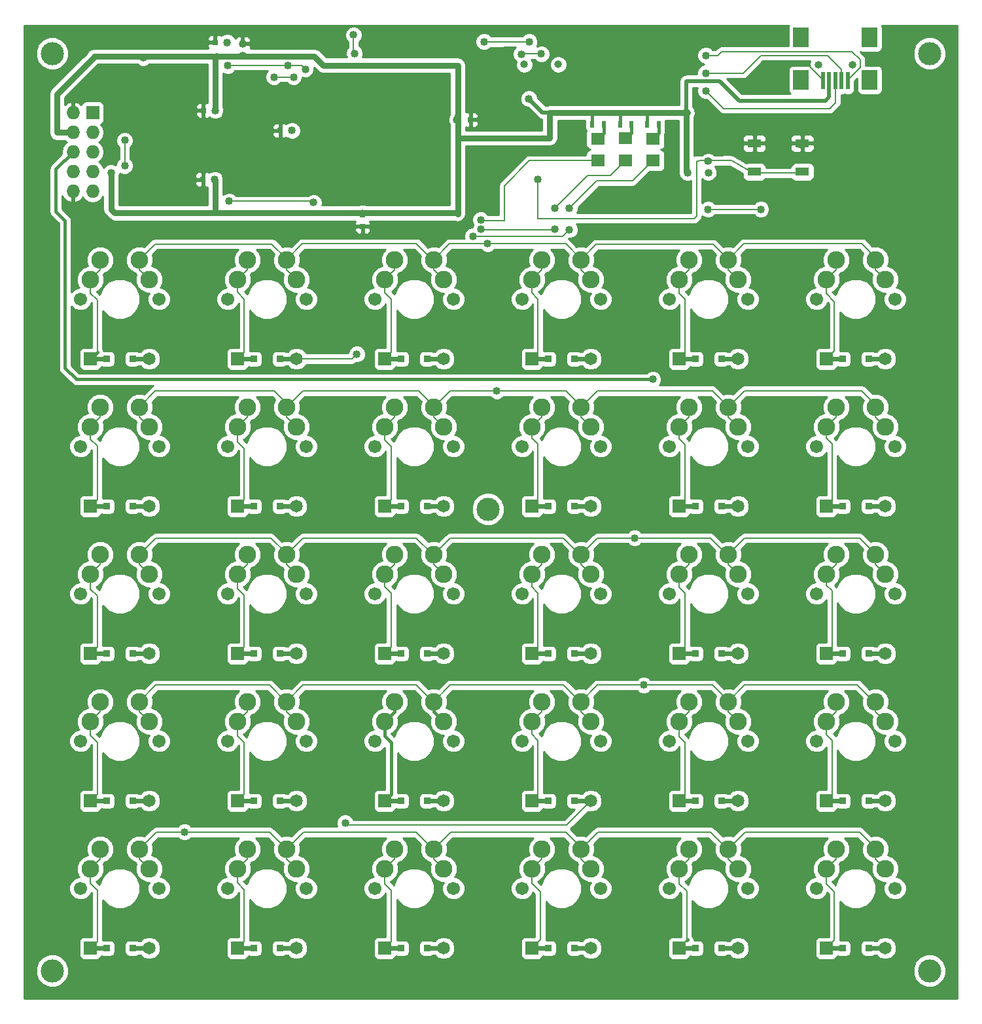
<source format=gtl>
G04 #@! TF.FileFunction,Copper,L1,Top,Signal*
%FSLAX46Y46*%
G04 Gerber Fmt 4.6, Leading zero omitted, Abs format (unit mm)*
G04 Created by KiCad (PCBNEW 4.0.3-stable) date 08/13/16 00:05:07*
%MOMM*%
%LPD*%
G01*
G04 APERTURE LIST*
%ADD10C,0.100000*%
%ADD11C,0.609600*%
%ADD12C,0.600000*%
%ADD13C,3.000000*%
%ADD14C,1.651000*%
%ADD15R,0.838200X0.838200*%
%ADD16R,1.651000X1.651000*%
%ADD17C,2.286000*%
%ADD18C,1.701800*%
%ADD19R,1.800860X1.597660*%
%ADD20R,1.727200X1.727200*%
%ADD21O,1.727200X1.727200*%
%ADD22O,1.000000X1.000000*%
%ADD23R,0.500000X2.300000*%
%ADD24R,2.000000X2.500000*%
%ADD25R,0.800000X0.750000*%
%ADD26R,0.750000X0.800000*%
%ADD27R,0.900000X0.500000*%
%ADD28R,0.500000X0.900000*%
%ADD29R,1.800000X1.100000*%
%ADD30C,1.016000*%
%ADD31C,0.200000*%
%ADD32C,0.406400*%
%ADD33C,0.800000*%
%ADD34C,0.505460*%
%ADD35C,0.254000*%
G04 APERTURE END LIST*
D10*
D11*
X35659354Y-56257271D02*
X33513054Y-56257271D01*
X30185654Y-56257271D02*
X28039354Y-56257271D01*
X35659354Y-75307352D02*
X33513054Y-75307352D01*
X30185654Y-75307352D02*
X28039354Y-75307352D01*
X35659354Y-94357433D02*
X33513054Y-94357433D01*
X30185654Y-94357433D02*
X28039354Y-94357433D01*
X35659354Y-113407515D02*
X33513054Y-113407515D01*
X30185654Y-113407515D02*
X28039354Y-113407515D01*
X35659354Y-132457596D02*
X33513054Y-132457596D01*
X30185654Y-132457596D02*
X28039354Y-132457596D01*
X54709435Y-56257271D02*
X52563135Y-56257271D01*
X49235735Y-56257271D02*
X47089435Y-56257271D01*
X54709435Y-75307352D02*
X52563135Y-75307352D01*
X49235735Y-75307352D02*
X47089435Y-75307352D01*
X54709435Y-94357433D02*
X52563135Y-94357433D01*
X49235735Y-94357433D02*
X47089435Y-94357433D01*
X54709435Y-113407515D02*
X52563135Y-113407515D01*
X49235735Y-113407515D02*
X47089435Y-113407515D01*
X54709435Y-132457596D02*
X52563135Y-132457596D01*
X49235735Y-132457596D02*
X47089435Y-132457596D01*
X73759517Y-56257271D02*
X71613217Y-56257271D01*
X68285817Y-56257271D02*
X66139517Y-56257271D01*
X73759517Y-75307352D02*
X71613217Y-75307352D01*
X68285817Y-75307352D02*
X66139517Y-75307352D01*
X73759517Y-94357433D02*
X71613217Y-94357433D01*
X68285817Y-94357433D02*
X66139517Y-94357433D01*
X73759517Y-113407515D02*
X71613217Y-113407515D01*
X68285817Y-113407515D02*
X66139517Y-113407515D01*
X73759517Y-132457596D02*
X71613217Y-132457596D01*
X68285817Y-132457596D02*
X66139517Y-132457596D01*
X92809598Y-56257271D02*
X90663298Y-56257271D01*
X87335898Y-56257271D02*
X85189598Y-56257271D01*
X92809598Y-75307352D02*
X90663298Y-75307352D01*
X87335898Y-75307352D02*
X85189598Y-75307352D01*
X92809598Y-94357433D02*
X90663298Y-94357433D01*
X87335898Y-94357433D02*
X85189598Y-94357433D01*
X92809598Y-113407515D02*
X90663298Y-113407515D01*
X87335898Y-113407515D02*
X85189598Y-113407515D01*
X92809598Y-132457596D02*
X90663298Y-132457596D01*
X87335898Y-132457596D02*
X85189598Y-132457596D01*
X111859679Y-56257271D02*
X109713379Y-56257271D01*
X106385979Y-56257271D02*
X104239679Y-56257271D01*
X111859679Y-75307352D02*
X109713379Y-75307352D01*
X106385979Y-75307352D02*
X104239679Y-75307352D01*
X111859679Y-94357433D02*
X109713379Y-94357433D01*
X106385979Y-94357433D02*
X104239679Y-94357433D01*
X111859679Y-113407515D02*
X109713379Y-113407515D01*
X106385979Y-113407515D02*
X104239679Y-113407515D01*
X111859679Y-132457596D02*
X109713379Y-132457596D01*
X106385979Y-132457596D02*
X104239679Y-132457596D01*
X130909761Y-56257271D02*
X128763461Y-56257271D01*
X125436061Y-56257271D02*
X123289761Y-56257271D01*
X130909761Y-75307352D02*
X128763461Y-75307352D01*
X125436061Y-75307352D02*
X123289761Y-75307352D01*
X130909761Y-94357433D02*
X128763461Y-94357433D01*
X125436061Y-94357433D02*
X123289761Y-94357433D01*
X130909761Y-113407515D02*
X128763461Y-113407515D01*
X125436061Y-113407515D02*
X123289761Y-113407515D01*
X130909761Y-132457596D02*
X128763461Y-132457596D01*
X125436061Y-132457596D02*
X123289761Y-132457596D01*
D12*
X40132000Y-15240000D03*
X68326000Y-26670000D03*
D13*
X79502000Y-75692000D03*
X23114000Y-135382000D03*
X136652000Y-135382000D03*
X23114000Y-16764000D03*
D12*
X42164000Y-56134000D03*
X79248000Y-31496000D03*
X77978000Y-56134000D03*
X79502000Y-95504000D03*
X117602000Y-94996000D03*
X62992000Y-21590000D03*
X51562000Y-30480000D03*
X71374000Y-32004000D03*
X117602000Y-57150000D03*
X42926000Y-95758000D03*
X28956000Y-21082000D03*
X102362000Y-20574000D03*
X102148640Y-33639760D03*
X102362000Y-18034000D03*
D14*
X35659354Y-56257271D03*
D15*
X33513054Y-56257271D03*
D16*
X28039354Y-56257271D03*
D15*
X30185654Y-56257271D03*
D14*
X35659354Y-75307352D03*
D15*
X33513054Y-75307352D03*
D16*
X28039354Y-75307352D03*
D15*
X30185654Y-75307352D03*
D14*
X35659354Y-94357433D03*
D15*
X33513054Y-94357433D03*
D16*
X28039354Y-94357433D03*
D15*
X30185654Y-94357433D03*
D14*
X35659354Y-113407515D03*
D15*
X33513054Y-113407515D03*
D16*
X28039354Y-113407515D03*
D15*
X30185654Y-113407515D03*
D14*
X35659354Y-132457596D03*
D15*
X33513054Y-132457596D03*
D16*
X28039354Y-132457596D03*
D15*
X30185654Y-132457596D03*
D14*
X54709435Y-56257271D03*
D15*
X52563135Y-56257271D03*
D16*
X47089435Y-56257271D03*
D15*
X49235735Y-56257271D03*
D14*
X54709435Y-75307352D03*
D15*
X52563135Y-75307352D03*
D16*
X47089435Y-75307352D03*
D15*
X49235735Y-75307352D03*
D14*
X54709435Y-94357433D03*
D15*
X52563135Y-94357433D03*
D16*
X47089435Y-94357433D03*
D15*
X49235735Y-94357433D03*
D14*
X54709435Y-113407515D03*
D15*
X52563135Y-113407515D03*
D16*
X47089435Y-113407515D03*
D15*
X49235735Y-113407515D03*
D14*
X54709435Y-132457596D03*
D15*
X52563135Y-132457596D03*
D16*
X47089435Y-132457596D03*
D15*
X49235735Y-132457596D03*
D14*
X73759517Y-56257271D03*
D15*
X71613217Y-56257271D03*
D16*
X66139517Y-56257271D03*
D15*
X68285817Y-56257271D03*
D14*
X73759517Y-75307352D03*
D15*
X71613217Y-75307352D03*
D16*
X66139517Y-75307352D03*
D15*
X68285817Y-75307352D03*
D14*
X73759517Y-94357433D03*
D15*
X71613217Y-94357433D03*
D16*
X66139517Y-94357433D03*
D15*
X68285817Y-94357433D03*
D14*
X73759517Y-113407515D03*
D15*
X71613217Y-113407515D03*
D16*
X66139517Y-113407515D03*
D15*
X68285817Y-113407515D03*
D14*
X73759517Y-132457596D03*
D15*
X71613217Y-132457596D03*
D16*
X66139517Y-132457596D03*
D15*
X68285817Y-132457596D03*
D14*
X92809598Y-56257271D03*
D15*
X90663298Y-56257271D03*
D16*
X85189598Y-56257271D03*
D15*
X87335898Y-56257271D03*
D14*
X92809598Y-75307352D03*
D15*
X90663298Y-75307352D03*
D16*
X85189598Y-75307352D03*
D15*
X87335898Y-75307352D03*
D14*
X92809598Y-94357433D03*
D15*
X90663298Y-94357433D03*
D16*
X85189598Y-94357433D03*
D15*
X87335898Y-94357433D03*
D14*
X92809598Y-113407515D03*
D15*
X90663298Y-113407515D03*
D16*
X85189598Y-113407515D03*
D15*
X87335898Y-113407515D03*
D14*
X92809598Y-132457596D03*
D15*
X90663298Y-132457596D03*
D16*
X85189598Y-132457596D03*
D15*
X87335898Y-132457596D03*
D14*
X111859679Y-56257271D03*
D15*
X109713379Y-56257271D03*
D16*
X104239679Y-56257271D03*
D15*
X106385979Y-56257271D03*
D14*
X111859679Y-75307352D03*
D15*
X109713379Y-75307352D03*
D16*
X104239679Y-75307352D03*
D15*
X106385979Y-75307352D03*
D14*
X111859679Y-94357433D03*
D15*
X109713379Y-94357433D03*
D16*
X104239679Y-94357433D03*
D15*
X106385979Y-94357433D03*
D14*
X111859679Y-113407515D03*
D15*
X109713379Y-113407515D03*
D16*
X104239679Y-113407515D03*
D15*
X106385979Y-113407515D03*
D14*
X111859679Y-132457596D03*
D15*
X109713379Y-132457596D03*
D16*
X104239679Y-132457596D03*
D15*
X106385979Y-132457596D03*
D14*
X130909761Y-56257271D03*
D15*
X128763461Y-56257271D03*
D16*
X123289761Y-56257271D03*
D15*
X125436061Y-56257271D03*
D14*
X130909761Y-75307352D03*
D15*
X128763461Y-75307352D03*
D16*
X123289761Y-75307352D03*
D15*
X125436061Y-75307352D03*
D14*
X130909761Y-94357433D03*
D15*
X128763461Y-94357433D03*
D16*
X123289761Y-94357433D03*
D15*
X125436061Y-94357433D03*
D14*
X130909761Y-113407515D03*
D15*
X128763461Y-113407515D03*
D16*
X123289761Y-113407515D03*
D15*
X125436061Y-113407515D03*
D14*
X130909761Y-132457596D03*
D15*
X128763461Y-132457596D03*
D16*
X123289761Y-132457596D03*
D15*
X125436061Y-132457596D03*
D17*
X34389354Y-119638500D03*
X28039354Y-122178500D03*
D18*
X26769354Y-124718500D03*
X36929354Y-124718500D03*
D17*
X35659354Y-122178500D03*
X29309354Y-119638500D03*
X53439435Y-119638500D03*
X47089435Y-122178500D03*
D18*
X45819435Y-124718500D03*
X55979435Y-124718500D03*
D17*
X54709435Y-122178500D03*
X48359435Y-119638500D03*
X72489517Y-119638500D03*
X66139517Y-122178500D03*
D18*
X64869517Y-124718500D03*
X75029517Y-124718500D03*
D17*
X73759517Y-122178500D03*
X67409517Y-119638500D03*
X91539598Y-119638500D03*
X85189598Y-122178500D03*
D18*
X83919598Y-124718500D03*
X94079598Y-124718500D03*
D17*
X92809598Y-122178500D03*
X86459598Y-119638500D03*
X110589679Y-119638500D03*
X104239679Y-122178500D03*
D18*
X102969679Y-124718500D03*
X113129679Y-124718500D03*
D17*
X111859679Y-122178500D03*
X105509679Y-119638500D03*
X34389354Y-100588419D03*
X28039354Y-103128419D03*
D18*
X26769354Y-105668419D03*
X36929354Y-105668419D03*
D17*
X35659354Y-103128419D03*
X29309354Y-100588419D03*
X53439435Y-100588419D03*
X47089435Y-103128419D03*
D18*
X45819435Y-105668419D03*
X55979435Y-105668419D03*
D17*
X54709435Y-103128419D03*
X48359435Y-100588419D03*
X72489517Y-100588419D03*
X66139517Y-103128419D03*
D18*
X64869517Y-105668419D03*
X75029517Y-105668419D03*
D17*
X73759517Y-103128419D03*
X67409517Y-100588419D03*
X91539598Y-100588419D03*
X85189598Y-103128419D03*
D18*
X83919598Y-105668419D03*
X94079598Y-105668419D03*
D17*
X92809598Y-103128419D03*
X86459598Y-100588419D03*
X110589679Y-100588419D03*
X104239679Y-103128419D03*
D18*
X102969679Y-105668419D03*
X113129679Y-105668419D03*
D17*
X111859679Y-103128419D03*
X105509679Y-100588419D03*
X34389354Y-81538338D03*
X28039354Y-84078338D03*
D18*
X26769354Y-86618338D03*
X36929354Y-86618338D03*
D17*
X35659354Y-84078338D03*
X29309354Y-81538338D03*
X53439435Y-81538338D03*
X47089435Y-84078338D03*
D18*
X45819435Y-86618338D03*
X55979435Y-86618338D03*
D17*
X54709435Y-84078338D03*
X48359435Y-81538338D03*
X72489517Y-81538338D03*
X66139517Y-84078338D03*
D18*
X64869517Y-86618338D03*
X75029517Y-86618338D03*
D17*
X73759517Y-84078338D03*
X67409517Y-81538338D03*
X91539598Y-81538338D03*
X85189598Y-84078338D03*
D18*
X83919598Y-86618338D03*
X94079598Y-86618338D03*
D17*
X92809598Y-84078338D03*
X86459598Y-81538338D03*
X110589679Y-81538338D03*
X104239679Y-84078338D03*
D18*
X102969679Y-86618338D03*
X113129679Y-86618338D03*
D17*
X111859679Y-84078338D03*
X105509679Y-81538338D03*
X34389354Y-62488257D03*
X28039354Y-65028257D03*
D18*
X26769354Y-67568257D03*
X36929354Y-67568257D03*
D17*
X35659354Y-65028257D03*
X29309354Y-62488257D03*
X53439435Y-62488257D03*
X47089435Y-65028257D03*
D18*
X45819435Y-67568257D03*
X55979435Y-67568257D03*
D17*
X54709435Y-65028257D03*
X48359435Y-62488257D03*
X72489517Y-62488257D03*
X66139517Y-65028257D03*
D18*
X64869517Y-67568257D03*
X75029517Y-67568257D03*
D17*
X73759517Y-65028257D03*
X67409517Y-62488257D03*
X91539598Y-62488257D03*
X85189598Y-65028257D03*
D18*
X83919598Y-67568257D03*
X94079598Y-67568257D03*
D17*
X92809598Y-65028257D03*
X86459598Y-62488257D03*
X110589679Y-62488257D03*
X104239679Y-65028257D03*
D18*
X102969679Y-67568257D03*
X113129679Y-67568257D03*
D17*
X111859679Y-65028257D03*
X105509679Y-62488257D03*
X34389354Y-43438175D03*
X28039354Y-45978175D03*
D18*
X26769354Y-48518175D03*
X36929354Y-48518175D03*
D17*
X35659354Y-45978175D03*
X29309354Y-43438175D03*
X53439435Y-43438175D03*
X47089435Y-45978175D03*
D18*
X45819435Y-48518175D03*
X55979435Y-48518175D03*
D17*
X54709435Y-45978175D03*
X48359435Y-43438175D03*
X72489517Y-43438175D03*
X66139517Y-45978175D03*
D18*
X64869517Y-48518175D03*
X75029517Y-48518175D03*
D17*
X73759517Y-45978175D03*
X67409517Y-43438175D03*
X91539598Y-43438175D03*
X85189598Y-45978175D03*
D18*
X83919598Y-48518175D03*
X94079598Y-48518175D03*
D17*
X92809598Y-45978175D03*
X86459598Y-43438175D03*
X110589679Y-43438175D03*
X104239679Y-45978175D03*
D18*
X102969679Y-48518175D03*
X113129679Y-48518175D03*
D17*
X111859679Y-45978175D03*
X105509679Y-43438175D03*
X129639761Y-119638500D03*
X123289761Y-122178500D03*
D18*
X122019761Y-124718500D03*
X132179761Y-124718500D03*
D17*
X130909761Y-122178500D03*
X124559761Y-119638500D03*
X129639761Y-100588419D03*
X123289761Y-103128419D03*
D18*
X122019761Y-105668419D03*
X132179761Y-105668419D03*
D17*
X130909761Y-103128419D03*
X124559761Y-100588419D03*
X129639761Y-81538338D03*
X123289761Y-84078338D03*
D18*
X122019761Y-86618338D03*
X132179761Y-86618338D03*
D17*
X130909761Y-84078338D03*
X124559761Y-81538338D03*
X129639761Y-62488257D03*
X123289761Y-65028257D03*
D18*
X122019761Y-67568257D03*
X132179761Y-67568257D03*
D17*
X130909761Y-65028257D03*
X124559761Y-62488257D03*
X129639761Y-43438175D03*
X123289761Y-45978175D03*
D18*
X122019761Y-48518175D03*
X132179761Y-48518175D03*
D17*
X130909761Y-45978175D03*
X124559761Y-43438175D03*
D19*
X93717709Y-30613695D03*
X93717709Y-27773975D03*
X97334009Y-30590297D03*
X97334009Y-27750577D03*
X100850029Y-30613695D03*
X100850029Y-27773975D03*
D20*
X28338109Y-24438955D03*
D21*
X25798109Y-24438955D03*
X28338109Y-26978955D03*
X25798109Y-26978955D03*
X28338109Y-29518955D03*
X25798109Y-29518955D03*
X28338109Y-32058955D03*
X25798109Y-32058955D03*
X28338109Y-34598955D03*
X25798109Y-34598955D03*
D22*
X84195560Y-18170600D03*
X88595560Y-18170600D03*
D23*
X126060000Y-20296000D03*
X125260000Y-20296000D03*
X124460000Y-20296000D03*
X123660000Y-20296000D03*
X122860000Y-20296000D03*
D24*
X128910000Y-14696000D03*
X120010000Y-14696000D03*
X128910000Y-20196000D03*
X120010000Y-20196000D03*
D22*
X126660000Y-18196000D03*
X122260000Y-18196000D03*
X122260000Y-18196000D03*
X126660000Y-18196000D03*
D25*
X75731269Y-25330495D03*
X77231269Y-25330495D03*
X44184000Y-24130000D03*
X42684000Y-24130000D03*
D26*
X47752000Y-17006000D03*
X47752000Y-15506000D03*
D25*
X44128120Y-33060640D03*
X42628120Y-33060640D03*
D26*
X63286640Y-37639560D03*
X63286640Y-39139560D03*
D25*
X54110320Y-26741120D03*
X52610320Y-26741120D03*
X45708000Y-15323820D03*
X44208000Y-15323820D03*
D27*
X108028740Y-32164720D03*
X108028740Y-30664720D03*
D28*
X94467709Y-25924855D03*
X92967709Y-25924855D03*
X98084009Y-25896204D03*
X96584009Y-25896204D03*
X101600029Y-25924855D03*
X100100029Y-25924855D03*
D29*
X113994000Y-28376000D03*
X120194000Y-28376000D03*
X113994000Y-32076000D03*
X120194000Y-32076000D03*
D12*
X130312160Y-30957520D03*
D13*
X136652000Y-16764000D03*
D30*
X84836000Y-15240000D03*
X78994000Y-15240000D03*
X86395560Y-16824960D03*
X83804760Y-16840200D03*
X40225309Y-117456295D03*
X99661309Y-98436775D03*
X98472589Y-79417255D03*
X80641789Y-60397735D03*
X79453069Y-41378215D03*
X46009560Y-35874960D03*
X56936640Y-36042600D03*
X62513809Y-55642855D03*
X61027909Y-116267575D03*
X114817489Y-36920515D03*
X107982349Y-36920515D03*
X52875180Y-24825960D03*
X119997749Y-28532555D03*
X33984529Y-33057175D03*
X47752000Y-15494000D03*
X52070000Y-15494000D03*
X53848000Y-28194000D03*
X57164569Y-28194000D03*
X50626609Y-24438955D03*
X78567280Y-38277800D03*
X88173560Y-36738560D03*
X88178640Y-39481760D03*
X78618080Y-39461440D03*
X77556360Y-40380920D03*
X90032840Y-36799520D03*
X90037920Y-39563040D03*
X105307729Y-32165635D03*
X108011275Y-32165635D03*
X105156000Y-24384000D03*
X47752000Y-17018000D03*
X63296800Y-37429440D03*
X84795360Y-22626320D03*
X75481269Y-25330495D03*
X34876069Y-17306635D03*
X30715549Y-32165635D03*
X44088649Y-33057175D03*
X44197109Y-24141775D03*
X107980480Y-30706060D03*
X85991029Y-33057175D03*
X100850029Y-58911835D03*
X32498629Y-31274095D03*
X32498629Y-28005115D03*
X45758100Y-15316200D03*
X45857160Y-18333720D03*
X53594000Y-18288000D03*
X55880000Y-18796000D03*
X62230000Y-16764000D03*
X62113160Y-14356080D03*
X54356000Y-19812000D03*
X51816000Y-19812000D03*
X107696000Y-21590000D03*
X107696000Y-17018000D03*
X107696000Y-19304000D03*
X54132480Y-26723340D03*
D31*
X79029560Y-15275560D02*
X84836000Y-15240000D01*
X78994000Y-15240000D02*
X79029560Y-15275560D01*
X83820000Y-16824960D02*
X86395560Y-16824960D01*
X83804760Y-16840200D02*
X83820000Y-16824960D01*
X110589679Y-119638500D02*
X112771884Y-117456295D01*
X112771884Y-117456295D02*
X127596229Y-117456295D01*
X127596229Y-117456295D02*
X129639761Y-119499827D01*
X129639761Y-119499827D02*
X129639761Y-119638500D01*
X91539598Y-119638500D02*
X93721803Y-117456295D01*
X93721803Y-117456295D02*
X108279529Y-117456295D01*
X108279529Y-117456295D02*
X110461734Y-119638500D01*
X110461734Y-119638500D02*
X110589679Y-119638500D01*
X72489517Y-119638500D02*
X74671722Y-117456295D01*
X74671722Y-117456295D02*
X89557189Y-117456295D01*
X89557189Y-117456295D02*
X91539598Y-119438704D01*
X91539598Y-119438704D02*
X91539598Y-119638500D01*
X53439435Y-119638500D02*
X55621640Y-117456295D01*
X55621640Y-117456295D02*
X70240489Y-117456295D01*
X70240489Y-117456295D02*
X72422694Y-119638500D01*
X72422694Y-119638500D02*
X72489517Y-119638500D01*
X40225309Y-117456295D02*
X51257230Y-117456295D01*
X51257230Y-117456295D02*
X53439435Y-119638500D01*
X40225309Y-117456295D02*
X36579465Y-117456295D01*
X36579465Y-117456295D02*
X34397260Y-119638500D01*
X34389354Y-119638500D02*
X34397260Y-119638500D01*
X51257230Y-117456295D02*
X53439435Y-119638500D01*
X34389354Y-119638500D02*
X34389354Y-120908500D01*
X34389354Y-120908500D02*
X35659354Y-122178500D01*
X53439435Y-119638500D02*
X53439435Y-120908500D01*
X53439435Y-120908500D02*
X54709435Y-122178500D01*
X72489517Y-119638500D02*
X72489517Y-120908500D01*
X72489517Y-120908500D02*
X73759517Y-122178500D01*
X91539598Y-119638500D02*
X91539598Y-120908500D01*
X91539598Y-120908500D02*
X92809598Y-122178500D01*
X110589679Y-119638500D02*
X110589679Y-120908500D01*
X110589679Y-120908500D02*
X111859679Y-122178500D01*
X129639761Y-119638500D02*
X129639761Y-120908500D01*
X129639761Y-120908500D02*
X130909761Y-122178500D01*
D32*
X53439435Y-119638500D02*
X53403174Y-119638500D01*
X72489517Y-119638500D02*
X72422694Y-119638500D01*
X91539598Y-119638500D02*
X91539598Y-119438704D01*
X110589679Y-119638500D02*
X110461734Y-119638500D01*
X129639761Y-119638500D02*
X129639761Y-119499827D01*
D31*
X53439435Y-100588419D02*
X53372613Y-100588419D01*
X53372613Y-100588419D02*
X51220969Y-98436775D01*
X51220969Y-98436775D02*
X36540998Y-98436775D01*
X36540998Y-98436775D02*
X34389354Y-100588419D01*
X72489517Y-100588419D02*
X72392133Y-100588419D01*
X72392133Y-100588419D02*
X70240489Y-98436775D01*
X70240489Y-98436775D02*
X55591079Y-98436775D01*
X55591079Y-98436775D02*
X53439435Y-100588419D01*
X91539598Y-100588419D02*
X91411653Y-100588419D01*
X91411653Y-100588419D02*
X89260009Y-98436775D01*
X89260009Y-98436775D02*
X74641161Y-98436775D01*
X74641161Y-98436775D02*
X72489517Y-100588419D01*
X110589679Y-100588419D02*
X110589679Y-100449745D01*
X110589679Y-100449745D02*
X108576709Y-98436775D01*
X108576709Y-98436775D02*
X99661309Y-98436775D01*
X99661309Y-98436775D02*
X93691242Y-98436775D01*
X93691242Y-98436775D02*
X91539598Y-100588419D01*
X129639761Y-100588419D02*
X129450693Y-100588419D01*
X129450693Y-100588419D02*
X127299049Y-98436775D01*
X127299049Y-98436775D02*
X112741323Y-98436775D01*
X112741323Y-98436775D02*
X110589679Y-100588419D01*
X110589679Y-100588419D02*
X110589679Y-101858419D01*
X110589679Y-101858419D02*
X111859679Y-103128419D01*
X91539598Y-100588419D02*
X91539598Y-101858419D01*
X91539598Y-101858419D02*
X92809598Y-103128419D01*
X53439435Y-100588419D02*
X53439435Y-101858419D01*
X53439435Y-101858419D02*
X54709435Y-103128419D01*
X34389354Y-100588419D02*
X34389354Y-101858419D01*
X34389354Y-101858419D02*
X35659354Y-103128419D01*
X129639761Y-100588419D02*
X129639761Y-101858419D01*
X129639761Y-101858419D02*
X130909761Y-103128419D01*
D32*
X72489517Y-100588419D02*
X72489517Y-101858419D01*
X72489517Y-101858419D02*
X73759517Y-103128419D01*
D31*
X93660681Y-79417255D02*
X98472589Y-79417255D01*
X93660681Y-79417255D02*
X91539598Y-81538338D01*
X53439435Y-81538338D02*
X53439435Y-81435315D01*
X53439435Y-81435315D02*
X51421375Y-79417255D01*
X51421375Y-79417255D02*
X36510437Y-79417255D01*
X36510437Y-79417255D02*
X34389354Y-81538338D01*
X72489517Y-81538338D02*
X72361572Y-81538338D01*
X72361572Y-81538338D02*
X70240489Y-79417255D01*
X70240489Y-79417255D02*
X55560518Y-79417255D01*
X55560518Y-79417255D02*
X53439435Y-81538338D01*
X91539598Y-81538338D02*
X91381092Y-81538338D01*
X91381092Y-81538338D02*
X89260009Y-79417255D01*
X89260009Y-79417255D02*
X74610600Y-79417255D01*
X74610600Y-79417255D02*
X72489517Y-81538338D01*
X110589679Y-81538338D02*
X110400612Y-81538338D01*
X110400612Y-81538338D02*
X108279529Y-79417255D01*
X108279529Y-79417255D02*
X93660681Y-79417255D01*
X93660681Y-79417255D02*
X91539598Y-81538338D01*
X127596229Y-79417255D02*
X112710762Y-79417255D01*
X129639761Y-81460787D02*
X127596229Y-79417255D01*
X129639761Y-81538338D02*
X129639761Y-81460787D01*
X112710762Y-79417255D02*
X110589679Y-81538338D01*
X129639761Y-81538338D02*
X129639761Y-82808338D01*
X129639761Y-82808338D02*
X130909761Y-84078338D01*
X110589679Y-81538338D02*
X110589679Y-82808338D01*
X110589679Y-82808338D02*
X111859679Y-84078338D01*
X91539598Y-81538338D02*
X91539598Y-82808338D01*
X91539598Y-82808338D02*
X92809598Y-84078338D01*
X72489517Y-81538338D02*
X72489517Y-82808338D01*
X72489517Y-82808338D02*
X73759517Y-84078338D01*
X53439435Y-81538338D02*
X53439435Y-82808338D01*
X53439435Y-82808338D02*
X54709435Y-84078338D01*
X34389354Y-81538338D02*
X34389354Y-82808338D01*
X34389354Y-82808338D02*
X35659354Y-84078338D01*
D32*
X53439435Y-81538338D02*
X53439435Y-81338541D01*
D31*
X74580039Y-60397735D02*
X80641789Y-60397735D01*
X74580039Y-60397735D02*
X72489517Y-62488257D01*
X110589679Y-62488257D02*
X112680201Y-60397735D01*
X112680201Y-60397735D02*
X127893409Y-60397735D01*
X127893409Y-60397735D02*
X129639761Y-62144087D01*
X129639761Y-62144087D02*
X129639761Y-62488257D01*
X91539598Y-62488257D02*
X93630120Y-60397735D01*
X93630120Y-60397735D02*
X108576709Y-60397735D01*
X108576709Y-60397735D02*
X110589679Y-62410705D01*
X110589679Y-62410705D02*
X110589679Y-62488257D01*
X72489517Y-62488257D02*
X74580039Y-60397735D01*
X74580039Y-60397735D02*
X89557189Y-60397735D01*
X89557189Y-60397735D02*
X91539598Y-62380144D01*
X91539598Y-62380144D02*
X91539598Y-62488257D01*
X70537669Y-60397735D02*
X72489517Y-62349583D01*
X53439435Y-62488257D02*
X55529957Y-60397735D01*
X55529957Y-60397735D02*
X70537669Y-60397735D01*
X72489517Y-62349583D02*
X72489517Y-62488257D01*
X53439435Y-62488257D02*
X53439435Y-62021841D01*
X53439435Y-62021841D02*
X51844194Y-60426600D01*
X36451011Y-60426600D02*
X34389354Y-62488257D01*
X51844194Y-60426600D02*
X36451011Y-60426600D01*
X34389354Y-62488257D02*
X34389354Y-63758257D01*
X34389354Y-63758257D02*
X35659354Y-65028257D01*
X53439435Y-62488257D02*
X53439435Y-63758257D01*
X53439435Y-63758257D02*
X54709435Y-65028257D01*
X72489517Y-62488257D02*
X72489517Y-63758257D01*
X72489517Y-63758257D02*
X73759517Y-65028257D01*
X91539598Y-62488257D02*
X91539598Y-63758257D01*
X91539598Y-63758257D02*
X92809598Y-65028257D01*
X110589679Y-62488257D02*
X110589679Y-63758257D01*
X110589679Y-63758257D02*
X111859679Y-65028257D01*
X129639761Y-62488257D02*
X129639761Y-63758257D01*
X129639761Y-63758257D02*
X130909761Y-65028257D01*
D32*
X72489517Y-62488257D02*
X72489517Y-62349583D01*
X91539598Y-62488257D02*
X91539598Y-62380144D01*
X110589679Y-62488257D02*
X110589679Y-62410705D01*
X129639761Y-62488257D02*
X129639761Y-62144087D01*
D31*
X74549477Y-41378215D02*
X79453069Y-41378215D01*
X74549477Y-41378215D02*
X72489517Y-43438175D01*
X53439435Y-43438175D02*
X53439435Y-43299501D01*
X53439435Y-43299501D02*
X51531774Y-41391840D01*
X36435689Y-41391840D02*
X34389354Y-43438175D01*
X51531774Y-41391840D02*
X36435689Y-41391840D01*
X72489517Y-43438175D02*
X72300449Y-43438175D01*
X72300449Y-43438175D02*
X70240489Y-41378215D01*
X70240489Y-41378215D02*
X55499395Y-41378215D01*
X55499395Y-41378215D02*
X53439435Y-43438175D01*
X91539598Y-43438175D02*
X91539598Y-43360624D01*
X91539598Y-43360624D02*
X89557189Y-41378215D01*
X89557189Y-41378215D02*
X74549477Y-41378215D01*
X74549477Y-41378215D02*
X72489517Y-43438175D01*
X110589679Y-43438175D02*
X110589679Y-43391185D01*
X110589679Y-43391185D02*
X108651294Y-41452800D01*
X93524973Y-41452800D02*
X91539598Y-43438175D01*
X108651294Y-41452800D02*
X93524973Y-41452800D01*
X129639761Y-43438175D02*
X129639761Y-43124567D01*
X129639761Y-43124567D02*
X127893409Y-41378215D01*
X127893409Y-41378215D02*
X112649639Y-41378215D01*
X112649639Y-41378215D02*
X110589679Y-43438175D01*
X129639761Y-43438175D02*
X129639761Y-44708175D01*
X129639761Y-44708175D02*
X130909761Y-45978175D01*
X110589679Y-43438175D02*
X110589679Y-44708175D01*
X110589679Y-44708175D02*
X111859679Y-45978175D01*
X91539598Y-43438175D02*
X91539598Y-44708175D01*
X91539598Y-44708175D02*
X92809598Y-45978175D01*
X72489517Y-43438175D02*
X72489517Y-44708175D01*
X72489517Y-44708175D02*
X73759517Y-45978175D01*
X53439435Y-43438175D02*
X53439435Y-44708175D01*
X53439435Y-44708175D02*
X54709435Y-45978175D01*
X34389354Y-43438175D02*
X34389354Y-44708175D01*
X34389354Y-44708175D02*
X35659354Y-45978175D01*
X28039354Y-122178500D02*
X28039354Y-124066594D01*
X28932469Y-124959709D02*
X28932469Y-131564481D01*
X28039354Y-124066594D02*
X28932469Y-124959709D01*
X28932469Y-131564481D02*
X28039354Y-132457596D01*
X29309354Y-119638500D02*
X29309354Y-120908500D01*
X29309354Y-120908500D02*
X28039354Y-122178500D01*
X47089435Y-122178500D02*
X47089435Y-124023241D01*
X47089435Y-124023241D02*
X47951989Y-124885795D01*
X47951989Y-124885795D02*
X47951989Y-131595042D01*
X47951989Y-131595042D02*
X47089435Y-132457596D01*
X48359435Y-119638500D02*
X48359435Y-120908500D01*
X48359435Y-120908500D02*
X47089435Y-122178500D01*
X66139517Y-122178500D02*
X66139517Y-124158197D01*
X66971509Y-124990189D02*
X66971509Y-131625604D01*
X66139517Y-124158197D02*
X66971509Y-124990189D01*
X66971509Y-131625604D02*
X66139517Y-132457596D01*
X67409517Y-119638500D02*
X67409517Y-120908500D01*
X67409517Y-120908500D02*
X66139517Y-122178500D01*
X85189598Y-122178500D02*
X85189598Y-124084364D01*
X85189598Y-124084364D02*
X86288209Y-125182975D01*
X86288209Y-125182975D02*
X86288209Y-131358985D01*
X86288209Y-131358985D02*
X85189598Y-132457596D01*
X86459598Y-119638500D02*
X86459598Y-120908500D01*
X86459598Y-120908500D02*
X85189598Y-122178500D01*
X105237280Y-131459995D02*
X104239679Y-132457596D01*
X104239679Y-122178500D02*
X104239679Y-124114925D01*
X104239679Y-124114925D02*
X105237280Y-125112526D01*
X105237280Y-125112526D02*
X105237280Y-131459995D01*
X105509679Y-119638500D02*
X105509679Y-120908500D01*
X105509679Y-120908500D02*
X104239679Y-122178500D01*
D32*
X105307729Y-131389546D02*
X105237280Y-131459995D01*
D31*
X123289761Y-122178500D02*
X123289761Y-124145487D01*
X123289761Y-124145487D02*
X124327249Y-125182975D01*
X124327249Y-125182975D02*
X124327249Y-131420108D01*
X124327249Y-131420108D02*
X123289761Y-132457596D01*
X124559761Y-119638500D02*
X124559761Y-120908500D01*
X124559761Y-120908500D02*
X123289761Y-122178500D01*
X28039354Y-103128419D02*
X28039354Y-104973160D01*
X28039354Y-104973160D02*
X28932469Y-105866275D01*
X28932469Y-105866275D02*
X28932469Y-112514400D01*
X28932469Y-112514400D02*
X28039354Y-113407515D01*
X29309354Y-100588419D02*
X29309354Y-101858419D01*
X29309354Y-101858419D02*
X28039354Y-103128419D01*
X47089435Y-103128419D02*
X47089435Y-105003721D01*
X47089435Y-105003721D02*
X47951989Y-105866275D01*
X47951989Y-105866275D02*
X47951989Y-112544961D01*
X47951989Y-112544961D02*
X47089435Y-113407515D01*
X48359435Y-100588419D02*
X48359435Y-101858419D01*
X48359435Y-101858419D02*
X47089435Y-103128419D01*
D32*
X66139517Y-103128419D02*
X66139517Y-105034283D01*
X66971509Y-112575523D02*
X66139517Y-113407515D01*
X66971509Y-105866275D02*
X66971509Y-112575523D01*
X66139517Y-105034283D02*
X66971509Y-105866275D01*
X67409517Y-100588419D02*
X67409517Y-101858419D01*
X67409517Y-101858419D02*
X66139517Y-103128419D01*
D31*
X85189598Y-103128419D02*
X85189598Y-104767664D01*
X85189598Y-104767664D02*
X85991029Y-105569095D01*
X85991029Y-105569095D02*
X85991029Y-112606084D01*
X85991029Y-112606084D02*
X85189598Y-113407515D01*
X86459598Y-100588419D02*
X86459598Y-101858419D01*
X86459598Y-101858419D02*
X85189598Y-103128419D01*
X104239679Y-113407515D02*
X105010549Y-112636645D01*
X105010549Y-112636645D02*
X104986165Y-112636645D01*
X104986165Y-112636645D02*
X105010549Y-112636645D01*
X104239679Y-103128419D02*
X104239679Y-105095405D01*
X104239679Y-105095405D02*
X105010549Y-105866275D01*
X105010549Y-105866275D02*
X105010549Y-112636645D01*
X105509679Y-100588419D02*
X105509679Y-101858419D01*
X105509679Y-101858419D02*
X104239679Y-103128419D01*
X123289761Y-103128419D02*
X123289761Y-104828787D01*
X123289761Y-104828787D02*
X124030069Y-105569095D01*
X124030069Y-105569095D02*
X124030069Y-112667207D01*
X124030069Y-112667207D02*
X123289761Y-113407515D01*
X124559761Y-100588419D02*
X124559761Y-101858419D01*
X124559761Y-101858419D02*
X123289761Y-103128419D01*
X28039354Y-84078338D02*
X28039354Y-86012314D01*
X28932469Y-86905429D02*
X28932469Y-93464318D01*
X28039354Y-86012314D02*
X28932469Y-86905429D01*
X28932469Y-93464318D02*
X28039354Y-94357433D01*
X29309354Y-81538338D02*
X29309354Y-82808338D01*
X29309354Y-82808338D02*
X28039354Y-84078338D01*
X47089435Y-84078338D02*
X47089435Y-85984201D01*
X47089435Y-85984201D02*
X47951989Y-86846755D01*
X47951989Y-86846755D02*
X47951989Y-93494879D01*
X47951989Y-93494879D02*
X47089435Y-94357433D01*
X48359435Y-81538338D02*
X48359435Y-82808338D01*
X48359435Y-82808338D02*
X47089435Y-84078338D01*
X66139517Y-84078338D02*
X66139517Y-85717583D01*
X66139517Y-85717583D02*
X66971509Y-86549575D01*
X66971509Y-86549575D02*
X66971509Y-93525441D01*
X66971509Y-93525441D02*
X66139517Y-94357433D01*
X67409517Y-81538338D02*
X67409517Y-82808338D01*
X67409517Y-82808338D02*
X66139517Y-84078338D01*
X85189598Y-84078338D02*
X85189598Y-85748144D01*
X85189598Y-85748144D02*
X85991029Y-86549575D01*
X85991029Y-86549575D02*
X85991029Y-93556002D01*
X85991029Y-93556002D02*
X85189598Y-94357433D01*
X86459598Y-81538338D02*
X86459598Y-82808338D01*
X86459598Y-82808338D02*
X85189598Y-84078338D01*
X104239679Y-84078338D02*
X104239679Y-85778705D01*
X104239679Y-85778705D02*
X105010549Y-86549575D01*
X105010549Y-86549575D02*
X105010549Y-93586563D01*
X105010549Y-93586563D02*
X104239679Y-94357433D01*
X105509679Y-81538338D02*
X105509679Y-82808338D01*
X105509679Y-82808338D02*
X104239679Y-84078338D01*
X124359650Y-83008449D02*
X123289761Y-84078338D01*
X123289761Y-84078338D02*
X123289761Y-85512087D01*
X123289761Y-85512087D02*
X124030069Y-86252395D01*
X124030069Y-86252395D02*
X124030069Y-93617125D01*
X124030069Y-93617125D02*
X123289761Y-94357433D01*
X124559761Y-81538338D02*
X124559761Y-82808338D01*
X124559761Y-82808338D02*
X124359650Y-83008449D01*
X28039354Y-65028257D02*
X28039354Y-66636940D01*
X28039354Y-66636940D02*
X28932469Y-67530055D01*
X28932469Y-67530055D02*
X28932469Y-74414237D01*
X28932469Y-74414237D02*
X28039354Y-75307352D01*
X29309354Y-62488257D02*
X29309354Y-63758257D01*
X29309354Y-63758257D02*
X28039354Y-65028257D01*
X47089435Y-65028257D02*
X47089435Y-66964681D01*
X47089435Y-66964681D02*
X47951989Y-67827235D01*
X47951989Y-67827235D02*
X47951989Y-74444798D01*
X47951989Y-74444798D02*
X47089435Y-75307352D01*
X48359435Y-62488257D02*
X48359435Y-63758257D01*
X48359435Y-63758257D02*
X47089435Y-65028257D01*
X66139517Y-65028257D02*
X66139517Y-66779597D01*
X66971509Y-67611589D02*
X66971509Y-74475360D01*
X66139517Y-66779597D02*
X66971509Y-67611589D01*
X66971509Y-74475360D02*
X66139517Y-75307352D01*
X67409517Y-62488257D02*
X67409517Y-63758257D01*
X67409517Y-63758257D02*
X66139517Y-65028257D01*
X85189598Y-65028257D02*
X85189598Y-66469798D01*
X85991029Y-67271229D02*
X85991029Y-74505921D01*
X85189598Y-66469798D02*
X85991029Y-67271229D01*
X85991029Y-74505921D02*
X85189598Y-75307352D01*
X86459598Y-62488257D02*
X86459598Y-63758257D01*
X86459598Y-63758257D02*
X85189598Y-65028257D01*
X104239679Y-65028257D02*
X104239679Y-66551159D01*
X105010549Y-67322029D02*
X105010549Y-74536482D01*
X104239679Y-66551159D02*
X105010549Y-67322029D01*
X105010549Y-74536482D02*
X104239679Y-75307352D01*
X105509679Y-62488257D02*
X105509679Y-63758257D01*
X105509679Y-63758257D02*
X104239679Y-65028257D01*
X123289761Y-65028257D02*
X123289761Y-66492567D01*
X123289761Y-66492567D02*
X124030069Y-67232875D01*
X124030069Y-67232875D02*
X124030069Y-74567044D01*
X124030069Y-74567044D02*
X123289761Y-75307352D01*
X124559761Y-62488257D02*
X124559761Y-63758257D01*
X124559761Y-63758257D02*
X123289761Y-65028257D01*
X28039354Y-45978175D02*
X28039354Y-47764994D01*
X28932469Y-48658109D02*
X28932469Y-55364156D01*
X28039354Y-47764994D02*
X28932469Y-48658109D01*
X28932469Y-55364156D02*
X28039354Y-56257271D01*
X29309354Y-43438175D02*
X29309354Y-44708175D01*
X29309354Y-44708175D02*
X28039354Y-45978175D01*
D32*
X28932469Y-55364156D02*
X28039354Y-56257271D01*
D31*
X47089435Y-45978175D02*
X47089435Y-47647981D01*
X47089435Y-47647981D02*
X47951989Y-48510535D01*
X47951989Y-48510535D02*
X47951989Y-55394717D01*
X47951989Y-55394717D02*
X47089435Y-56257271D01*
X48359435Y-43438175D02*
X48359435Y-44708175D01*
X48359435Y-44708175D02*
X47089435Y-45978175D01*
X66139517Y-45978175D02*
X66139517Y-47678543D01*
X66139517Y-47678543D02*
X66971509Y-48510535D01*
X66971509Y-48510535D02*
X66971509Y-55425279D01*
X66971509Y-55425279D02*
X66139517Y-56257271D01*
X67409517Y-43438175D02*
X67409517Y-44708175D01*
X67409517Y-44708175D02*
X66139517Y-45978175D01*
X85189598Y-45978175D02*
X85189598Y-47709104D01*
X85189598Y-47709104D02*
X85991029Y-48510535D01*
X85991029Y-48510535D02*
X85991029Y-55455840D01*
X85991029Y-55455840D02*
X85189598Y-56257271D01*
X86459598Y-43438175D02*
X86459598Y-44708175D01*
X86459598Y-44708175D02*
X85189598Y-45978175D01*
X104239679Y-45978175D02*
X104239679Y-47739665D01*
X104239679Y-47739665D02*
X105010549Y-48510535D01*
X105010549Y-48510535D02*
X105010549Y-55486401D01*
X105010549Y-55486401D02*
X104239679Y-56257271D01*
X105509679Y-43438175D02*
X105509679Y-44708175D01*
X105509679Y-44708175D02*
X104239679Y-45978175D01*
X123289761Y-56257271D02*
X124327249Y-55219783D01*
X123289761Y-45978175D02*
X123289761Y-47821281D01*
X123289761Y-47821281D02*
X124327249Y-48858769D01*
X124327249Y-48858769D02*
X124327249Y-55219783D01*
X124559761Y-43438175D02*
X124559761Y-44708175D01*
X124559761Y-44708175D02*
X123289761Y-45978175D01*
X56769000Y-35874960D02*
X46009560Y-35874960D01*
X56936640Y-36042600D02*
X56769000Y-35874960D01*
X62513809Y-55642855D02*
X61899393Y-56257271D01*
X61899393Y-56257271D02*
X54709435Y-56257271D01*
X92809598Y-113407515D02*
X89652358Y-116564755D01*
X89652358Y-116564755D02*
X61325089Y-116564755D01*
X61325089Y-116564755D02*
X61027909Y-116267575D01*
X107982349Y-36920515D02*
X114817489Y-36920515D01*
D32*
X52610320Y-26741120D02*
X52610320Y-25090820D01*
X52610320Y-25090820D02*
X52875180Y-24825960D01*
D31*
X113797749Y-28532555D02*
X119997749Y-28532555D01*
X122860000Y-20203360D02*
X120761760Y-18105120D01*
X122860000Y-20296000D02*
X122860000Y-20203360D01*
X47752000Y-15494000D02*
X47749460Y-15496540D01*
X47749460Y-15496540D02*
X47749460Y-15510000D01*
X47749460Y-15510000D02*
X51816000Y-15494000D01*
X51816000Y-15494000D02*
X52070000Y-15494000D01*
X57164569Y-28194000D02*
X53848000Y-28194000D01*
D32*
X94467709Y-25924855D02*
X94467709Y-27023975D01*
X94467709Y-27023975D02*
X93717709Y-27773975D01*
X94167709Y-27323975D02*
X93717709Y-27773975D01*
X98084009Y-25896204D02*
X98084009Y-27000577D01*
X98084009Y-27000577D02*
X97334009Y-27750577D01*
X97784009Y-27300577D02*
X97334009Y-27750577D01*
X101600029Y-25924855D02*
X101600029Y-27023975D01*
X101600029Y-27023975D02*
X100850029Y-27773975D01*
X101300029Y-27323975D02*
X100850029Y-27773975D01*
D31*
X81615280Y-38364160D02*
X81615280Y-33863280D01*
X78567280Y-38277800D02*
X78653640Y-38364160D01*
X78653640Y-38364160D02*
X81615280Y-38364160D01*
X84864865Y-30613695D02*
X93717709Y-30613695D01*
X81615280Y-33863280D02*
X84864865Y-30613695D01*
X81503520Y-39542720D02*
X88117680Y-39542720D01*
X95386906Y-32537400D02*
X97334009Y-30590297D01*
X92374720Y-32537400D02*
X95386906Y-32537400D01*
X88173560Y-36738560D02*
X92374720Y-32537400D01*
X88117680Y-39542720D02*
X88178640Y-39481760D01*
X78699360Y-39542720D02*
X81503520Y-39542720D01*
X81503520Y-39542720D02*
X81706720Y-39542720D01*
X78618080Y-39461440D02*
X78699360Y-39542720D01*
X81828640Y-40411400D02*
X89189560Y-40411400D01*
X77556360Y-40380920D02*
X77586840Y-40411400D01*
X77586840Y-40411400D02*
X81828640Y-40411400D01*
X98220204Y-33243520D02*
X100850029Y-30613695D01*
X93588840Y-33243520D02*
X98220204Y-33243520D01*
X90032840Y-36799520D02*
X93588840Y-33243520D01*
X89189560Y-40411400D02*
X90037920Y-39563040D01*
D32*
X92967709Y-25924855D02*
X92967709Y-24566655D01*
X92967709Y-24566655D02*
X93123349Y-24411015D01*
X96584009Y-25896204D02*
X96584009Y-24516515D01*
X96584009Y-24516515D02*
X96689509Y-24411015D01*
X100100029Y-25924855D02*
X100100029Y-24566655D01*
X100100029Y-24566655D02*
X100255669Y-24411015D01*
D33*
X105156000Y-32013906D02*
X105156000Y-24384000D01*
X105156000Y-32013906D02*
X105307729Y-32165635D01*
X23717849Y-26978955D02*
X23717849Y-22035355D01*
X25798109Y-26978955D02*
X23717849Y-26978955D01*
X23717849Y-22035355D02*
X28635289Y-17117915D01*
D34*
X109474000Y-20320000D02*
X105216960Y-20320000D01*
X105216960Y-20320000D02*
X105156000Y-20380960D01*
X105156000Y-20380960D02*
X105156000Y-24384000D01*
X123660000Y-20296000D02*
X123660000Y-22390000D01*
X112014000Y-22860000D02*
X109474000Y-20320000D01*
X123190000Y-22860000D02*
X112014000Y-22860000D01*
X123660000Y-22390000D02*
X123190000Y-22860000D01*
X105307729Y-24384000D02*
X105307729Y-24411015D01*
X105156000Y-24384000D02*
X105307729Y-24384000D01*
D33*
X58166000Y-18288000D02*
X75589729Y-18288000D01*
X56896000Y-17117915D02*
X56995915Y-17117915D01*
X56995915Y-17117915D02*
X58166000Y-18288000D01*
D31*
X47752000Y-17018000D02*
X47752000Y-17002000D01*
X63296800Y-37429440D02*
X63286640Y-37419280D01*
X63286640Y-37419280D02*
X63286640Y-37389560D01*
D34*
X86580055Y-24411015D02*
X87512489Y-24411015D01*
X84795360Y-22626320D02*
X86580055Y-24411015D01*
D32*
X34876069Y-17306635D02*
X34876069Y-17117915D01*
X34876069Y-17117915D02*
X34876069Y-17306635D01*
X34876069Y-17306635D02*
X34876069Y-17117915D01*
X75591509Y-24723435D02*
X75591509Y-23338375D01*
X75591509Y-23338375D02*
X75589729Y-23336595D01*
X75401009Y-24736135D02*
X75401009Y-24986835D01*
X75401009Y-24986835D02*
X75589729Y-25175555D01*
X75589729Y-25175555D02*
X75401009Y-24736135D01*
X105307729Y-24411015D02*
X105307729Y-24736135D01*
X105307729Y-24736135D02*
X105307729Y-24411015D01*
D33*
X44385829Y-37406415D02*
X31201449Y-37406415D01*
X30715549Y-32165635D02*
X30715549Y-36920515D01*
X31201449Y-37406415D02*
X30715549Y-36920515D01*
X87512489Y-24411015D02*
X93123349Y-24411015D01*
X93123349Y-24411015D02*
X96689509Y-24411015D01*
X96689509Y-24411015D02*
X100255669Y-24411015D01*
X100255669Y-24411015D02*
X105307729Y-24411015D01*
X75589729Y-27707935D02*
X87476929Y-27707935D01*
X87476929Y-27707935D02*
X87512489Y-27672375D01*
X87512489Y-27672375D02*
X87512489Y-24411015D01*
X75589729Y-27113575D02*
X75589729Y-27707935D01*
X75589729Y-27707935D02*
X75589729Y-29491015D01*
X75589729Y-29491015D02*
X75589729Y-37514875D01*
X75589729Y-37514875D02*
X75481269Y-37406415D01*
D32*
X28635289Y-17306635D02*
X28635289Y-17117915D01*
X28635289Y-17117915D02*
X28635289Y-17306635D01*
X28635289Y-17306635D02*
X28635289Y-17117915D01*
X51815329Y-17009455D02*
X51815329Y-17117915D01*
D33*
X44683009Y-17117915D02*
X34876069Y-17117915D01*
X34876069Y-17117915D02*
X28635289Y-17117915D01*
X28635289Y-17117915D02*
X28526829Y-17117915D01*
X51815329Y-17117915D02*
X44683009Y-17117915D01*
X44683009Y-17117915D02*
X44494289Y-17117915D01*
X51815329Y-17117915D02*
X56896000Y-17117915D01*
X75589729Y-18288000D02*
X75589729Y-23336595D01*
X75589729Y-23336595D02*
X75589729Y-27113575D01*
X75481269Y-37406415D02*
X58353289Y-37406415D01*
X58353289Y-37406415D02*
X44385829Y-37406415D01*
X44385829Y-37406415D02*
X44197109Y-37406415D01*
X44197109Y-37406415D02*
X44197109Y-33057175D01*
D32*
X44088649Y-33057175D02*
X44197109Y-33057175D01*
D33*
X44385829Y-17009455D02*
X44197109Y-17198175D01*
X44197109Y-17198175D02*
X44197109Y-24141775D01*
D31*
X113797749Y-32232555D02*
X119997749Y-32232555D01*
X108047810Y-30627544D02*
X111015780Y-30609540D01*
X111015780Y-30609540D02*
X113797749Y-32232555D01*
X85991029Y-33057175D02*
X85991029Y-38109235D01*
X85991029Y-38109235D02*
X106199269Y-38109235D01*
X106199269Y-38109235D02*
X106496449Y-37812055D01*
X106496449Y-37812055D02*
X106494580Y-30637480D01*
X106494580Y-30637480D02*
X107236260Y-30622240D01*
X107236260Y-30622240D02*
X108047810Y-30627544D01*
D32*
X108047810Y-30773390D02*
X108047810Y-30627544D01*
X25798109Y-29518955D02*
X23583229Y-31733835D01*
X23583229Y-37217695D02*
X23583229Y-31733835D01*
X24771949Y-38406415D02*
X23583229Y-37217695D01*
X24771949Y-57425935D02*
X24771949Y-38406415D01*
X26257849Y-58911835D02*
X24771949Y-57425935D01*
X30418369Y-58911835D02*
X26257849Y-58911835D01*
X47654809Y-58911835D02*
X30418369Y-58911835D01*
X67268689Y-58911835D02*
X47654809Y-58911835D01*
X85396669Y-58911835D02*
X67268689Y-58911835D01*
X100850029Y-58911835D02*
X85396669Y-58911835D01*
X119997749Y-31996655D02*
X119997749Y-32232555D01*
D31*
X32498629Y-28005115D02*
X32498629Y-31274095D01*
X53594000Y-18288000D02*
X45902880Y-18288000D01*
X45902880Y-18288000D02*
X45857160Y-18333720D01*
X55372000Y-18288000D02*
X53594000Y-18288000D01*
X55880000Y-18796000D02*
X55372000Y-18288000D01*
X62113160Y-16647160D02*
X62113160Y-14356080D01*
X62230000Y-16764000D02*
X62113160Y-16647160D01*
X54356000Y-19812000D02*
X51816000Y-19812000D01*
X124460000Y-20296000D02*
X124460000Y-23114000D01*
X109982000Y-23876000D02*
X107696000Y-21590000D01*
X123698000Y-23876000D02*
X109982000Y-23876000D01*
X124460000Y-23114000D02*
X123698000Y-23876000D01*
X127650240Y-18597880D02*
X127650240Y-17556480D01*
X126060000Y-20188120D02*
X127650240Y-18597880D01*
X127650240Y-17556480D02*
X126603760Y-16510000D01*
X126060000Y-20296000D02*
X126060000Y-20188120D01*
X126603760Y-16510000D02*
X123444000Y-16510000D01*
X123444000Y-16510000D02*
X109728000Y-16510000D01*
X109728000Y-16510000D02*
X109220000Y-17018000D01*
X109220000Y-17018000D02*
X107696000Y-17018000D01*
X125260000Y-20296000D02*
X125260000Y-18834000D01*
X112522000Y-19304000D02*
X107696000Y-19304000D01*
X114808000Y-17018000D02*
X112522000Y-19304000D01*
X123444000Y-17018000D02*
X114808000Y-17018000D01*
X125260000Y-18834000D02*
X123444000Y-17018000D01*
D32*
X54132480Y-26723340D02*
X54114700Y-26741120D01*
X54114700Y-26741120D02*
X54110320Y-26741120D01*
D35*
G36*
X118413569Y-13194110D02*
X118362560Y-13446000D01*
X118362560Y-15775000D01*
X109728000Y-15775000D01*
X109493394Y-15821667D01*
X109446727Y-15830949D01*
X109208276Y-15990277D01*
X108915554Y-16283000D01*
X108577320Y-16283000D01*
X108344303Y-16049577D01*
X107924354Y-15875199D01*
X107469641Y-15874802D01*
X107049388Y-16048446D01*
X106727577Y-16369697D01*
X106553199Y-16789646D01*
X106552802Y-17244359D01*
X106726446Y-17664612D01*
X107047697Y-17986423D01*
X107467646Y-18160801D01*
X107469639Y-18160803D01*
X107049388Y-18334446D01*
X106727577Y-18655697D01*
X106553199Y-19075646D01*
X106552888Y-19432270D01*
X105216960Y-19432270D01*
X104877240Y-19499844D01*
X104589240Y-19692280D01*
X104528280Y-19753240D01*
X104335844Y-20041240D01*
X104268270Y-20380960D01*
X104268270Y-23376015D01*
X87512489Y-23376015D01*
X87116412Y-23454800D01*
X87013916Y-23523285D01*
X86947765Y-23523285D01*
X85938458Y-22513978D01*
X85938558Y-22399961D01*
X85764914Y-21979708D01*
X85443663Y-21657897D01*
X85023714Y-21483519D01*
X84569001Y-21483122D01*
X84148748Y-21656766D01*
X83826937Y-21978017D01*
X83652559Y-22397966D01*
X83652162Y-22852679D01*
X83825806Y-23272932D01*
X84147057Y-23594743D01*
X84567006Y-23769121D01*
X84682822Y-23769222D01*
X85952335Y-25038735D01*
X86240335Y-25231171D01*
X86477489Y-25278344D01*
X86477489Y-26672935D01*
X76624729Y-26672935D01*
X76624729Y-26307262D01*
X76704960Y-26340495D01*
X76945519Y-26340495D01*
X77104269Y-26181745D01*
X77104269Y-25457495D01*
X77358269Y-25457495D01*
X77358269Y-26181745D01*
X77517019Y-26340495D01*
X77757578Y-26340495D01*
X77990967Y-26243822D01*
X78169596Y-26065194D01*
X78266269Y-25831805D01*
X78266269Y-25616245D01*
X78107519Y-25457495D01*
X77358269Y-25457495D01*
X77104269Y-25457495D01*
X77084269Y-25457495D01*
X77084269Y-25203495D01*
X77104269Y-25203495D01*
X77104269Y-24479245D01*
X77358269Y-24479245D01*
X77358269Y-25203495D01*
X78107519Y-25203495D01*
X78266269Y-25044745D01*
X78266269Y-24829185D01*
X78169596Y-24595796D01*
X77990967Y-24417168D01*
X77757578Y-24320495D01*
X77517019Y-24320495D01*
X77358269Y-24479245D01*
X77104269Y-24479245D01*
X76945519Y-24320495D01*
X76704960Y-24320495D01*
X76624729Y-24353728D01*
X76624729Y-18288000D01*
X76545944Y-17891923D01*
X76321585Y-17556144D01*
X75985806Y-17331785D01*
X75589729Y-17253000D01*
X63264571Y-17253000D01*
X63372801Y-16992354D01*
X63373198Y-16537641D01*
X63199554Y-16117388D01*
X62878303Y-15795577D01*
X62848160Y-15783061D01*
X62848160Y-15466359D01*
X77850802Y-15466359D01*
X78024446Y-15886612D01*
X78345697Y-16208423D01*
X78765646Y-16382801D01*
X79220359Y-16383198D01*
X79640612Y-16209554D01*
X79844942Y-16005580D01*
X83042596Y-15985997D01*
X82836337Y-16191897D01*
X82661959Y-16611846D01*
X82661562Y-17066559D01*
X82835206Y-17486812D01*
X83132844Y-17784969D01*
X83060560Y-18148364D01*
X83060560Y-18192836D01*
X83146957Y-18627182D01*
X83392994Y-18995402D01*
X83761214Y-19241439D01*
X84195560Y-19327836D01*
X84629906Y-19241439D01*
X84998126Y-18995402D01*
X85244163Y-18627182D01*
X85330560Y-18192836D01*
X85330560Y-18148364D01*
X87460560Y-18148364D01*
X87460560Y-18192836D01*
X87546957Y-18627182D01*
X87792994Y-18995402D01*
X88161214Y-19241439D01*
X88595560Y-19327836D01*
X89029906Y-19241439D01*
X89398126Y-18995402D01*
X89644163Y-18627182D01*
X89730560Y-18192836D01*
X89730560Y-18148364D01*
X89644163Y-17714018D01*
X89398126Y-17345798D01*
X89029906Y-17099761D01*
X88595560Y-17013364D01*
X88161214Y-17099761D01*
X87792994Y-17345798D01*
X87546957Y-17714018D01*
X87460560Y-18148364D01*
X85330560Y-18148364D01*
X85244163Y-17714018D01*
X85141225Y-17559960D01*
X85514240Y-17559960D01*
X85747257Y-17793383D01*
X86167206Y-17967761D01*
X86621919Y-17968158D01*
X87042172Y-17794514D01*
X87363983Y-17473263D01*
X87538361Y-17053314D01*
X87538758Y-16598601D01*
X87365114Y-16178348D01*
X87043863Y-15856537D01*
X86623914Y-15682159D01*
X86169201Y-15681762D01*
X85832401Y-15820924D01*
X85978801Y-15468354D01*
X85979198Y-15013641D01*
X85805554Y-14593388D01*
X85484303Y-14271577D01*
X85064354Y-14097199D01*
X84609641Y-14096802D01*
X84189388Y-14270446D01*
X83948997Y-14510419D01*
X79905450Y-14535182D01*
X79642303Y-14271577D01*
X79222354Y-14097199D01*
X78767641Y-14096802D01*
X78347388Y-14270446D01*
X78025577Y-14591697D01*
X77851199Y-15011646D01*
X77850802Y-15466359D01*
X62848160Y-15466359D01*
X62848160Y-15237400D01*
X63081583Y-15004383D01*
X63255961Y-14584434D01*
X63256358Y-14129721D01*
X63082714Y-13709468D01*
X62761463Y-13387657D01*
X62341514Y-13213279D01*
X61886801Y-13212882D01*
X61466548Y-13386526D01*
X61144737Y-13707777D01*
X60970359Y-14127726D01*
X60969962Y-14582439D01*
X61143606Y-15002692D01*
X61378160Y-15237655D01*
X61378160Y-15999317D01*
X61261577Y-16115697D01*
X61087199Y-16535646D01*
X61086802Y-16990359D01*
X61195322Y-17253000D01*
X58594711Y-17253000D01*
X57727771Y-16386059D01*
X57391992Y-16161700D01*
X56995915Y-16082914D01*
X56995910Y-16082915D01*
X48741038Y-16082915D01*
X48762000Y-16032309D01*
X48762000Y-15791750D01*
X48603250Y-15633000D01*
X47879000Y-15633000D01*
X47879000Y-15653000D01*
X47625000Y-15653000D01*
X47625000Y-15633000D01*
X47605000Y-15633000D01*
X47605000Y-15379000D01*
X47625000Y-15379000D01*
X47625000Y-14629750D01*
X47879000Y-14629750D01*
X47879000Y-15379000D01*
X48603250Y-15379000D01*
X48762000Y-15220250D01*
X48762000Y-14979691D01*
X48665327Y-14746302D01*
X48486699Y-14567673D01*
X48253310Y-14471000D01*
X48037750Y-14471000D01*
X47879000Y-14629750D01*
X47625000Y-14629750D01*
X47466250Y-14471000D01*
X47250690Y-14471000D01*
X47017301Y-14567673D01*
X46838673Y-14746302D01*
X46798963Y-14842170D01*
X46727654Y-14669588D01*
X46601737Y-14543451D01*
X46572090Y-14497379D01*
X46520676Y-14462250D01*
X46406403Y-14347777D01*
X45986454Y-14173399D01*
X45531741Y-14173002D01*
X45148327Y-14331425D01*
X45072683Y-14345658D01*
X44969354Y-14412149D01*
X44967698Y-14410493D01*
X44734309Y-14313820D01*
X44493750Y-14313820D01*
X44335000Y-14472570D01*
X44335000Y-15196820D01*
X44355000Y-15196820D01*
X44355000Y-15450820D01*
X44335000Y-15450820D01*
X44335000Y-15470820D01*
X44081000Y-15470820D01*
X44081000Y-15450820D01*
X43331750Y-15450820D01*
X43173000Y-15609570D01*
X43173000Y-15825130D01*
X43269673Y-16058519D01*
X43294069Y-16082915D01*
X28526829Y-16082915D01*
X28130752Y-16161700D01*
X27794973Y-16386059D01*
X27576572Y-16712920D01*
X22985993Y-21303499D01*
X22761634Y-21639278D01*
X22682848Y-22035355D01*
X22682849Y-22035360D01*
X22682849Y-26978955D01*
X22761634Y-27375032D01*
X22985993Y-27710811D01*
X23321772Y-27935170D01*
X23717849Y-28013955D01*
X24702338Y-28013955D01*
X24738439Y-28067984D01*
X25009281Y-28248955D01*
X24738439Y-28429926D01*
X24413583Y-28916107D01*
X24299509Y-29489596D01*
X24299509Y-29548314D01*
X24346602Y-29785068D01*
X22990532Y-31141138D01*
X22808833Y-31413069D01*
X22788094Y-31517332D01*
X22745029Y-31733835D01*
X22745029Y-37217695D01*
X22808833Y-37538461D01*
X22990532Y-37810392D01*
X23933749Y-38753609D01*
X23933749Y-57425935D01*
X23997553Y-57746701D01*
X24179252Y-58018632D01*
X25665152Y-59504532D01*
X25937083Y-59686231D01*
X26257849Y-59750035D01*
X36166018Y-59750035D01*
X35931287Y-59906877D01*
X35015217Y-60822948D01*
X34744572Y-60710566D01*
X34037240Y-60709949D01*
X33383514Y-60980063D01*
X32882918Y-61479786D01*
X32611663Y-62133039D01*
X32611046Y-62840371D01*
X32881160Y-63494097D01*
X33380883Y-63994693D01*
X33795336Y-64166789D01*
X33869631Y-64277980D01*
X33994045Y-64402394D01*
X33881663Y-64673039D01*
X33881046Y-65380371D01*
X34151160Y-66034097D01*
X34650883Y-66534693D01*
X35304136Y-66805948D01*
X35636862Y-66806238D01*
X35443712Y-67271396D01*
X35443196Y-67862524D01*
X35668934Y-68408852D01*
X36086560Y-68827208D01*
X36632493Y-69053899D01*
X37223621Y-69054415D01*
X37769949Y-68828677D01*
X38188305Y-68411051D01*
X38414996Y-67865118D01*
X38415512Y-67273990D01*
X38189774Y-66727662D01*
X37772148Y-66309306D01*
X37226215Y-66082615D01*
X37119916Y-66082522D01*
X37165790Y-66036728D01*
X37437045Y-65383475D01*
X37437662Y-64676143D01*
X37167548Y-64022417D01*
X36667825Y-63521821D01*
X36014572Y-63250566D01*
X35998012Y-63250552D01*
X36167045Y-62843475D01*
X36167662Y-62136143D01*
X36054584Y-61862473D01*
X36755458Y-61161600D01*
X47171741Y-61161600D01*
X46852999Y-61479786D01*
X46581744Y-62133039D01*
X46581127Y-62840371D01*
X46750366Y-63249960D01*
X46737321Y-63249949D01*
X46083595Y-63520063D01*
X45582999Y-64019786D01*
X45311744Y-64673039D01*
X45311127Y-65380371D01*
X45581241Y-66034097D01*
X45629250Y-66082190D01*
X45525168Y-66082099D01*
X44978840Y-66307837D01*
X44560484Y-66725463D01*
X44333793Y-67271396D01*
X44333277Y-67862524D01*
X44559015Y-68408852D01*
X44976641Y-68827208D01*
X45522574Y-69053899D01*
X46113702Y-69054415D01*
X46660030Y-68828677D01*
X47078386Y-68411051D01*
X47201021Y-68115713D01*
X47216989Y-68131682D01*
X47216989Y-73834412D01*
X46263935Y-73834412D01*
X46028618Y-73878690D01*
X45812494Y-74017762D01*
X45667504Y-74229962D01*
X45616495Y-74481852D01*
X45616495Y-76132852D01*
X45660773Y-76368169D01*
X45799845Y-76584293D01*
X46012045Y-76729283D01*
X46263935Y-76780292D01*
X47914935Y-76780292D01*
X48150252Y-76736014D01*
X48366376Y-76596942D01*
X48511366Y-76384742D01*
X48528858Y-76298363D01*
X48564745Y-76322883D01*
X48816635Y-76373892D01*
X49654835Y-76373892D01*
X49890152Y-76329614D01*
X50106276Y-76190542D01*
X50251266Y-75978342D01*
X50302275Y-75726452D01*
X50302275Y-74888252D01*
X51496595Y-74888252D01*
X51496595Y-75726452D01*
X51540873Y-75961769D01*
X51679945Y-76177893D01*
X51892145Y-76322883D01*
X52144035Y-76373892D01*
X52982235Y-76373892D01*
X53217552Y-76329614D01*
X53345702Y-76247152D01*
X53583937Y-76247152D01*
X53881048Y-76544782D01*
X54417649Y-76767598D01*
X54998672Y-76768105D01*
X55535661Y-76546226D01*
X55946865Y-76135739D01*
X56169681Y-75599138D01*
X56170188Y-75018115D01*
X55948309Y-74481126D01*
X55537822Y-74069922D01*
X55001221Y-73847106D01*
X54420198Y-73846599D01*
X53883209Y-74068478D01*
X53583613Y-74367552D01*
X53344961Y-74367552D01*
X53234125Y-74291821D01*
X52982235Y-74240812D01*
X52144035Y-74240812D01*
X51908718Y-74285090D01*
X51692594Y-74424162D01*
X51547604Y-74636362D01*
X51496595Y-74888252D01*
X50302275Y-74888252D01*
X50257997Y-74652935D01*
X50118925Y-74436811D01*
X49906725Y-74291821D01*
X49654835Y-74240812D01*
X48816635Y-74240812D01*
X48686989Y-74265207D01*
X48686989Y-69073021D01*
X49408339Y-69795630D01*
X50374220Y-70196699D01*
X51420061Y-70197612D01*
X52386642Y-69798229D01*
X53126808Y-69059353D01*
X53527877Y-68093472D01*
X53528790Y-67047631D01*
X53129407Y-66081050D01*
X52390531Y-65340884D01*
X51424650Y-64939815D01*
X50378809Y-64938902D01*
X49412228Y-65338285D01*
X48672062Y-66077161D01*
X48270993Y-67043042D01*
X48270937Y-67106737D01*
X47824435Y-66660235D01*
X47824435Y-66648360D01*
X48095275Y-66536451D01*
X48595871Y-66036728D01*
X48867126Y-65383475D01*
X48867743Y-64676143D01*
X48754665Y-64402474D01*
X48879158Y-64277981D01*
X48953617Y-64166544D01*
X49365275Y-63996451D01*
X49865871Y-63496728D01*
X50137126Y-62843475D01*
X50137743Y-62136143D01*
X49867629Y-61482417D01*
X49547371Y-61161600D01*
X51539748Y-61161600D01*
X51910974Y-61532827D01*
X51661744Y-62133039D01*
X51661127Y-62840371D01*
X51931241Y-63494097D01*
X52430964Y-63994693D01*
X52845417Y-64166789D01*
X52919712Y-64277980D01*
X53044126Y-64402394D01*
X52931744Y-64673039D01*
X52931127Y-65380371D01*
X53201241Y-66034097D01*
X53700964Y-66534693D01*
X54354217Y-66805948D01*
X54686943Y-66806238D01*
X54493793Y-67271396D01*
X54493277Y-67862524D01*
X54719015Y-68408852D01*
X55136641Y-68827208D01*
X55682574Y-69053899D01*
X56273702Y-69054415D01*
X56820030Y-68828677D01*
X57238386Y-68411051D01*
X57465077Y-67865118D01*
X57465593Y-67273990D01*
X57239855Y-66727662D01*
X56822229Y-66309306D01*
X56276296Y-66082615D01*
X56169997Y-66082522D01*
X56215871Y-66036728D01*
X56487126Y-65383475D01*
X56487743Y-64676143D01*
X56217629Y-64022417D01*
X55717906Y-63521821D01*
X55064653Y-63250566D01*
X55048093Y-63250552D01*
X55217126Y-62843475D01*
X55217743Y-62136143D01*
X55104665Y-61862473D01*
X55834404Y-61132735D01*
X66250738Y-61132735D01*
X65903081Y-61479786D01*
X65631826Y-62133039D01*
X65631209Y-62840371D01*
X65800448Y-63249960D01*
X65787403Y-63249949D01*
X65133677Y-63520063D01*
X64633081Y-64019786D01*
X64361826Y-64673039D01*
X64361209Y-65380371D01*
X64631323Y-66034097D01*
X64679332Y-66082190D01*
X64575250Y-66082099D01*
X64028922Y-66307837D01*
X63610566Y-66725463D01*
X63383875Y-67271396D01*
X63383359Y-67862524D01*
X63609097Y-68408852D01*
X64026723Y-68827208D01*
X64572656Y-69053899D01*
X65163784Y-69054415D01*
X65710112Y-68828677D01*
X66128468Y-68411051D01*
X66236509Y-68150859D01*
X66236509Y-73834412D01*
X65314017Y-73834412D01*
X65078700Y-73878690D01*
X64862576Y-74017762D01*
X64717586Y-74229962D01*
X64666577Y-74481852D01*
X64666577Y-76132852D01*
X64710855Y-76368169D01*
X64849927Y-76584293D01*
X65062127Y-76729283D01*
X65314017Y-76780292D01*
X66965017Y-76780292D01*
X67200334Y-76736014D01*
X67416458Y-76596942D01*
X67561448Y-76384742D01*
X67578940Y-76298363D01*
X67614827Y-76322883D01*
X67866717Y-76373892D01*
X68704917Y-76373892D01*
X68940234Y-76329614D01*
X69156358Y-76190542D01*
X69301348Y-75978342D01*
X69352357Y-75726452D01*
X69352357Y-74888252D01*
X70546677Y-74888252D01*
X70546677Y-75726452D01*
X70590955Y-75961769D01*
X70730027Y-76177893D01*
X70942227Y-76322883D01*
X71194117Y-76373892D01*
X72032317Y-76373892D01*
X72267634Y-76329614D01*
X72395784Y-76247152D01*
X72634019Y-76247152D01*
X72931130Y-76544782D01*
X73467731Y-76767598D01*
X74048754Y-76768105D01*
X74585743Y-76546226D01*
X74996947Y-76135739D01*
X75005635Y-76114815D01*
X77366630Y-76114815D01*
X77690980Y-76899800D01*
X78291041Y-77500909D01*
X79075459Y-77826628D01*
X79924815Y-77827370D01*
X80709800Y-77503020D01*
X81310909Y-76902959D01*
X81636628Y-76118541D01*
X81637370Y-75269185D01*
X81313020Y-74484200D01*
X80712959Y-73883091D01*
X79928541Y-73557372D01*
X79079185Y-73556630D01*
X78294200Y-73880980D01*
X77693091Y-74481041D01*
X77367372Y-75265459D01*
X77366630Y-76114815D01*
X75005635Y-76114815D01*
X75219763Y-75599138D01*
X75220270Y-75018115D01*
X74998391Y-74481126D01*
X74587904Y-74069922D01*
X74051303Y-73847106D01*
X73470280Y-73846599D01*
X72933291Y-74068478D01*
X72633695Y-74367552D01*
X72395043Y-74367552D01*
X72284207Y-74291821D01*
X72032317Y-74240812D01*
X71194117Y-74240812D01*
X70958800Y-74285090D01*
X70742676Y-74424162D01*
X70597686Y-74636362D01*
X70546677Y-74888252D01*
X69352357Y-74888252D01*
X69308079Y-74652935D01*
X69169007Y-74436811D01*
X68956807Y-74291821D01*
X68704917Y-74240812D01*
X67866717Y-74240812D01*
X67706509Y-74270957D01*
X67706509Y-69023914D01*
X67719545Y-69055464D01*
X68458421Y-69795630D01*
X69424302Y-70196699D01*
X70470143Y-70197612D01*
X71436724Y-69798229D01*
X72176890Y-69059353D01*
X72577959Y-68093472D01*
X72578872Y-67047631D01*
X72179489Y-66081050D01*
X71440613Y-65340884D01*
X70474732Y-64939815D01*
X69428891Y-64938902D01*
X68462310Y-65338285D01*
X67722144Y-66077161D01*
X67356675Y-66957308D01*
X66997083Y-66597717D01*
X67145357Y-66536451D01*
X67645953Y-66036728D01*
X67917208Y-65383475D01*
X67917825Y-64676143D01*
X67804747Y-64402474D01*
X67929240Y-64277981D01*
X68003699Y-64166544D01*
X68415357Y-63996451D01*
X68915953Y-63496728D01*
X69187208Y-62843475D01*
X69187825Y-62136143D01*
X68917711Y-61482417D01*
X68568639Y-61132735D01*
X70233223Y-61132735D01*
X70864895Y-61764408D01*
X70711826Y-62133039D01*
X70711209Y-62840371D01*
X70981323Y-63494097D01*
X71481046Y-63994693D01*
X71895499Y-64166789D01*
X71969794Y-64277980D01*
X72094208Y-64402394D01*
X71981826Y-64673039D01*
X71981209Y-65380371D01*
X72251323Y-66034097D01*
X72751046Y-66534693D01*
X73404299Y-66805948D01*
X73737025Y-66806238D01*
X73543875Y-67271396D01*
X73543359Y-67862524D01*
X73769097Y-68408852D01*
X74186723Y-68827208D01*
X74732656Y-69053899D01*
X75323784Y-69054415D01*
X75870112Y-68828677D01*
X76288468Y-68411051D01*
X76515159Y-67865118D01*
X76515675Y-67273990D01*
X76289937Y-66727662D01*
X75872311Y-66309306D01*
X75326378Y-66082615D01*
X75220079Y-66082522D01*
X75265953Y-66036728D01*
X75537208Y-65383475D01*
X75537825Y-64676143D01*
X75267711Y-64022417D01*
X74767988Y-63521821D01*
X74114735Y-63250566D01*
X74098175Y-63250552D01*
X74267208Y-62843475D01*
X74267825Y-62136143D01*
X74154747Y-61862473D01*
X74884486Y-61132735D01*
X79760469Y-61132735D01*
X79993486Y-61366158D01*
X80413435Y-61540536D01*
X80868148Y-61540933D01*
X81288401Y-61367289D01*
X81523364Y-61132735D01*
X85300819Y-61132735D01*
X84953162Y-61479786D01*
X84681907Y-62133039D01*
X84681290Y-62840371D01*
X84850529Y-63249960D01*
X84837484Y-63249949D01*
X84183758Y-63520063D01*
X83683162Y-64019786D01*
X83411907Y-64673039D01*
X83411290Y-65380371D01*
X83681404Y-66034097D01*
X83729413Y-66082190D01*
X83625331Y-66082099D01*
X83079003Y-66307837D01*
X82660647Y-66725463D01*
X82433956Y-67271396D01*
X82433440Y-67862524D01*
X82659178Y-68408852D01*
X83076804Y-68827208D01*
X83622737Y-69053899D01*
X84213865Y-69054415D01*
X84760193Y-68828677D01*
X85178549Y-68411051D01*
X85256029Y-68224458D01*
X85256029Y-73834412D01*
X84364098Y-73834412D01*
X84128781Y-73878690D01*
X83912657Y-74017762D01*
X83767667Y-74229962D01*
X83716658Y-74481852D01*
X83716658Y-76132852D01*
X83760936Y-76368169D01*
X83900008Y-76584293D01*
X84112208Y-76729283D01*
X84364098Y-76780292D01*
X86015098Y-76780292D01*
X86250415Y-76736014D01*
X86466539Y-76596942D01*
X86611529Y-76384742D01*
X86629021Y-76298363D01*
X86664908Y-76322883D01*
X86916798Y-76373892D01*
X87754998Y-76373892D01*
X87990315Y-76329614D01*
X88206439Y-76190542D01*
X88351429Y-75978342D01*
X88402438Y-75726452D01*
X88402438Y-74888252D01*
X89596758Y-74888252D01*
X89596758Y-75726452D01*
X89641036Y-75961769D01*
X89780108Y-76177893D01*
X89992308Y-76322883D01*
X90244198Y-76373892D01*
X91082398Y-76373892D01*
X91317715Y-76329614D01*
X91445865Y-76247152D01*
X91684100Y-76247152D01*
X91981211Y-76544782D01*
X92517812Y-76767598D01*
X93098835Y-76768105D01*
X93635824Y-76546226D01*
X94047028Y-76135739D01*
X94269844Y-75599138D01*
X94270351Y-75018115D01*
X94048472Y-74481126D01*
X93637985Y-74069922D01*
X93101384Y-73847106D01*
X92520361Y-73846599D01*
X91983372Y-74068478D01*
X91683776Y-74367552D01*
X91445124Y-74367552D01*
X91334288Y-74291821D01*
X91082398Y-74240812D01*
X90244198Y-74240812D01*
X90008881Y-74285090D01*
X89792757Y-74424162D01*
X89647767Y-74636362D01*
X89596758Y-74888252D01*
X88402438Y-74888252D01*
X88358160Y-74652935D01*
X88219088Y-74436811D01*
X88006888Y-74291821D01*
X87754998Y-74240812D01*
X86916798Y-74240812D01*
X86726029Y-74276708D01*
X86726029Y-68949951D01*
X86769626Y-69055464D01*
X87508502Y-69795630D01*
X88474383Y-70196699D01*
X89520224Y-70197612D01*
X90486805Y-69798229D01*
X91226971Y-69059353D01*
X91628040Y-68093472D01*
X91628953Y-67047631D01*
X91229570Y-66081050D01*
X90490694Y-65340884D01*
X89524813Y-64939815D01*
X88478972Y-64938902D01*
X87512391Y-65338285D01*
X86772225Y-66077161D01*
X86497652Y-66738405D01*
X86245612Y-66486365D01*
X86696034Y-66036728D01*
X86967289Y-65383475D01*
X86967906Y-64676143D01*
X86854828Y-64402474D01*
X86979321Y-64277981D01*
X87053780Y-64166544D01*
X87465438Y-63996451D01*
X87966034Y-63496728D01*
X88237289Y-62843475D01*
X88237906Y-62136143D01*
X87967792Y-61482417D01*
X87618720Y-61132735D01*
X89252743Y-61132735D01*
X89906010Y-61786002D01*
X89761907Y-62133039D01*
X89761290Y-62840371D01*
X90031404Y-63494097D01*
X90531127Y-63994693D01*
X90945580Y-64166789D01*
X91019875Y-64277980D01*
X91144289Y-64402394D01*
X91031907Y-64673039D01*
X91031290Y-65380371D01*
X91301404Y-66034097D01*
X91801127Y-66534693D01*
X92454380Y-66805948D01*
X92787106Y-66806238D01*
X92593956Y-67271396D01*
X92593440Y-67862524D01*
X92819178Y-68408852D01*
X93236804Y-68827208D01*
X93782737Y-69053899D01*
X94373865Y-69054415D01*
X94920193Y-68828677D01*
X95338549Y-68411051D01*
X95565240Y-67865118D01*
X95565756Y-67273990D01*
X95340018Y-66727662D01*
X94922392Y-66309306D01*
X94376459Y-66082615D01*
X94270160Y-66082522D01*
X94316034Y-66036728D01*
X94587289Y-65383475D01*
X94587906Y-64676143D01*
X94317792Y-64022417D01*
X93818069Y-63521821D01*
X93164816Y-63250566D01*
X93148256Y-63250552D01*
X93317289Y-62843475D01*
X93317906Y-62136143D01*
X93204828Y-61862473D01*
X93934567Y-61132735D01*
X104350900Y-61132735D01*
X104003243Y-61479786D01*
X103731988Y-62133039D01*
X103731371Y-62840371D01*
X103900610Y-63249960D01*
X103887565Y-63249949D01*
X103233839Y-63520063D01*
X102733243Y-64019786D01*
X102461988Y-64673039D01*
X102461371Y-65380371D01*
X102731485Y-66034097D01*
X102779494Y-66082190D01*
X102675412Y-66082099D01*
X102129084Y-66307837D01*
X101710728Y-66725463D01*
X101484037Y-67271396D01*
X101483521Y-67862524D01*
X101709259Y-68408852D01*
X102126885Y-68827208D01*
X102672818Y-69053899D01*
X103263946Y-69054415D01*
X103810274Y-68828677D01*
X104228630Y-68411051D01*
X104275549Y-68298057D01*
X104275549Y-73834412D01*
X103414179Y-73834412D01*
X103178862Y-73878690D01*
X102962738Y-74017762D01*
X102817748Y-74229962D01*
X102766739Y-74481852D01*
X102766739Y-76132852D01*
X102811017Y-76368169D01*
X102950089Y-76584293D01*
X103162289Y-76729283D01*
X103414179Y-76780292D01*
X105065179Y-76780292D01*
X105300496Y-76736014D01*
X105516620Y-76596942D01*
X105661610Y-76384742D01*
X105679102Y-76298363D01*
X105714989Y-76322883D01*
X105966879Y-76373892D01*
X106805079Y-76373892D01*
X107040396Y-76329614D01*
X107256520Y-76190542D01*
X107401510Y-75978342D01*
X107452519Y-75726452D01*
X107452519Y-74888252D01*
X108646839Y-74888252D01*
X108646839Y-75726452D01*
X108691117Y-75961769D01*
X108830189Y-76177893D01*
X109042389Y-76322883D01*
X109294279Y-76373892D01*
X110132479Y-76373892D01*
X110367796Y-76329614D01*
X110495946Y-76247152D01*
X110734181Y-76247152D01*
X111031292Y-76544782D01*
X111567893Y-76767598D01*
X112148916Y-76768105D01*
X112685905Y-76546226D01*
X113097109Y-76135739D01*
X113319925Y-75599138D01*
X113320432Y-75018115D01*
X113098553Y-74481126D01*
X112688066Y-74069922D01*
X112151465Y-73847106D01*
X111570442Y-73846599D01*
X111033453Y-74068478D01*
X110733857Y-74367552D01*
X110495205Y-74367552D01*
X110384369Y-74291821D01*
X110132479Y-74240812D01*
X109294279Y-74240812D01*
X109058962Y-74285090D01*
X108842838Y-74424162D01*
X108697848Y-74636362D01*
X108646839Y-74888252D01*
X107452519Y-74888252D01*
X107408241Y-74652935D01*
X107269169Y-74436811D01*
X107056969Y-74291821D01*
X106805079Y-74240812D01*
X105966879Y-74240812D01*
X105745549Y-74282458D01*
X105745549Y-68875988D01*
X105819707Y-69055464D01*
X106558583Y-69795630D01*
X107524464Y-70196699D01*
X108570305Y-70197612D01*
X109536886Y-69798229D01*
X110277052Y-69059353D01*
X110678121Y-68093472D01*
X110679034Y-67047631D01*
X110279651Y-66081050D01*
X109540775Y-65340884D01*
X108574894Y-64939815D01*
X107529053Y-64938902D01*
X106562472Y-65338285D01*
X105822306Y-66077161D01*
X105523862Y-66795895D01*
X105254977Y-66527010D01*
X105746115Y-66036728D01*
X106017370Y-65383475D01*
X106017987Y-64676143D01*
X105904909Y-64402474D01*
X106029402Y-64277981D01*
X106103861Y-64166544D01*
X106515519Y-63996451D01*
X107016115Y-63496728D01*
X107287370Y-62843475D01*
X107287987Y-62136143D01*
X107017873Y-61482417D01*
X106668801Y-61132735D01*
X108272263Y-61132735D01*
X108947124Y-61807596D01*
X108811988Y-62133039D01*
X108811371Y-62840371D01*
X109081485Y-63494097D01*
X109581208Y-63994693D01*
X109995661Y-64166789D01*
X110069956Y-64277980D01*
X110194370Y-64402394D01*
X110081988Y-64673039D01*
X110081371Y-65380371D01*
X110351485Y-66034097D01*
X110851208Y-66534693D01*
X111504461Y-66805948D01*
X111837187Y-66806238D01*
X111644037Y-67271396D01*
X111643521Y-67862524D01*
X111869259Y-68408852D01*
X112286885Y-68827208D01*
X112832818Y-69053899D01*
X113423946Y-69054415D01*
X113970274Y-68828677D01*
X114388630Y-68411051D01*
X114615321Y-67865118D01*
X114615837Y-67273990D01*
X114390099Y-66727662D01*
X113972473Y-66309306D01*
X113426540Y-66082615D01*
X113320241Y-66082522D01*
X113366115Y-66036728D01*
X113637370Y-65383475D01*
X113637987Y-64676143D01*
X113367873Y-64022417D01*
X112868150Y-63521821D01*
X112214897Y-63250566D01*
X112198337Y-63250552D01*
X112367370Y-62843475D01*
X112367987Y-62136143D01*
X112254909Y-61862473D01*
X112984648Y-61132735D01*
X123400982Y-61132735D01*
X123053325Y-61479786D01*
X122782070Y-62133039D01*
X122781453Y-62840371D01*
X122950692Y-63249960D01*
X122937647Y-63249949D01*
X122283921Y-63520063D01*
X121783325Y-64019786D01*
X121512070Y-64673039D01*
X121511453Y-65380371D01*
X121781567Y-66034097D01*
X121829576Y-66082190D01*
X121725494Y-66082099D01*
X121179166Y-66307837D01*
X120760810Y-66725463D01*
X120534119Y-67271396D01*
X120533603Y-67862524D01*
X120759341Y-68408852D01*
X121176967Y-68827208D01*
X121722900Y-69053899D01*
X122314028Y-69054415D01*
X122860356Y-68828677D01*
X123278712Y-68411051D01*
X123295069Y-68371659D01*
X123295069Y-73834412D01*
X122464261Y-73834412D01*
X122228944Y-73878690D01*
X122012820Y-74017762D01*
X121867830Y-74229962D01*
X121816821Y-74481852D01*
X121816821Y-76132852D01*
X121861099Y-76368169D01*
X122000171Y-76584293D01*
X122212371Y-76729283D01*
X122464261Y-76780292D01*
X124115261Y-76780292D01*
X124350578Y-76736014D01*
X124566702Y-76596942D01*
X124711692Y-76384742D01*
X124729184Y-76298363D01*
X124765071Y-76322883D01*
X125016961Y-76373892D01*
X125855161Y-76373892D01*
X126090478Y-76329614D01*
X126306602Y-76190542D01*
X126451592Y-75978342D01*
X126502601Y-75726452D01*
X126502601Y-74888252D01*
X127696921Y-74888252D01*
X127696921Y-75726452D01*
X127741199Y-75961769D01*
X127880271Y-76177893D01*
X128092471Y-76322883D01*
X128344361Y-76373892D01*
X129182561Y-76373892D01*
X129417878Y-76329614D01*
X129546028Y-76247152D01*
X129784263Y-76247152D01*
X130081374Y-76544782D01*
X130617975Y-76767598D01*
X131198998Y-76768105D01*
X131735987Y-76546226D01*
X132147191Y-76135739D01*
X132370007Y-75599138D01*
X132370514Y-75018115D01*
X132148635Y-74481126D01*
X131738148Y-74069922D01*
X131201547Y-73847106D01*
X130620524Y-73846599D01*
X130083535Y-74068478D01*
X129783939Y-74367552D01*
X129545287Y-74367552D01*
X129434451Y-74291821D01*
X129182561Y-74240812D01*
X128344361Y-74240812D01*
X128109044Y-74285090D01*
X127892920Y-74424162D01*
X127747930Y-74636362D01*
X127696921Y-74888252D01*
X126502601Y-74888252D01*
X126458323Y-74652935D01*
X126319251Y-74436811D01*
X126107051Y-74291821D01*
X125855161Y-74240812D01*
X125016961Y-74240812D01*
X124781644Y-74285090D01*
X124765069Y-74295756D01*
X124765069Y-68802022D01*
X124869789Y-69055464D01*
X125608665Y-69795630D01*
X126574546Y-70196699D01*
X127620387Y-70197612D01*
X128586968Y-69798229D01*
X129327134Y-69059353D01*
X129728203Y-68093472D01*
X129729116Y-67047631D01*
X129329733Y-66081050D01*
X128590857Y-65340884D01*
X127624976Y-64939815D01*
X126579135Y-64938902D01*
X125612554Y-65338285D01*
X124872388Y-66077161D01*
X124585877Y-66767156D01*
X124549793Y-66713152D01*
X124334380Y-66497739D01*
X124796197Y-66036728D01*
X125067452Y-65383475D01*
X125068069Y-64676143D01*
X124954991Y-64402474D01*
X125079484Y-64277981D01*
X125153943Y-64166544D01*
X125565601Y-63996451D01*
X126066197Y-63496728D01*
X126337452Y-62843475D01*
X126338069Y-62136143D01*
X126067955Y-61482417D01*
X125718883Y-61132735D01*
X127588963Y-61132735D01*
X128075433Y-61619205D01*
X127862070Y-62133039D01*
X127861453Y-62840371D01*
X128131567Y-63494097D01*
X128631290Y-63994693D01*
X129045743Y-64166789D01*
X129120038Y-64277980D01*
X129244452Y-64402394D01*
X129132070Y-64673039D01*
X129131453Y-65380371D01*
X129401567Y-66034097D01*
X129901290Y-66534693D01*
X130554543Y-66805948D01*
X130887269Y-66806238D01*
X130694119Y-67271396D01*
X130693603Y-67862524D01*
X130919341Y-68408852D01*
X131336967Y-68827208D01*
X131882900Y-69053899D01*
X132474028Y-69054415D01*
X133020356Y-68828677D01*
X133438712Y-68411051D01*
X133665403Y-67865118D01*
X133665919Y-67273990D01*
X133440181Y-66727662D01*
X133022555Y-66309306D01*
X132476622Y-66082615D01*
X132370323Y-66082522D01*
X132416197Y-66036728D01*
X132687452Y-65383475D01*
X132688069Y-64676143D01*
X132417955Y-64022417D01*
X131918232Y-63521821D01*
X131264979Y-63250566D01*
X131248419Y-63250552D01*
X131417452Y-62843475D01*
X131418069Y-62136143D01*
X131147955Y-61482417D01*
X130648232Y-60981821D01*
X129994979Y-60710566D01*
X129287647Y-60709949D01*
X129257518Y-60722398D01*
X128413132Y-59878012D01*
X128174681Y-59718684D01*
X127893409Y-59662735D01*
X112680201Y-59662735D01*
X112398929Y-59718684D01*
X112160478Y-59878011D01*
X111215542Y-60822948D01*
X110944897Y-60710566D01*
X110237565Y-60709949D01*
X110018773Y-60800352D01*
X109096432Y-59878012D01*
X108857981Y-59718684D01*
X108576709Y-59662735D01*
X101715676Y-59662735D01*
X101818452Y-59560138D01*
X101992830Y-59140189D01*
X101993227Y-58685476D01*
X101819583Y-58265223D01*
X101498332Y-57943412D01*
X101078383Y-57769034D01*
X100623670Y-57768637D01*
X100203417Y-57942281D01*
X100071834Y-58073635D01*
X26605043Y-58073635D01*
X25610149Y-57078741D01*
X25610149Y-49460162D01*
X25926560Y-49777126D01*
X26472493Y-50003817D01*
X27063621Y-50004333D01*
X27609949Y-49778595D01*
X28028305Y-49360969D01*
X28194834Y-48959921D01*
X28197469Y-48962556D01*
X28197469Y-54784331D01*
X27213854Y-54784331D01*
X26978537Y-54828609D01*
X26762413Y-54967681D01*
X26617423Y-55179881D01*
X26566414Y-55431771D01*
X26566414Y-57082771D01*
X26610692Y-57318088D01*
X26749764Y-57534212D01*
X26961964Y-57679202D01*
X27213854Y-57730211D01*
X28864854Y-57730211D01*
X29100171Y-57685933D01*
X29316295Y-57546861D01*
X29461285Y-57334661D01*
X29478777Y-57248282D01*
X29514664Y-57272802D01*
X29766554Y-57323811D01*
X30604754Y-57323811D01*
X30840071Y-57279533D01*
X31056195Y-57140461D01*
X31201185Y-56928261D01*
X31252194Y-56676371D01*
X31252194Y-55838171D01*
X32446514Y-55838171D01*
X32446514Y-56676371D01*
X32490792Y-56911688D01*
X32629864Y-57127812D01*
X32842064Y-57272802D01*
X33093954Y-57323811D01*
X33932154Y-57323811D01*
X34167471Y-57279533D01*
X34295621Y-57197071D01*
X34533856Y-57197071D01*
X34830967Y-57494701D01*
X35367568Y-57717517D01*
X35948591Y-57718024D01*
X36485580Y-57496145D01*
X36896784Y-57085658D01*
X37119600Y-56549057D01*
X37120107Y-55968034D01*
X36898228Y-55431045D01*
X36487741Y-55019841D01*
X35951140Y-54797025D01*
X35370117Y-54796518D01*
X34833128Y-55018397D01*
X34533532Y-55317471D01*
X34294880Y-55317471D01*
X34184044Y-55241740D01*
X33932154Y-55190731D01*
X33093954Y-55190731D01*
X32858637Y-55235009D01*
X32642513Y-55374081D01*
X32497523Y-55586281D01*
X32446514Y-55838171D01*
X31252194Y-55838171D01*
X31207916Y-55602854D01*
X31068844Y-55386730D01*
X30856644Y-55241740D01*
X30604754Y-55190731D01*
X29766554Y-55190731D01*
X29737269Y-55196241D01*
X29706865Y-55043391D01*
X29667469Y-54984431D01*
X29667469Y-50053553D01*
X30358258Y-50745548D01*
X31324139Y-51146617D01*
X32369980Y-51147530D01*
X33336561Y-50748147D01*
X34076727Y-50009271D01*
X34477796Y-49043390D01*
X34478709Y-47997549D01*
X34079326Y-47030968D01*
X33340450Y-46290802D01*
X32374569Y-45889733D01*
X31328728Y-45888820D01*
X30362147Y-46288203D01*
X29621981Y-47027079D01*
X29246102Y-47932295D01*
X28871814Y-47558008D01*
X29045194Y-47486369D01*
X29545790Y-46986646D01*
X29817045Y-46333393D01*
X29817662Y-45626061D01*
X29704584Y-45352392D01*
X29829077Y-45227899D01*
X29903536Y-45116462D01*
X30315194Y-44946369D01*
X30815790Y-44446646D01*
X31087045Y-43793393D01*
X31087662Y-43086061D01*
X30817548Y-42432335D01*
X30317825Y-41931739D01*
X29664572Y-41660484D01*
X28957240Y-41659867D01*
X28303514Y-41929981D01*
X27802918Y-42429704D01*
X27531663Y-43082957D01*
X27531046Y-43790289D01*
X27700285Y-44199878D01*
X27687240Y-44199867D01*
X27033514Y-44469981D01*
X26532918Y-44969704D01*
X26261663Y-45622957D01*
X26261046Y-46330289D01*
X26531160Y-46984015D01*
X26579169Y-47032108D01*
X26475087Y-47032017D01*
X25928759Y-47257755D01*
X25610149Y-47575809D01*
X25610149Y-39425310D01*
X62276640Y-39425310D01*
X62276640Y-39665869D01*
X62373313Y-39899258D01*
X62551941Y-40077887D01*
X62785330Y-40174560D01*
X63000890Y-40174560D01*
X63159640Y-40015810D01*
X63159640Y-39266560D01*
X63413640Y-39266560D01*
X63413640Y-40015810D01*
X63572390Y-40174560D01*
X63787950Y-40174560D01*
X64021339Y-40077887D01*
X64199967Y-39899258D01*
X64296640Y-39665869D01*
X64296640Y-39425310D01*
X64137890Y-39266560D01*
X63413640Y-39266560D01*
X63159640Y-39266560D01*
X62435390Y-39266560D01*
X62276640Y-39425310D01*
X25610149Y-39425310D01*
X25610149Y-38406415D01*
X25556812Y-38138270D01*
X25546345Y-38085649D01*
X25364646Y-37813718D01*
X24421429Y-36870501D01*
X24421429Y-35125023D01*
X24591288Y-35487445D01*
X25023162Y-35881643D01*
X25439083Y-36053913D01*
X25671109Y-35932772D01*
X25671109Y-34725955D01*
X25651109Y-34725955D01*
X25651109Y-34471955D01*
X25671109Y-34471955D01*
X25671109Y-34451955D01*
X25925109Y-34451955D01*
X25925109Y-34471955D01*
X25945109Y-34471955D01*
X25945109Y-34725955D01*
X25925109Y-34725955D01*
X25925109Y-35932772D01*
X26157135Y-36053913D01*
X26573056Y-35881643D01*
X27004930Y-35487445D01*
X27062445Y-35364727D01*
X27278439Y-35687984D01*
X27764620Y-36012840D01*
X28338109Y-36126914D01*
X28911598Y-36012840D01*
X29397779Y-35687984D01*
X29680549Y-35264789D01*
X29680549Y-36920510D01*
X29680548Y-36920515D01*
X29759334Y-37316592D01*
X29983693Y-37652371D01*
X30469591Y-38138268D01*
X30469593Y-38138271D01*
X30631916Y-38246731D01*
X30805371Y-38362630D01*
X31201449Y-38441415D01*
X62347817Y-38441415D01*
X62276640Y-38613251D01*
X62276640Y-38853810D01*
X62435390Y-39012560D01*
X63159640Y-39012560D01*
X63159640Y-38992560D01*
X63413640Y-38992560D01*
X63413640Y-39012560D01*
X64137890Y-39012560D01*
X64296640Y-38853810D01*
X64296640Y-38613251D01*
X64225463Y-38441415D01*
X75149240Y-38441415D01*
X75193652Y-38471090D01*
X75589729Y-38549876D01*
X75985807Y-38471090D01*
X76321585Y-38246731D01*
X76545944Y-37910953D01*
X76624730Y-37514875D01*
X76624729Y-37514870D01*
X76624729Y-28742935D01*
X87476924Y-28742935D01*
X87476929Y-28742936D01*
X87873006Y-28664150D01*
X88208785Y-28439791D01*
X88244342Y-28404233D01*
X88244345Y-28404231D01*
X88444944Y-28104012D01*
X88468704Y-28068453D01*
X88547489Y-27672375D01*
X88547489Y-25446015D01*
X92076109Y-25446015D01*
X92070269Y-25474855D01*
X92070269Y-26374855D01*
X92114547Y-26610172D01*
X92212821Y-26762894D01*
X92169839Y-26975145D01*
X92169839Y-28572805D01*
X92214117Y-28808122D01*
X92353189Y-29024246D01*
X92565389Y-29169236D01*
X92682075Y-29192865D01*
X92581962Y-29211703D01*
X92365838Y-29350775D01*
X92220848Y-29562975D01*
X92169839Y-29814865D01*
X92169839Y-29878695D01*
X84864865Y-29878695D01*
X84612998Y-29928795D01*
X84583593Y-29934644D01*
X84345141Y-30093972D01*
X81095557Y-33343557D01*
X80936229Y-33582008D01*
X80880280Y-33863280D01*
X80880280Y-37629160D01*
X79534810Y-37629160D01*
X79215583Y-37309377D01*
X78795634Y-37134999D01*
X78340921Y-37134602D01*
X77920668Y-37308246D01*
X77598857Y-37629497D01*
X77424479Y-38049446D01*
X77424082Y-38504159D01*
X77597726Y-38924412D01*
X77601770Y-38928463D01*
X77475279Y-39233086D01*
X77475275Y-39237849D01*
X77330001Y-39237722D01*
X76909748Y-39411366D01*
X76587937Y-39732617D01*
X76413559Y-40152566D01*
X76413162Y-40607279D01*
X76428010Y-40643215D01*
X74549477Y-40643215D01*
X74268205Y-40699164D01*
X74029753Y-40858492D01*
X73115380Y-41772866D01*
X72844735Y-41660484D01*
X72137403Y-41659867D01*
X71729945Y-41828225D01*
X70760212Y-40858492D01*
X70521761Y-40699164D01*
X70240489Y-40643215D01*
X55499395Y-40643215D01*
X55218123Y-40699164D01*
X54979671Y-40858492D01*
X54065298Y-41772866D01*
X53794653Y-41660484D01*
X53087321Y-41659867D01*
X52911780Y-41732399D01*
X52051497Y-40872117D01*
X51813046Y-40712789D01*
X51778116Y-40705841D01*
X51531774Y-40656840D01*
X36435689Y-40656840D01*
X36154417Y-40712789D01*
X35915966Y-40872116D01*
X35015217Y-41772866D01*
X34744572Y-41660484D01*
X34037240Y-41659867D01*
X33383514Y-41929981D01*
X32882918Y-42429704D01*
X32611663Y-43082957D01*
X32611046Y-43790289D01*
X32881160Y-44444015D01*
X33380883Y-44944611D01*
X33795336Y-45116707D01*
X33869631Y-45227898D01*
X33994045Y-45352312D01*
X33881663Y-45622957D01*
X33881046Y-46330289D01*
X34151160Y-46984015D01*
X34650883Y-47484611D01*
X35304136Y-47755866D01*
X35636862Y-47756156D01*
X35443712Y-48221314D01*
X35443196Y-48812442D01*
X35668934Y-49358770D01*
X36086560Y-49777126D01*
X36632493Y-50003817D01*
X37223621Y-50004333D01*
X37769949Y-49778595D01*
X38188305Y-49360969D01*
X38414996Y-48815036D01*
X38415512Y-48223908D01*
X38189774Y-47677580D01*
X37772148Y-47259224D01*
X37226215Y-47032533D01*
X37119916Y-47032440D01*
X37165790Y-46986646D01*
X37437045Y-46333393D01*
X37437662Y-45626061D01*
X37167548Y-44972335D01*
X36667825Y-44471739D01*
X36014572Y-44200484D01*
X35998012Y-44200470D01*
X36167045Y-43793393D01*
X36167662Y-43086061D01*
X36054584Y-42812391D01*
X36740136Y-42126840D01*
X47156392Y-42126840D01*
X46852999Y-42429704D01*
X46581744Y-43082957D01*
X46581127Y-43790289D01*
X46750366Y-44199878D01*
X46737321Y-44199867D01*
X46083595Y-44469981D01*
X45582999Y-44969704D01*
X45311744Y-45622957D01*
X45311127Y-46330289D01*
X45581241Y-46984015D01*
X45629250Y-47032108D01*
X45525168Y-47032017D01*
X44978840Y-47257755D01*
X44560484Y-47675381D01*
X44333793Y-48221314D01*
X44333277Y-48812442D01*
X44559015Y-49358770D01*
X44976641Y-49777126D01*
X45522574Y-50003817D01*
X46113702Y-50004333D01*
X46660030Y-49778595D01*
X47078386Y-49360969D01*
X47216989Y-49027176D01*
X47216989Y-54784331D01*
X46263935Y-54784331D01*
X46028618Y-54828609D01*
X45812494Y-54967681D01*
X45667504Y-55179881D01*
X45616495Y-55431771D01*
X45616495Y-57082771D01*
X45660773Y-57318088D01*
X45799845Y-57534212D01*
X46012045Y-57679202D01*
X46263935Y-57730211D01*
X47914935Y-57730211D01*
X48150252Y-57685933D01*
X48366376Y-57546861D01*
X48511366Y-57334661D01*
X48528858Y-57248282D01*
X48564745Y-57272802D01*
X48816635Y-57323811D01*
X49654835Y-57323811D01*
X49890152Y-57279533D01*
X50106276Y-57140461D01*
X50251266Y-56928261D01*
X50302275Y-56676371D01*
X50302275Y-55838171D01*
X51496595Y-55838171D01*
X51496595Y-56676371D01*
X51540873Y-56911688D01*
X51679945Y-57127812D01*
X51892145Y-57272802D01*
X52144035Y-57323811D01*
X52982235Y-57323811D01*
X53217552Y-57279533D01*
X53345702Y-57197071D01*
X53583937Y-57197071D01*
X53881048Y-57494701D01*
X54417649Y-57717517D01*
X54998672Y-57718024D01*
X55535661Y-57496145D01*
X55946865Y-57085658D01*
X55985643Y-56992271D01*
X61899393Y-56992271D01*
X62180665Y-56936322D01*
X62405995Y-56785761D01*
X62740168Y-56786053D01*
X63160421Y-56612409D01*
X63482232Y-56291158D01*
X63656610Y-55871209D01*
X63657007Y-55416496D01*
X63483363Y-54996243D01*
X63162112Y-54674432D01*
X62742163Y-54500054D01*
X62287450Y-54499657D01*
X61867197Y-54673301D01*
X61545386Y-54994552D01*
X61371008Y-55414501D01*
X61370914Y-55522271D01*
X55986003Y-55522271D01*
X55948309Y-55431045D01*
X55537822Y-55019841D01*
X55001221Y-54797025D01*
X54420198Y-54796518D01*
X53883209Y-55018397D01*
X53583613Y-55317471D01*
X53344961Y-55317471D01*
X53234125Y-55241740D01*
X52982235Y-55190731D01*
X52144035Y-55190731D01*
X51908718Y-55235009D01*
X51692594Y-55374081D01*
X51547604Y-55586281D01*
X51496595Y-55838171D01*
X50302275Y-55838171D01*
X50257997Y-55602854D01*
X50118925Y-55386730D01*
X49906725Y-55241740D01*
X49654835Y-55190731D01*
X48816635Y-55190731D01*
X48686989Y-55215126D01*
X48686989Y-50022939D01*
X49408339Y-50745548D01*
X50374220Y-51146617D01*
X51420061Y-51147530D01*
X52386642Y-50748147D01*
X53126808Y-50009271D01*
X53527877Y-49043390D01*
X53528790Y-47997549D01*
X53129407Y-47030968D01*
X52390531Y-46290802D01*
X51424650Y-45889733D01*
X50378809Y-45888820D01*
X49412228Y-46288203D01*
X48672062Y-47027079D01*
X48330515Y-47849614D01*
X48004696Y-47523795D01*
X48095275Y-47486369D01*
X48595871Y-46986646D01*
X48867126Y-46333393D01*
X48867743Y-45626061D01*
X48754665Y-45352392D01*
X48879158Y-45227899D01*
X48953617Y-45116462D01*
X49365275Y-44946369D01*
X49865871Y-44446646D01*
X50137126Y-43793393D01*
X50137743Y-43086061D01*
X49867629Y-42432335D01*
X49562667Y-42126840D01*
X51227328Y-42126840D01*
X51814813Y-42714326D01*
X51661744Y-43082957D01*
X51661127Y-43790289D01*
X51931241Y-44444015D01*
X52430964Y-44944611D01*
X52845417Y-45116707D01*
X52919712Y-45227898D01*
X53044126Y-45352312D01*
X52931744Y-45622957D01*
X52931127Y-46330289D01*
X53201241Y-46984015D01*
X53700964Y-47484611D01*
X54354217Y-47755866D01*
X54686943Y-47756156D01*
X54493793Y-48221314D01*
X54493277Y-48812442D01*
X54719015Y-49358770D01*
X55136641Y-49777126D01*
X55682574Y-50003817D01*
X56273702Y-50004333D01*
X56820030Y-49778595D01*
X57238386Y-49360969D01*
X57465077Y-48815036D01*
X57465593Y-48223908D01*
X57239855Y-47677580D01*
X56822229Y-47259224D01*
X56276296Y-47032533D01*
X56169997Y-47032440D01*
X56215871Y-46986646D01*
X56487126Y-46333393D01*
X56487743Y-45626061D01*
X56217629Y-44972335D01*
X55717906Y-44471739D01*
X55064653Y-44200484D01*
X55048093Y-44200470D01*
X55217126Y-43793393D01*
X55217743Y-43086061D01*
X55104665Y-42812391D01*
X55803842Y-42113215D01*
X66220123Y-42113215D01*
X65903081Y-42429704D01*
X65631826Y-43082957D01*
X65631209Y-43790289D01*
X65800448Y-44199878D01*
X65787403Y-44199867D01*
X65133677Y-44469981D01*
X64633081Y-44969704D01*
X64361826Y-45622957D01*
X64361209Y-46330289D01*
X64631323Y-46984015D01*
X64679332Y-47032108D01*
X64575250Y-47032017D01*
X64028922Y-47257755D01*
X63610566Y-47675381D01*
X63383875Y-48221314D01*
X63383359Y-48812442D01*
X63609097Y-49358770D01*
X64026723Y-49777126D01*
X64572656Y-50003817D01*
X65163784Y-50004333D01*
X65710112Y-49778595D01*
X66128468Y-49360969D01*
X66236509Y-49100777D01*
X66236509Y-54784331D01*
X65314017Y-54784331D01*
X65078700Y-54828609D01*
X64862576Y-54967681D01*
X64717586Y-55179881D01*
X64666577Y-55431771D01*
X64666577Y-57082771D01*
X64710855Y-57318088D01*
X64849927Y-57534212D01*
X65062127Y-57679202D01*
X65314017Y-57730211D01*
X66965017Y-57730211D01*
X67200334Y-57685933D01*
X67416458Y-57546861D01*
X67561448Y-57334661D01*
X67578940Y-57248282D01*
X67614827Y-57272802D01*
X67866717Y-57323811D01*
X68704917Y-57323811D01*
X68940234Y-57279533D01*
X69156358Y-57140461D01*
X69301348Y-56928261D01*
X69352357Y-56676371D01*
X69352357Y-55838171D01*
X70546677Y-55838171D01*
X70546677Y-56676371D01*
X70590955Y-56911688D01*
X70730027Y-57127812D01*
X70942227Y-57272802D01*
X71194117Y-57323811D01*
X72032317Y-57323811D01*
X72267634Y-57279533D01*
X72395784Y-57197071D01*
X72634019Y-57197071D01*
X72931130Y-57494701D01*
X73467731Y-57717517D01*
X74048754Y-57718024D01*
X74585743Y-57496145D01*
X74996947Y-57085658D01*
X75219763Y-56549057D01*
X75220270Y-55968034D01*
X74998391Y-55431045D01*
X74587904Y-55019841D01*
X74051303Y-54797025D01*
X73470280Y-54796518D01*
X72933291Y-55018397D01*
X72633695Y-55317471D01*
X72395043Y-55317471D01*
X72284207Y-55241740D01*
X72032317Y-55190731D01*
X71194117Y-55190731D01*
X70958800Y-55235009D01*
X70742676Y-55374081D01*
X70597686Y-55586281D01*
X70546677Y-55838171D01*
X69352357Y-55838171D01*
X69308079Y-55602854D01*
X69169007Y-55386730D01*
X68956807Y-55241740D01*
X68704917Y-55190731D01*
X67866717Y-55190731D01*
X67706509Y-55220876D01*
X67706509Y-49973832D01*
X67719545Y-50005382D01*
X68458421Y-50745548D01*
X69424302Y-51146617D01*
X70470143Y-51147530D01*
X71436724Y-50748147D01*
X72176890Y-50009271D01*
X72577959Y-49043390D01*
X72578872Y-47997549D01*
X72179489Y-47030968D01*
X71440613Y-46290802D01*
X70474732Y-45889733D01*
X69428891Y-45888820D01*
X68462310Y-46288203D01*
X67722144Y-47027079D01*
X67371630Y-47871209D01*
X67033152Y-47532731D01*
X67145357Y-47486369D01*
X67645953Y-46986646D01*
X67917208Y-46333393D01*
X67917825Y-45626061D01*
X67804747Y-45352392D01*
X67929240Y-45227899D01*
X68003699Y-45116462D01*
X68415357Y-44946369D01*
X68915953Y-44446646D01*
X69187208Y-43793393D01*
X69187825Y-43086061D01*
X68917711Y-42432335D01*
X68599148Y-42113215D01*
X69936043Y-42113215D01*
X70768734Y-42945907D01*
X70711826Y-43082957D01*
X70711209Y-43790289D01*
X70981323Y-44444015D01*
X71481046Y-44944611D01*
X71895499Y-45116707D01*
X71969794Y-45227898D01*
X72094208Y-45352312D01*
X71981826Y-45622957D01*
X71981209Y-46330289D01*
X72251323Y-46984015D01*
X72751046Y-47484611D01*
X73404299Y-47755866D01*
X73737025Y-47756156D01*
X73543875Y-48221314D01*
X73543359Y-48812442D01*
X73769097Y-49358770D01*
X74186723Y-49777126D01*
X74732656Y-50003817D01*
X75323784Y-50004333D01*
X75870112Y-49778595D01*
X76288468Y-49360969D01*
X76515159Y-48815036D01*
X76515675Y-48223908D01*
X76289937Y-47677580D01*
X75872311Y-47259224D01*
X75326378Y-47032533D01*
X75220079Y-47032440D01*
X75265953Y-46986646D01*
X75537208Y-46333393D01*
X75537825Y-45626061D01*
X75267711Y-44972335D01*
X74767988Y-44471739D01*
X74114735Y-44200484D01*
X74098175Y-44200470D01*
X74267208Y-43793393D01*
X74267825Y-43086061D01*
X74154747Y-42812391D01*
X74853924Y-42113215D01*
X78571749Y-42113215D01*
X78804766Y-42346638D01*
X79224715Y-42521016D01*
X79679428Y-42521413D01*
X80099681Y-42347769D01*
X80334644Y-42113215D01*
X85270204Y-42113215D01*
X84953162Y-42429704D01*
X84681907Y-43082957D01*
X84681290Y-43790289D01*
X84850529Y-44199878D01*
X84837484Y-44199867D01*
X84183758Y-44469981D01*
X83683162Y-44969704D01*
X83411907Y-45622957D01*
X83411290Y-46330289D01*
X83681404Y-46984015D01*
X83729413Y-47032108D01*
X83625331Y-47032017D01*
X83079003Y-47257755D01*
X82660647Y-47675381D01*
X82433956Y-48221314D01*
X82433440Y-48812442D01*
X82659178Y-49358770D01*
X83076804Y-49777126D01*
X83622737Y-50003817D01*
X84213865Y-50004333D01*
X84760193Y-49778595D01*
X85178549Y-49360969D01*
X85256029Y-49174376D01*
X85256029Y-54784331D01*
X84364098Y-54784331D01*
X84128781Y-54828609D01*
X83912657Y-54967681D01*
X83767667Y-55179881D01*
X83716658Y-55431771D01*
X83716658Y-57082771D01*
X83760936Y-57318088D01*
X83900008Y-57534212D01*
X84112208Y-57679202D01*
X84364098Y-57730211D01*
X86015098Y-57730211D01*
X86250415Y-57685933D01*
X86466539Y-57546861D01*
X86611529Y-57334661D01*
X86629021Y-57248282D01*
X86664908Y-57272802D01*
X86916798Y-57323811D01*
X87754998Y-57323811D01*
X87990315Y-57279533D01*
X88206439Y-57140461D01*
X88351429Y-56928261D01*
X88402438Y-56676371D01*
X88402438Y-55838171D01*
X89596758Y-55838171D01*
X89596758Y-56676371D01*
X89641036Y-56911688D01*
X89780108Y-57127812D01*
X89992308Y-57272802D01*
X90244198Y-57323811D01*
X91082398Y-57323811D01*
X91317715Y-57279533D01*
X91445865Y-57197071D01*
X91684100Y-57197071D01*
X91981211Y-57494701D01*
X92517812Y-57717517D01*
X93098835Y-57718024D01*
X93635824Y-57496145D01*
X94047028Y-57085658D01*
X94269844Y-56549057D01*
X94270351Y-55968034D01*
X94048472Y-55431045D01*
X93637985Y-55019841D01*
X93101384Y-54797025D01*
X92520361Y-54796518D01*
X91983372Y-55018397D01*
X91683776Y-55317471D01*
X91445124Y-55317471D01*
X91334288Y-55241740D01*
X91082398Y-55190731D01*
X90244198Y-55190731D01*
X90008881Y-55235009D01*
X89792757Y-55374081D01*
X89647767Y-55586281D01*
X89596758Y-55838171D01*
X88402438Y-55838171D01*
X88358160Y-55602854D01*
X88219088Y-55386730D01*
X88006888Y-55241740D01*
X87754998Y-55190731D01*
X86916798Y-55190731D01*
X86726029Y-55226627D01*
X86726029Y-49899869D01*
X86769626Y-50005382D01*
X87508502Y-50745548D01*
X88474383Y-51146617D01*
X89520224Y-51147530D01*
X90486805Y-50748147D01*
X91226971Y-50009271D01*
X91628040Y-49043390D01*
X91628953Y-47997549D01*
X91229570Y-47030968D01*
X90490694Y-46290802D01*
X89524813Y-45889733D01*
X88478972Y-45888820D01*
X87512391Y-46288203D01*
X86772225Y-47027079D01*
X86412745Y-47892804D01*
X86061607Y-47541667D01*
X86195438Y-47486369D01*
X86696034Y-46986646D01*
X86967289Y-46333393D01*
X86967906Y-45626061D01*
X86854828Y-45352392D01*
X86979321Y-45227899D01*
X87053780Y-45116462D01*
X87465438Y-44946369D01*
X87966034Y-44446646D01*
X88237289Y-43793393D01*
X88237906Y-43086061D01*
X87967792Y-42432335D01*
X87649229Y-42113215D01*
X89252743Y-42113215D01*
X89897043Y-42757515D01*
X89761907Y-43082957D01*
X89761290Y-43790289D01*
X90031404Y-44444015D01*
X90531127Y-44944611D01*
X90945580Y-45116707D01*
X91019875Y-45227898D01*
X91144289Y-45352312D01*
X91031907Y-45622957D01*
X91031290Y-46330289D01*
X91301404Y-46984015D01*
X91801127Y-47484611D01*
X92454380Y-47755866D01*
X92787106Y-47756156D01*
X92593956Y-48221314D01*
X92593440Y-48812442D01*
X92819178Y-49358770D01*
X93236804Y-49777126D01*
X93782737Y-50003817D01*
X94373865Y-50004333D01*
X94920193Y-49778595D01*
X95338549Y-49360969D01*
X95565240Y-48815036D01*
X95565756Y-48223908D01*
X95340018Y-47677580D01*
X94922392Y-47259224D01*
X94376459Y-47032533D01*
X94270160Y-47032440D01*
X94316034Y-46986646D01*
X94587289Y-46333393D01*
X94587906Y-45626061D01*
X94317792Y-44972335D01*
X93818069Y-44471739D01*
X93164816Y-44200484D01*
X93148256Y-44200470D01*
X93317289Y-43793393D01*
X93317906Y-43086061D01*
X93204828Y-42812391D01*
X93829420Y-42187800D01*
X104245570Y-42187800D01*
X104003243Y-42429704D01*
X103731988Y-43082957D01*
X103731371Y-43790289D01*
X103900610Y-44199878D01*
X103887565Y-44199867D01*
X103233839Y-44469981D01*
X102733243Y-44969704D01*
X102461988Y-45622957D01*
X102461371Y-46330289D01*
X102731485Y-46984015D01*
X102779494Y-47032108D01*
X102675412Y-47032017D01*
X102129084Y-47257755D01*
X101710728Y-47675381D01*
X101484037Y-48221314D01*
X101483521Y-48812442D01*
X101709259Y-49358770D01*
X102126885Y-49777126D01*
X102672818Y-50003817D01*
X103263946Y-50004333D01*
X103810274Y-49778595D01*
X104228630Y-49360969D01*
X104275549Y-49247975D01*
X104275549Y-54784331D01*
X103414179Y-54784331D01*
X103178862Y-54828609D01*
X102962738Y-54967681D01*
X102817748Y-55179881D01*
X102766739Y-55431771D01*
X102766739Y-57082771D01*
X102811017Y-57318088D01*
X102950089Y-57534212D01*
X103162289Y-57679202D01*
X103414179Y-57730211D01*
X105065179Y-57730211D01*
X105300496Y-57685933D01*
X105516620Y-57546861D01*
X105661610Y-57334661D01*
X105679102Y-57248282D01*
X105714989Y-57272802D01*
X105966879Y-57323811D01*
X106805079Y-57323811D01*
X107040396Y-57279533D01*
X107256520Y-57140461D01*
X107401510Y-56928261D01*
X107452519Y-56676371D01*
X107452519Y-55838171D01*
X108646839Y-55838171D01*
X108646839Y-56676371D01*
X108691117Y-56911688D01*
X108830189Y-57127812D01*
X109042389Y-57272802D01*
X109294279Y-57323811D01*
X110132479Y-57323811D01*
X110367796Y-57279533D01*
X110495946Y-57197071D01*
X110734181Y-57197071D01*
X111031292Y-57494701D01*
X111567893Y-57717517D01*
X112148916Y-57718024D01*
X112685905Y-57496145D01*
X113097109Y-57085658D01*
X113319925Y-56549057D01*
X113320432Y-55968034D01*
X113098553Y-55431045D01*
X112688066Y-55019841D01*
X112151465Y-54797025D01*
X111570442Y-54796518D01*
X111033453Y-55018397D01*
X110733857Y-55317471D01*
X110495205Y-55317471D01*
X110384369Y-55241740D01*
X110132479Y-55190731D01*
X109294279Y-55190731D01*
X109058962Y-55235009D01*
X108842838Y-55374081D01*
X108697848Y-55586281D01*
X108646839Y-55838171D01*
X107452519Y-55838171D01*
X107408241Y-55602854D01*
X107269169Y-55386730D01*
X107056969Y-55241740D01*
X106805079Y-55190731D01*
X105966879Y-55190731D01*
X105745549Y-55232377D01*
X105745549Y-49825906D01*
X105819707Y-50005382D01*
X106558583Y-50745548D01*
X107524464Y-51146617D01*
X108570305Y-51147530D01*
X109536886Y-50748147D01*
X110277052Y-50009271D01*
X110678121Y-49043390D01*
X110679034Y-47997549D01*
X110279651Y-47030968D01*
X109540775Y-46290802D01*
X108574894Y-45889733D01*
X107529053Y-45888820D01*
X106562472Y-46288203D01*
X105822306Y-47027079D01*
X105453859Y-47914398D01*
X105090063Y-47550602D01*
X105245519Y-47486369D01*
X105746115Y-46986646D01*
X106017370Y-46333393D01*
X106017987Y-45626061D01*
X105904909Y-45352392D01*
X106029402Y-45227899D01*
X106103861Y-45116462D01*
X106515519Y-44946369D01*
X107016115Y-44446646D01*
X107287370Y-43793393D01*
X107287987Y-43086061D01*
X107017873Y-42432335D01*
X106773764Y-42187800D01*
X108346848Y-42187800D01*
X108938157Y-42779109D01*
X108811988Y-43082957D01*
X108811371Y-43790289D01*
X109081485Y-44444015D01*
X109581208Y-44944611D01*
X109995661Y-45116707D01*
X110069956Y-45227898D01*
X110194370Y-45352312D01*
X110081988Y-45622957D01*
X110081371Y-46330289D01*
X110351485Y-46984015D01*
X110851208Y-47484611D01*
X111504461Y-47755866D01*
X111837187Y-47756156D01*
X111644037Y-48221314D01*
X111643521Y-48812442D01*
X111869259Y-49358770D01*
X112286885Y-49777126D01*
X112832818Y-50003817D01*
X113423946Y-50004333D01*
X113970274Y-49778595D01*
X114388630Y-49360969D01*
X114615321Y-48815036D01*
X114615837Y-48223908D01*
X114390099Y-47677580D01*
X113972473Y-47259224D01*
X113426540Y-47032533D01*
X113320241Y-47032440D01*
X113366115Y-46986646D01*
X113637370Y-46333393D01*
X113637987Y-45626061D01*
X113367873Y-44972335D01*
X112868150Y-44471739D01*
X112214897Y-44200484D01*
X112198337Y-44200470D01*
X112367370Y-43793393D01*
X112367987Y-43086061D01*
X112254909Y-42812391D01*
X112954086Y-42113215D01*
X123370367Y-42113215D01*
X123053325Y-42429704D01*
X122782070Y-43082957D01*
X122781453Y-43790289D01*
X122950692Y-44199878D01*
X122937647Y-44199867D01*
X122283921Y-44469981D01*
X121783325Y-44969704D01*
X121512070Y-45622957D01*
X121511453Y-46330289D01*
X121781567Y-46984015D01*
X121829576Y-47032108D01*
X121725494Y-47032017D01*
X121179166Y-47257755D01*
X120760810Y-47675381D01*
X120534119Y-48221314D01*
X120533603Y-48812442D01*
X120759341Y-49358770D01*
X121176967Y-49777126D01*
X121722900Y-50003817D01*
X122314028Y-50004333D01*
X122860356Y-49778595D01*
X123278712Y-49360969D01*
X123428727Y-48999693D01*
X123592249Y-49163216D01*
X123592249Y-54784331D01*
X122464261Y-54784331D01*
X122228944Y-54828609D01*
X122012820Y-54967681D01*
X121867830Y-55179881D01*
X121816821Y-55431771D01*
X121816821Y-57082771D01*
X121861099Y-57318088D01*
X122000171Y-57534212D01*
X122212371Y-57679202D01*
X122464261Y-57730211D01*
X124115261Y-57730211D01*
X124350578Y-57685933D01*
X124566702Y-57546861D01*
X124711692Y-57334661D01*
X124729184Y-57248282D01*
X124765071Y-57272802D01*
X125016961Y-57323811D01*
X125855161Y-57323811D01*
X126090478Y-57279533D01*
X126306602Y-57140461D01*
X126451592Y-56928261D01*
X126502601Y-56676371D01*
X126502601Y-55838171D01*
X127696921Y-55838171D01*
X127696921Y-56676371D01*
X127741199Y-56911688D01*
X127880271Y-57127812D01*
X128092471Y-57272802D01*
X128344361Y-57323811D01*
X129182561Y-57323811D01*
X129417878Y-57279533D01*
X129546028Y-57197071D01*
X129784263Y-57197071D01*
X130081374Y-57494701D01*
X130617975Y-57717517D01*
X131198998Y-57718024D01*
X131735987Y-57496145D01*
X132147191Y-57085658D01*
X132370007Y-56549057D01*
X132370514Y-55968034D01*
X132148635Y-55431045D01*
X131738148Y-55019841D01*
X131201547Y-54797025D01*
X130620524Y-54796518D01*
X130083535Y-55018397D01*
X129783939Y-55317471D01*
X129545287Y-55317471D01*
X129434451Y-55241740D01*
X129182561Y-55190731D01*
X128344361Y-55190731D01*
X128109044Y-55235009D01*
X127892920Y-55374081D01*
X127747930Y-55586281D01*
X127696921Y-55838171D01*
X126502601Y-55838171D01*
X126458323Y-55602854D01*
X126319251Y-55386730D01*
X126107051Y-55241740D01*
X125855161Y-55190731D01*
X125062249Y-55190731D01*
X125062249Y-50198178D01*
X125608665Y-50745548D01*
X126574546Y-51146617D01*
X127620387Y-51147530D01*
X128586968Y-50748147D01*
X129327134Y-50009271D01*
X129728203Y-49043390D01*
X129729116Y-47997549D01*
X129329733Y-47030968D01*
X128590857Y-46290802D01*
X127624976Y-45889733D01*
X126579135Y-45888820D01*
X125612554Y-46288203D01*
X124872388Y-47027079D01*
X124479994Y-47972068D01*
X124082392Y-47574465D01*
X124295601Y-47486369D01*
X124796197Y-46986646D01*
X125067452Y-46333393D01*
X125068069Y-45626061D01*
X124954991Y-45352392D01*
X125079484Y-45227899D01*
X125153943Y-45116462D01*
X125565601Y-44946369D01*
X126066197Y-44446646D01*
X126337452Y-43793393D01*
X126338069Y-43086061D01*
X126067955Y-42432335D01*
X125749392Y-42113215D01*
X127588963Y-42113215D01*
X128066466Y-42590718D01*
X127862070Y-43082957D01*
X127861453Y-43790289D01*
X128131567Y-44444015D01*
X128631290Y-44944611D01*
X129045743Y-45116707D01*
X129120038Y-45227898D01*
X129244452Y-45352312D01*
X129132070Y-45622957D01*
X129131453Y-46330289D01*
X129401567Y-46984015D01*
X129901290Y-47484611D01*
X130554543Y-47755866D01*
X130887269Y-47756156D01*
X130694119Y-48221314D01*
X130693603Y-48812442D01*
X130919341Y-49358770D01*
X131336967Y-49777126D01*
X131882900Y-50003817D01*
X132474028Y-50004333D01*
X133020356Y-49778595D01*
X133438712Y-49360969D01*
X133665403Y-48815036D01*
X133665919Y-48223908D01*
X133440181Y-47677580D01*
X133022555Y-47259224D01*
X132476622Y-47032533D01*
X132370323Y-47032440D01*
X132416197Y-46986646D01*
X132687452Y-46333393D01*
X132688069Y-45626061D01*
X132417955Y-44972335D01*
X131918232Y-44471739D01*
X131264979Y-44200484D01*
X131248419Y-44200470D01*
X131417452Y-43793393D01*
X131418069Y-43086061D01*
X131147955Y-42432335D01*
X130648232Y-41931739D01*
X129994979Y-41660484D01*
X129287647Y-41659867D01*
X129235892Y-41681252D01*
X128413132Y-40858492D01*
X128174681Y-40699164D01*
X127893409Y-40643215D01*
X112649639Y-40643215D01*
X112368367Y-40699164D01*
X112129915Y-40858492D01*
X111215542Y-41772866D01*
X110944897Y-41660484D01*
X110237565Y-41659867D01*
X109997146Y-41759206D01*
X109171017Y-40933077D01*
X108932566Y-40773749D01*
X108651294Y-40717800D01*
X93524973Y-40717800D01*
X93243701Y-40773749D01*
X93005249Y-40933077D01*
X92165461Y-41772866D01*
X91894816Y-41660484D01*
X91187484Y-41659867D01*
X90968691Y-41750270D01*
X90076912Y-40858492D01*
X89900074Y-40740332D01*
X89934456Y-40705950D01*
X90264279Y-40706238D01*
X90684532Y-40532594D01*
X91006343Y-40211343D01*
X91180721Y-39791394D01*
X91181118Y-39336681D01*
X91007474Y-38916428D01*
X90935407Y-38844235D01*
X106199269Y-38844235D01*
X106480541Y-38788286D01*
X106718992Y-38628958D01*
X107016172Y-38331778D01*
X107016227Y-38331695D01*
X107016307Y-38331642D01*
X107094924Y-38213917D01*
X107175500Y-38093327D01*
X107175519Y-38093231D01*
X107175573Y-38093150D01*
X107203735Y-37951377D01*
X107231448Y-37812055D01*
X107231429Y-37811962D01*
X107231449Y-37811863D01*
X107231442Y-37786155D01*
X107334046Y-37888938D01*
X107753995Y-38063316D01*
X108208708Y-38063713D01*
X108628961Y-37890069D01*
X108863924Y-37655515D01*
X113936169Y-37655515D01*
X114169186Y-37888938D01*
X114589135Y-38063316D01*
X115043848Y-38063713D01*
X115464101Y-37890069D01*
X115785912Y-37568818D01*
X115960290Y-37148869D01*
X115960687Y-36694156D01*
X115787043Y-36273903D01*
X115465792Y-35952092D01*
X115045843Y-35777714D01*
X114591130Y-35777317D01*
X114170877Y-35950961D01*
X113935914Y-36185515D01*
X108863669Y-36185515D01*
X108630652Y-35952092D01*
X108210703Y-35777714D01*
X107755990Y-35777317D01*
X107335737Y-35950961D01*
X107230991Y-36055524D01*
X107230196Y-33001050D01*
X107362972Y-33134058D01*
X107782921Y-33308436D01*
X108237634Y-33308833D01*
X108657887Y-33135189D01*
X108886657Y-32906817D01*
X108930181Y-32878810D01*
X108963367Y-32830240D01*
X108979698Y-32813938D01*
X108987741Y-32794568D01*
X109075171Y-32666610D01*
X109107819Y-32505387D01*
X109154076Y-32393989D01*
X109154473Y-31939276D01*
X109111006Y-31834077D01*
X109081902Y-31679403D01*
X108984648Y-31528266D01*
X108980829Y-31519023D01*
X108974839Y-31513023D01*
X108942830Y-31463279D01*
X108887319Y-31425350D01*
X108882564Y-31420587D01*
X108913952Y-31389253D01*
X108930181Y-31378810D01*
X108942555Y-31360700D01*
X108946154Y-31357108D01*
X110819119Y-31345746D01*
X112446560Y-32295203D01*
X112446560Y-32626000D01*
X112490838Y-32861317D01*
X112629910Y-33077441D01*
X112842110Y-33222431D01*
X113094000Y-33273440D01*
X114894000Y-33273440D01*
X115129317Y-33229162D01*
X115345441Y-33090090D01*
X115429166Y-32967555D01*
X118759200Y-32967555D01*
X118829910Y-33077441D01*
X119042110Y-33222431D01*
X119294000Y-33273440D01*
X121094000Y-33273440D01*
X121329317Y-33229162D01*
X121545441Y-33090090D01*
X121690431Y-32877890D01*
X121741440Y-32626000D01*
X121741440Y-31526000D01*
X121697162Y-31290683D01*
X121558090Y-31074559D01*
X121345890Y-30929569D01*
X121094000Y-30878560D01*
X119294000Y-30878560D01*
X119058683Y-30922838D01*
X118842559Y-31061910D01*
X118697569Y-31274110D01*
X118652320Y-31497555D01*
X115536088Y-31497555D01*
X115497162Y-31290683D01*
X115358090Y-31074559D01*
X115145890Y-30929569D01*
X114894000Y-30878560D01*
X113094000Y-30878560D01*
X112974133Y-30901114D01*
X111386159Y-29974682D01*
X111336646Y-29957624D01*
X111292928Y-29928795D01*
X111202286Y-29911336D01*
X111115016Y-29881271D01*
X111062747Y-29884459D01*
X111011322Y-29874554D01*
X108832322Y-29887772D01*
X108730630Y-29818289D01*
X108703889Y-29812874D01*
X108628783Y-29737637D01*
X108208834Y-29563259D01*
X107754121Y-29562862D01*
X107333868Y-29736506D01*
X107181908Y-29888202D01*
X106479480Y-29902635D01*
X106346596Y-29931918D01*
X106213131Y-29958502D01*
X106206824Y-29962719D01*
X106199417Y-29964351D01*
X106191000Y-29970229D01*
X106191000Y-28661750D01*
X112459000Y-28661750D01*
X112459000Y-29052310D01*
X112555673Y-29285699D01*
X112734302Y-29464327D01*
X112967691Y-29561000D01*
X113708250Y-29561000D01*
X113867000Y-29402250D01*
X113867000Y-28503000D01*
X114121000Y-28503000D01*
X114121000Y-29402250D01*
X114279750Y-29561000D01*
X115020309Y-29561000D01*
X115253698Y-29464327D01*
X115432327Y-29285699D01*
X115529000Y-29052310D01*
X115529000Y-28661750D01*
X118659000Y-28661750D01*
X118659000Y-29052310D01*
X118755673Y-29285699D01*
X118934302Y-29464327D01*
X119167691Y-29561000D01*
X119908250Y-29561000D01*
X120067000Y-29402250D01*
X120067000Y-28503000D01*
X120321000Y-28503000D01*
X120321000Y-29402250D01*
X120479750Y-29561000D01*
X121220309Y-29561000D01*
X121453698Y-29464327D01*
X121632327Y-29285699D01*
X121729000Y-29052310D01*
X121729000Y-28661750D01*
X121570250Y-28503000D01*
X120321000Y-28503000D01*
X120067000Y-28503000D01*
X118817750Y-28503000D01*
X118659000Y-28661750D01*
X115529000Y-28661750D01*
X115370250Y-28503000D01*
X114121000Y-28503000D01*
X113867000Y-28503000D01*
X112617750Y-28503000D01*
X112459000Y-28661750D01*
X106191000Y-28661750D01*
X106191000Y-27699690D01*
X112459000Y-27699690D01*
X112459000Y-28090250D01*
X112617750Y-28249000D01*
X113867000Y-28249000D01*
X113867000Y-27349750D01*
X114121000Y-27349750D01*
X114121000Y-28249000D01*
X115370250Y-28249000D01*
X115529000Y-28090250D01*
X115529000Y-27699690D01*
X118659000Y-27699690D01*
X118659000Y-28090250D01*
X118817750Y-28249000D01*
X120067000Y-28249000D01*
X120067000Y-27349750D01*
X120321000Y-27349750D01*
X120321000Y-28249000D01*
X121570250Y-28249000D01*
X121729000Y-28090250D01*
X121729000Y-27699690D01*
X121632327Y-27466301D01*
X121453698Y-27287673D01*
X121220309Y-27191000D01*
X120479750Y-27191000D01*
X120321000Y-27349750D01*
X120067000Y-27349750D01*
X119908250Y-27191000D01*
X119167691Y-27191000D01*
X118934302Y-27287673D01*
X118755673Y-27466301D01*
X118659000Y-27699690D01*
X115529000Y-27699690D01*
X115432327Y-27466301D01*
X115253698Y-27287673D01*
X115020309Y-27191000D01*
X114279750Y-27191000D01*
X114121000Y-27349750D01*
X113867000Y-27349750D01*
X113708250Y-27191000D01*
X112967691Y-27191000D01*
X112734302Y-27287673D01*
X112555673Y-27466301D01*
X112459000Y-27699690D01*
X106191000Y-27699690D01*
X106191000Y-24916261D01*
X106263944Y-24807092D01*
X106342729Y-24411015D01*
X106299168Y-24192020D01*
X106299198Y-24157641D01*
X106285953Y-24125587D01*
X106263944Y-24014938D01*
X106201815Y-23921955D01*
X106125554Y-23737388D01*
X106043730Y-23655421D01*
X106043730Y-21207730D01*
X106617110Y-21207730D01*
X106553199Y-21361646D01*
X106552802Y-21816359D01*
X106726446Y-22236612D01*
X107047697Y-22558423D01*
X107467646Y-22732801D01*
X107799645Y-22733091D01*
X109462276Y-24395723D01*
X109625821Y-24505000D01*
X109700728Y-24555051D01*
X109982000Y-24611000D01*
X123698000Y-24611000D01*
X123979272Y-24555051D01*
X124217723Y-24395723D01*
X124979724Y-23633723D01*
X125139051Y-23395272D01*
X125195000Y-23114000D01*
X125195000Y-22093440D01*
X125510000Y-22093440D01*
X125665507Y-22064179D01*
X125810000Y-22093440D01*
X126310000Y-22093440D01*
X126545317Y-22049162D01*
X126761441Y-21910090D01*
X126906431Y-21697890D01*
X126957440Y-21446000D01*
X126957440Y-20330126D01*
X127262560Y-20025006D01*
X127262560Y-21446000D01*
X127306838Y-21681317D01*
X127445910Y-21897441D01*
X127658110Y-22042431D01*
X127910000Y-22093440D01*
X129910000Y-22093440D01*
X130145317Y-22049162D01*
X130361441Y-21910090D01*
X130506431Y-21697890D01*
X130557440Y-21446000D01*
X130557440Y-18946000D01*
X130513162Y-18710683D01*
X130374090Y-18494559D01*
X130161890Y-18349569D01*
X129910000Y-18298560D01*
X128385240Y-18298560D01*
X128385240Y-17556480D01*
X128329291Y-17275208D01*
X128272971Y-17190919D01*
X128270229Y-17186815D01*
X134516630Y-17186815D01*
X134840980Y-17971800D01*
X135441041Y-18572909D01*
X136225459Y-18898628D01*
X137074815Y-18899370D01*
X137859800Y-18575020D01*
X138460909Y-17974959D01*
X138786628Y-17190541D01*
X138787370Y-16341185D01*
X138463020Y-15556200D01*
X137862959Y-14955091D01*
X137078541Y-14629372D01*
X136229185Y-14628630D01*
X135444200Y-14952980D01*
X134843091Y-15553041D01*
X134517372Y-16337459D01*
X134516630Y-17186815D01*
X128270229Y-17186815D01*
X128169963Y-17036756D01*
X127680088Y-16546882D01*
X127910000Y-16593440D01*
X129910000Y-16593440D01*
X130145317Y-16549162D01*
X130361441Y-16410090D01*
X130506431Y-16197890D01*
X130557440Y-15946000D01*
X130557440Y-13446000D01*
X130513162Y-13210683D01*
X130477974Y-13156000D01*
X140260000Y-13156000D01*
X140260000Y-138990000D01*
X19506000Y-138990000D01*
X19506000Y-135804815D01*
X20978630Y-135804815D01*
X21302980Y-136589800D01*
X21903041Y-137190909D01*
X22687459Y-137516628D01*
X23536815Y-137517370D01*
X24321800Y-137193020D01*
X24922909Y-136592959D01*
X25248628Y-135808541D01*
X25248631Y-135804815D01*
X134516630Y-135804815D01*
X134840980Y-136589800D01*
X135441041Y-137190909D01*
X136225459Y-137516628D01*
X137074815Y-137517370D01*
X137859800Y-137193020D01*
X138460909Y-136592959D01*
X138786628Y-135808541D01*
X138787370Y-134959185D01*
X138463020Y-134174200D01*
X137862959Y-133573091D01*
X137078541Y-133247372D01*
X136229185Y-133246630D01*
X135444200Y-133570980D01*
X134843091Y-134171041D01*
X134517372Y-134955459D01*
X134516630Y-135804815D01*
X25248631Y-135804815D01*
X25249370Y-134959185D01*
X24925020Y-134174200D01*
X24324959Y-133573091D01*
X23540541Y-133247372D01*
X22691185Y-133246630D01*
X21906200Y-133570980D01*
X21305091Y-134171041D01*
X20979372Y-134955459D01*
X20978630Y-135804815D01*
X19506000Y-135804815D01*
X19506000Y-125012767D01*
X25283196Y-125012767D01*
X25508934Y-125559095D01*
X25926560Y-125977451D01*
X26472493Y-126204142D01*
X27063621Y-126204658D01*
X27609949Y-125978920D01*
X28028305Y-125561294D01*
X28165120Y-125231807D01*
X28197469Y-125264156D01*
X28197469Y-130984656D01*
X27213854Y-130984656D01*
X26978537Y-131028934D01*
X26762413Y-131168006D01*
X26617423Y-131380206D01*
X26566414Y-131632096D01*
X26566414Y-133283096D01*
X26610692Y-133518413D01*
X26749764Y-133734537D01*
X26961964Y-133879527D01*
X27213854Y-133930536D01*
X28864854Y-133930536D01*
X29100171Y-133886258D01*
X29316295Y-133747186D01*
X29461285Y-133534986D01*
X29478777Y-133448607D01*
X29514664Y-133473127D01*
X29766554Y-133524136D01*
X30604754Y-133524136D01*
X30840071Y-133479858D01*
X31056195Y-133340786D01*
X31201185Y-133128586D01*
X31252194Y-132876696D01*
X31252194Y-132038496D01*
X32446514Y-132038496D01*
X32446514Y-132876696D01*
X32490792Y-133112013D01*
X32629864Y-133328137D01*
X32842064Y-133473127D01*
X33093954Y-133524136D01*
X33932154Y-133524136D01*
X34167471Y-133479858D01*
X34295621Y-133397396D01*
X34533856Y-133397396D01*
X34830967Y-133695026D01*
X35367568Y-133917842D01*
X35948591Y-133918349D01*
X36485580Y-133696470D01*
X36896784Y-133285983D01*
X37119600Y-132749382D01*
X37120107Y-132168359D01*
X36898228Y-131631370D01*
X36487741Y-131220166D01*
X35951140Y-130997350D01*
X35370117Y-130996843D01*
X34833128Y-131218722D01*
X34533532Y-131517796D01*
X34294880Y-131517796D01*
X34184044Y-131442065D01*
X33932154Y-131391056D01*
X33093954Y-131391056D01*
X32858637Y-131435334D01*
X32642513Y-131574406D01*
X32497523Y-131786606D01*
X32446514Y-132038496D01*
X31252194Y-132038496D01*
X31207916Y-131803179D01*
X31068844Y-131587055D01*
X30856644Y-131442065D01*
X30604754Y-131391056D01*
X29766554Y-131391056D01*
X29667469Y-131409700D01*
X29667469Y-126253878D01*
X30358258Y-126945873D01*
X31324139Y-127346942D01*
X32369980Y-127347855D01*
X33336561Y-126948472D01*
X34076727Y-126209596D01*
X34477796Y-125243715D01*
X34478709Y-124197874D01*
X34079326Y-123231293D01*
X33340450Y-122491127D01*
X32374569Y-122090058D01*
X31328728Y-122089145D01*
X30362147Y-122488528D01*
X29621981Y-123227404D01*
X29220912Y-124193285D01*
X29220899Y-124208692D01*
X28800150Y-123787944D01*
X29045194Y-123686694D01*
X29545790Y-123186971D01*
X29817045Y-122533718D01*
X29817662Y-121826386D01*
X29704584Y-121552717D01*
X29829077Y-121428224D01*
X29903536Y-121316787D01*
X30315194Y-121146694D01*
X30815790Y-120646971D01*
X31087045Y-119993718D01*
X31087047Y-119990614D01*
X32611046Y-119990614D01*
X32881160Y-120644340D01*
X33380883Y-121144936D01*
X33795336Y-121317032D01*
X33869631Y-121428223D01*
X33994045Y-121552637D01*
X33881663Y-121823282D01*
X33881046Y-122530614D01*
X34151160Y-123184340D01*
X34650883Y-123684936D01*
X35304136Y-123956191D01*
X35636862Y-123956481D01*
X35443712Y-124421639D01*
X35443196Y-125012767D01*
X35668934Y-125559095D01*
X36086560Y-125977451D01*
X36632493Y-126204142D01*
X37223621Y-126204658D01*
X37769949Y-125978920D01*
X38188305Y-125561294D01*
X38414996Y-125015361D01*
X38415512Y-124424233D01*
X38189774Y-123877905D01*
X37772148Y-123459549D01*
X37226215Y-123232858D01*
X37119916Y-123232765D01*
X37165790Y-123186971D01*
X37437045Y-122533718D01*
X37437662Y-121826386D01*
X37167548Y-121172660D01*
X36667825Y-120672064D01*
X36014572Y-120400809D01*
X35998012Y-120400795D01*
X36167045Y-119993718D01*
X36167662Y-119286386D01*
X36056896Y-119018311D01*
X36883912Y-118191295D01*
X39343989Y-118191295D01*
X39577006Y-118424718D01*
X39996955Y-118599096D01*
X40451668Y-118599493D01*
X40871921Y-118425849D01*
X41106884Y-118191295D01*
X47292499Y-118191295D01*
X46852999Y-118630029D01*
X46581744Y-119283282D01*
X46581127Y-119990614D01*
X46750366Y-120400203D01*
X46737321Y-120400192D01*
X46083595Y-120670306D01*
X45582999Y-121170029D01*
X45311744Y-121823282D01*
X45311127Y-122530614D01*
X45581241Y-123184340D01*
X45629250Y-123232433D01*
X45525168Y-123232342D01*
X44978840Y-123458080D01*
X44560484Y-123875706D01*
X44333793Y-124421639D01*
X44333277Y-125012767D01*
X44559015Y-125559095D01*
X44976641Y-125977451D01*
X45522574Y-126204142D01*
X46113702Y-126204658D01*
X46660030Y-125978920D01*
X47078386Y-125561294D01*
X47216989Y-125227501D01*
X47216989Y-130984656D01*
X46263935Y-130984656D01*
X46028618Y-131028934D01*
X45812494Y-131168006D01*
X45667504Y-131380206D01*
X45616495Y-131632096D01*
X45616495Y-133283096D01*
X45660773Y-133518413D01*
X45799845Y-133734537D01*
X46012045Y-133879527D01*
X46263935Y-133930536D01*
X47914935Y-133930536D01*
X48150252Y-133886258D01*
X48366376Y-133747186D01*
X48511366Y-133534986D01*
X48528858Y-133448607D01*
X48564745Y-133473127D01*
X48816635Y-133524136D01*
X49654835Y-133524136D01*
X49890152Y-133479858D01*
X50106276Y-133340786D01*
X50251266Y-133128586D01*
X50302275Y-132876696D01*
X50302275Y-132038496D01*
X51496595Y-132038496D01*
X51496595Y-132876696D01*
X51540873Y-133112013D01*
X51679945Y-133328137D01*
X51892145Y-133473127D01*
X52144035Y-133524136D01*
X52982235Y-133524136D01*
X53217552Y-133479858D01*
X53345702Y-133397396D01*
X53583937Y-133397396D01*
X53881048Y-133695026D01*
X54417649Y-133917842D01*
X54998672Y-133918349D01*
X55535661Y-133696470D01*
X55946865Y-133285983D01*
X56169681Y-132749382D01*
X56170188Y-132168359D01*
X55948309Y-131631370D01*
X55537822Y-131220166D01*
X55001221Y-130997350D01*
X54420198Y-130996843D01*
X53883209Y-131218722D01*
X53583613Y-131517796D01*
X53344961Y-131517796D01*
X53234125Y-131442065D01*
X52982235Y-131391056D01*
X52144035Y-131391056D01*
X51908718Y-131435334D01*
X51692594Y-131574406D01*
X51547604Y-131786606D01*
X51496595Y-132038496D01*
X50302275Y-132038496D01*
X50257997Y-131803179D01*
X50118925Y-131587055D01*
X49906725Y-131442065D01*
X49654835Y-131391056D01*
X48816635Y-131391056D01*
X48686989Y-131415451D01*
X48686989Y-126223264D01*
X49408339Y-126945873D01*
X50374220Y-127346942D01*
X51420061Y-127347855D01*
X52386642Y-126948472D01*
X53126808Y-126209596D01*
X53527877Y-125243715D01*
X53528790Y-124197874D01*
X53129407Y-123231293D01*
X52390531Y-122491127D01*
X51424650Y-122090058D01*
X50378809Y-122089145D01*
X49412228Y-122488528D01*
X48672062Y-123227404D01*
X48279189Y-124173548D01*
X47880909Y-123775268D01*
X48095275Y-123686694D01*
X48595871Y-123186971D01*
X48867126Y-122533718D01*
X48867743Y-121826386D01*
X48754665Y-121552717D01*
X48879158Y-121428224D01*
X48953617Y-121316787D01*
X49365275Y-121146694D01*
X49865871Y-120646971D01*
X50137126Y-119993718D01*
X50137743Y-119286386D01*
X49867629Y-118632660D01*
X49427034Y-118191295D01*
X50952784Y-118191295D01*
X51774126Y-119012637D01*
X51661744Y-119283282D01*
X51661127Y-119990614D01*
X51931241Y-120644340D01*
X52430964Y-121144936D01*
X52845417Y-121317032D01*
X52919712Y-121428223D01*
X53044126Y-121552637D01*
X52931744Y-121823282D01*
X52931127Y-122530614D01*
X53201241Y-123184340D01*
X53700964Y-123684936D01*
X54354217Y-123956191D01*
X54686943Y-123956481D01*
X54493793Y-124421639D01*
X54493277Y-125012767D01*
X54719015Y-125559095D01*
X55136641Y-125977451D01*
X55682574Y-126204142D01*
X56273702Y-126204658D01*
X56820030Y-125978920D01*
X57238386Y-125561294D01*
X57465077Y-125015361D01*
X57465593Y-124424233D01*
X57239855Y-123877905D01*
X56822229Y-123459549D01*
X56276296Y-123232858D01*
X56169997Y-123232765D01*
X56215871Y-123186971D01*
X56487126Y-122533718D01*
X56487743Y-121826386D01*
X56217629Y-121172660D01*
X55717906Y-120672064D01*
X55064653Y-120400809D01*
X55048093Y-120400795D01*
X55217126Y-119993718D01*
X55217743Y-119286386D01*
X55104665Y-119012716D01*
X55926087Y-118191295D01*
X66342581Y-118191295D01*
X65903081Y-118630029D01*
X65631826Y-119283282D01*
X65631209Y-119990614D01*
X65800448Y-120400203D01*
X65787403Y-120400192D01*
X65133677Y-120670306D01*
X64633081Y-121170029D01*
X64361826Y-121823282D01*
X64361209Y-122530614D01*
X64631323Y-123184340D01*
X64679332Y-123232433D01*
X64575250Y-123232342D01*
X64028922Y-123458080D01*
X63610566Y-123875706D01*
X63383875Y-124421639D01*
X63383359Y-125012767D01*
X63609097Y-125559095D01*
X64026723Y-125977451D01*
X64572656Y-126204142D01*
X65163784Y-126204658D01*
X65710112Y-125978920D01*
X66128468Y-125561294D01*
X66236509Y-125301102D01*
X66236509Y-130984656D01*
X65314017Y-130984656D01*
X65078700Y-131028934D01*
X64862576Y-131168006D01*
X64717586Y-131380206D01*
X64666577Y-131632096D01*
X64666577Y-133283096D01*
X64710855Y-133518413D01*
X64849927Y-133734537D01*
X65062127Y-133879527D01*
X65314017Y-133930536D01*
X66965017Y-133930536D01*
X67200334Y-133886258D01*
X67416458Y-133747186D01*
X67561448Y-133534986D01*
X67578940Y-133448607D01*
X67614827Y-133473127D01*
X67866717Y-133524136D01*
X68704917Y-133524136D01*
X68940234Y-133479858D01*
X69156358Y-133340786D01*
X69301348Y-133128586D01*
X69352357Y-132876696D01*
X69352357Y-132038496D01*
X70546677Y-132038496D01*
X70546677Y-132876696D01*
X70590955Y-133112013D01*
X70730027Y-133328137D01*
X70942227Y-133473127D01*
X71194117Y-133524136D01*
X72032317Y-133524136D01*
X72267634Y-133479858D01*
X72395784Y-133397396D01*
X72634019Y-133397396D01*
X72931130Y-133695026D01*
X73467731Y-133917842D01*
X74048754Y-133918349D01*
X74585743Y-133696470D01*
X74996947Y-133285983D01*
X75219763Y-132749382D01*
X75220270Y-132168359D01*
X74998391Y-131631370D01*
X74587904Y-131220166D01*
X74051303Y-130997350D01*
X73470280Y-130996843D01*
X72933291Y-131218722D01*
X72633695Y-131517796D01*
X72395043Y-131517796D01*
X72284207Y-131442065D01*
X72032317Y-131391056D01*
X71194117Y-131391056D01*
X70958800Y-131435334D01*
X70742676Y-131574406D01*
X70597686Y-131786606D01*
X70546677Y-132038496D01*
X69352357Y-132038496D01*
X69308079Y-131803179D01*
X69169007Y-131587055D01*
X68956807Y-131442065D01*
X68704917Y-131391056D01*
X67866717Y-131391056D01*
X67706509Y-131421201D01*
X67706509Y-126174157D01*
X67719545Y-126205707D01*
X68458421Y-126945873D01*
X69424302Y-127346942D01*
X70470143Y-127347855D01*
X71436724Y-126948472D01*
X72176890Y-126209596D01*
X72577959Y-125243715D01*
X72578872Y-124197874D01*
X72179489Y-123231293D01*
X71440613Y-122491127D01*
X70474732Y-122090058D01*
X69428891Y-122089145D01*
X68462310Y-122488528D01*
X67722144Y-123227404D01*
X67321075Y-124193285D01*
X67320982Y-124300215D01*
X66874517Y-123853751D01*
X66874517Y-123798603D01*
X67145357Y-123686694D01*
X67645953Y-123186971D01*
X67917208Y-122533718D01*
X67917825Y-121826386D01*
X67804747Y-121552717D01*
X67929240Y-121428224D01*
X68003699Y-121316787D01*
X68415357Y-121146694D01*
X68915953Y-120646971D01*
X69187208Y-119993718D01*
X69187825Y-119286386D01*
X68917711Y-118632660D01*
X68477116Y-118191295D01*
X69936043Y-118191295D01*
X70804602Y-119059854D01*
X70711826Y-119283282D01*
X70711209Y-119990614D01*
X70981323Y-120644340D01*
X71481046Y-121144936D01*
X71895499Y-121317032D01*
X71969794Y-121428223D01*
X72094208Y-121552637D01*
X71981826Y-121823282D01*
X71981209Y-122530614D01*
X72251323Y-123184340D01*
X72751046Y-123684936D01*
X73404299Y-123956191D01*
X73737025Y-123956481D01*
X73543875Y-124421639D01*
X73543359Y-125012767D01*
X73769097Y-125559095D01*
X74186723Y-125977451D01*
X74732656Y-126204142D01*
X75323784Y-126204658D01*
X75870112Y-125978920D01*
X76288468Y-125561294D01*
X76515159Y-125015361D01*
X76515675Y-124424233D01*
X76289937Y-123877905D01*
X75872311Y-123459549D01*
X75326378Y-123232858D01*
X75220079Y-123232765D01*
X75265953Y-123186971D01*
X75537208Y-122533718D01*
X75537825Y-121826386D01*
X75267711Y-121172660D01*
X74767988Y-120672064D01*
X74114735Y-120400809D01*
X74098175Y-120400795D01*
X74267208Y-119993718D01*
X74267825Y-119286386D01*
X74154747Y-119012716D01*
X74976169Y-118191295D01*
X85392662Y-118191295D01*
X84953162Y-118630029D01*
X84681907Y-119283282D01*
X84681290Y-119990614D01*
X84850529Y-120400203D01*
X84837484Y-120400192D01*
X84183758Y-120670306D01*
X83683162Y-121170029D01*
X83411907Y-121823282D01*
X83411290Y-122530614D01*
X83681404Y-123184340D01*
X83729413Y-123232433D01*
X83625331Y-123232342D01*
X83079003Y-123458080D01*
X82660647Y-123875706D01*
X82433956Y-124421639D01*
X82433440Y-125012767D01*
X82659178Y-125559095D01*
X83076804Y-125977451D01*
X83622737Y-126204142D01*
X84213865Y-126204658D01*
X84760193Y-125978920D01*
X85178549Y-125561294D01*
X85310150Y-125244363D01*
X85553209Y-125487422D01*
X85553209Y-130984656D01*
X84364098Y-130984656D01*
X84128781Y-131028934D01*
X83912657Y-131168006D01*
X83767667Y-131380206D01*
X83716658Y-131632096D01*
X83716658Y-133283096D01*
X83760936Y-133518413D01*
X83900008Y-133734537D01*
X84112208Y-133879527D01*
X84364098Y-133930536D01*
X86015098Y-133930536D01*
X86250415Y-133886258D01*
X86466539Y-133747186D01*
X86611529Y-133534986D01*
X86629021Y-133448607D01*
X86664908Y-133473127D01*
X86916798Y-133524136D01*
X87754998Y-133524136D01*
X87990315Y-133479858D01*
X88206439Y-133340786D01*
X88351429Y-133128586D01*
X88402438Y-132876696D01*
X88402438Y-132038496D01*
X89596758Y-132038496D01*
X89596758Y-132876696D01*
X89641036Y-133112013D01*
X89780108Y-133328137D01*
X89992308Y-133473127D01*
X90244198Y-133524136D01*
X91082398Y-133524136D01*
X91317715Y-133479858D01*
X91445865Y-133397396D01*
X91684100Y-133397396D01*
X91981211Y-133695026D01*
X92517812Y-133917842D01*
X93098835Y-133918349D01*
X93635824Y-133696470D01*
X94047028Y-133285983D01*
X94269844Y-132749382D01*
X94270351Y-132168359D01*
X94048472Y-131631370D01*
X93637985Y-131220166D01*
X93101384Y-130997350D01*
X92520361Y-130996843D01*
X91983372Y-131218722D01*
X91683776Y-131517796D01*
X91445124Y-131517796D01*
X91334288Y-131442065D01*
X91082398Y-131391056D01*
X90244198Y-131391056D01*
X90008881Y-131435334D01*
X89792757Y-131574406D01*
X89647767Y-131786606D01*
X89596758Y-132038496D01*
X88402438Y-132038496D01*
X88358160Y-131803179D01*
X88219088Y-131587055D01*
X88006888Y-131442065D01*
X87754998Y-131391056D01*
X87016830Y-131391056D01*
X87023209Y-131358985D01*
X87023209Y-126459733D01*
X87508502Y-126945873D01*
X88474383Y-127346942D01*
X89520224Y-127347855D01*
X90486805Y-126948472D01*
X91226971Y-126209596D01*
X91628040Y-125243715D01*
X91628953Y-124197874D01*
X91229570Y-123231293D01*
X90490694Y-122491127D01*
X89524813Y-122090058D01*
X88478972Y-122089145D01*
X87512391Y-122488528D01*
X86772225Y-123227404D01*
X86371156Y-124193285D01*
X86371127Y-124226446D01*
X85937820Y-123793140D01*
X86195438Y-123686694D01*
X86696034Y-123186971D01*
X86967289Y-122533718D01*
X86967906Y-121826386D01*
X86854828Y-121552717D01*
X86979321Y-121428224D01*
X87053780Y-121316787D01*
X87465438Y-121146694D01*
X87966034Y-120646971D01*
X88237289Y-119993718D01*
X88237906Y-119286386D01*
X87967792Y-118632660D01*
X87527197Y-118191295D01*
X89252743Y-118191295D01*
X89932910Y-118871462D01*
X89761907Y-119283282D01*
X89761290Y-119990614D01*
X90031404Y-120644340D01*
X90531127Y-121144936D01*
X90945580Y-121317032D01*
X91019875Y-121428223D01*
X91144289Y-121552637D01*
X91031907Y-121823282D01*
X91031290Y-122530614D01*
X91301404Y-123184340D01*
X91801127Y-123684936D01*
X92454380Y-123956191D01*
X92787106Y-123956481D01*
X92593956Y-124421639D01*
X92593440Y-125012767D01*
X92819178Y-125559095D01*
X93236804Y-125977451D01*
X93782737Y-126204142D01*
X94373865Y-126204658D01*
X94920193Y-125978920D01*
X95338549Y-125561294D01*
X95565240Y-125015361D01*
X95565756Y-124424233D01*
X95340018Y-123877905D01*
X94922392Y-123459549D01*
X94376459Y-123232858D01*
X94270160Y-123232765D01*
X94316034Y-123186971D01*
X94587289Y-122533718D01*
X94587906Y-121826386D01*
X94317792Y-121172660D01*
X93818069Y-120672064D01*
X93164816Y-120400809D01*
X93148256Y-120400795D01*
X93317289Y-119993718D01*
X93317906Y-119286386D01*
X93204828Y-119012716D01*
X94026250Y-118191295D01*
X104442743Y-118191295D01*
X104003243Y-118630029D01*
X103731988Y-119283282D01*
X103731371Y-119990614D01*
X103900610Y-120400203D01*
X103887565Y-120400192D01*
X103233839Y-120670306D01*
X102733243Y-121170029D01*
X102461988Y-121823282D01*
X102461371Y-122530614D01*
X102731485Y-123184340D01*
X102779494Y-123232433D01*
X102675412Y-123232342D01*
X102129084Y-123458080D01*
X101710728Y-123875706D01*
X101484037Y-124421639D01*
X101483521Y-125012767D01*
X101709259Y-125559095D01*
X102126885Y-125977451D01*
X102672818Y-126204142D01*
X103263946Y-126204658D01*
X103810274Y-125978920D01*
X104228630Y-125561294D01*
X104351264Y-125265957D01*
X104502280Y-125416973D01*
X104502280Y-130984656D01*
X103414179Y-130984656D01*
X103178862Y-131028934D01*
X102962738Y-131168006D01*
X102817748Y-131380206D01*
X102766739Y-131632096D01*
X102766739Y-133283096D01*
X102811017Y-133518413D01*
X102950089Y-133734537D01*
X103162289Y-133879527D01*
X103414179Y-133930536D01*
X105065179Y-133930536D01*
X105300496Y-133886258D01*
X105516620Y-133747186D01*
X105661610Y-133534986D01*
X105679102Y-133448607D01*
X105714989Y-133473127D01*
X105966879Y-133524136D01*
X106805079Y-133524136D01*
X107040396Y-133479858D01*
X107256520Y-133340786D01*
X107401510Y-133128586D01*
X107452519Y-132876696D01*
X107452519Y-132038496D01*
X108646839Y-132038496D01*
X108646839Y-132876696D01*
X108691117Y-133112013D01*
X108830189Y-133328137D01*
X109042389Y-133473127D01*
X109294279Y-133524136D01*
X110132479Y-133524136D01*
X110367796Y-133479858D01*
X110495946Y-133397396D01*
X110734181Y-133397396D01*
X111031292Y-133695026D01*
X111567893Y-133917842D01*
X112148916Y-133918349D01*
X112685905Y-133696470D01*
X113097109Y-133285983D01*
X113319925Y-132749382D01*
X113320432Y-132168359D01*
X113098553Y-131631370D01*
X112688066Y-131220166D01*
X112151465Y-130997350D01*
X111570442Y-130996843D01*
X111033453Y-131218722D01*
X110733857Y-131517796D01*
X110495205Y-131517796D01*
X110384369Y-131442065D01*
X110132479Y-131391056D01*
X109294279Y-131391056D01*
X109058962Y-131435334D01*
X108842838Y-131574406D01*
X108697848Y-131786606D01*
X108646839Y-132038496D01*
X107452519Y-132038496D01*
X107408241Y-131803179D01*
X107269169Y-131587055D01*
X107056969Y-131442065D01*
X106805079Y-131391056D01*
X106145629Y-131391056D01*
X106145929Y-131389546D01*
X106082125Y-131068780D01*
X105972280Y-130904386D01*
X105972280Y-126358546D01*
X106558583Y-126945873D01*
X107524464Y-127346942D01*
X108570305Y-127347855D01*
X109536886Y-126948472D01*
X110277052Y-126209596D01*
X110678121Y-125243715D01*
X110679034Y-124197874D01*
X110279651Y-123231293D01*
X109540775Y-122491127D01*
X108574894Y-122090058D01*
X107529053Y-122089145D01*
X106562472Y-122488528D01*
X105822306Y-123227404D01*
X105421237Y-124193285D01*
X105421181Y-124256981D01*
X104974679Y-123810479D01*
X104974679Y-123798603D01*
X105245519Y-123686694D01*
X105746115Y-123186971D01*
X106017370Y-122533718D01*
X106017987Y-121826386D01*
X105904909Y-121552717D01*
X106029402Y-121428224D01*
X106103861Y-121316787D01*
X106515519Y-121146694D01*
X107016115Y-120646971D01*
X107287370Y-119993718D01*
X107287987Y-119286386D01*
X107017873Y-118632660D01*
X106577278Y-118191295D01*
X107975083Y-118191295D01*
X108886830Y-119103043D01*
X108811988Y-119283282D01*
X108811371Y-119990614D01*
X109081485Y-120644340D01*
X109581208Y-121144936D01*
X109995661Y-121317032D01*
X110069956Y-121428223D01*
X110194370Y-121552637D01*
X110081988Y-121823282D01*
X110081371Y-122530614D01*
X110351485Y-123184340D01*
X110851208Y-123684936D01*
X111504461Y-123956191D01*
X111837187Y-123956481D01*
X111644037Y-124421639D01*
X111643521Y-125012767D01*
X111869259Y-125559095D01*
X112286885Y-125977451D01*
X112832818Y-126204142D01*
X113423946Y-126204658D01*
X113970274Y-125978920D01*
X114388630Y-125561294D01*
X114615321Y-125015361D01*
X114615837Y-124424233D01*
X114390099Y-123877905D01*
X113972473Y-123459549D01*
X113426540Y-123232858D01*
X113320241Y-123232765D01*
X113366115Y-123186971D01*
X113637370Y-122533718D01*
X113637987Y-121826386D01*
X113367873Y-121172660D01*
X112868150Y-120672064D01*
X112214897Y-120400809D01*
X112198337Y-120400795D01*
X112367370Y-119993718D01*
X112367987Y-119286386D01*
X112254909Y-119012716D01*
X113076331Y-118191295D01*
X123492825Y-118191295D01*
X123053325Y-118630029D01*
X122782070Y-119283282D01*
X122781453Y-119990614D01*
X122950692Y-120400203D01*
X122937647Y-120400192D01*
X122283921Y-120670306D01*
X121783325Y-121170029D01*
X121512070Y-121823282D01*
X121511453Y-122530614D01*
X121781567Y-123184340D01*
X121829576Y-123232433D01*
X121725494Y-123232342D01*
X121179166Y-123458080D01*
X120760810Y-123875706D01*
X120534119Y-124421639D01*
X120533603Y-125012767D01*
X120759341Y-125559095D01*
X121176967Y-125977451D01*
X121722900Y-126204142D01*
X122314028Y-126204658D01*
X122860356Y-125978920D01*
X123278712Y-125561294D01*
X123392379Y-125287552D01*
X123592249Y-125487422D01*
X123592249Y-130984656D01*
X122464261Y-130984656D01*
X122228944Y-131028934D01*
X122012820Y-131168006D01*
X121867830Y-131380206D01*
X121816821Y-131632096D01*
X121816821Y-133283096D01*
X121861099Y-133518413D01*
X122000171Y-133734537D01*
X122212371Y-133879527D01*
X122464261Y-133930536D01*
X124115261Y-133930536D01*
X124350578Y-133886258D01*
X124566702Y-133747186D01*
X124711692Y-133534986D01*
X124729184Y-133448607D01*
X124765071Y-133473127D01*
X125016961Y-133524136D01*
X125855161Y-133524136D01*
X126090478Y-133479858D01*
X126306602Y-133340786D01*
X126451592Y-133128586D01*
X126502601Y-132876696D01*
X126502601Y-132038496D01*
X127696921Y-132038496D01*
X127696921Y-132876696D01*
X127741199Y-133112013D01*
X127880271Y-133328137D01*
X128092471Y-133473127D01*
X128344361Y-133524136D01*
X129182561Y-133524136D01*
X129417878Y-133479858D01*
X129546028Y-133397396D01*
X129784263Y-133397396D01*
X130081374Y-133695026D01*
X130617975Y-133917842D01*
X131198998Y-133918349D01*
X131735987Y-133696470D01*
X132147191Y-133285983D01*
X132370007Y-132749382D01*
X132370514Y-132168359D01*
X132148635Y-131631370D01*
X131738148Y-131220166D01*
X131201547Y-130997350D01*
X130620524Y-130996843D01*
X130083535Y-131218722D01*
X129783939Y-131517796D01*
X129545287Y-131517796D01*
X129434451Y-131442065D01*
X129182561Y-131391056D01*
X128344361Y-131391056D01*
X128109044Y-131435334D01*
X127892920Y-131574406D01*
X127747930Y-131786606D01*
X127696921Y-132038496D01*
X126502601Y-132038496D01*
X126458323Y-131803179D01*
X126319251Y-131587055D01*
X126107051Y-131442065D01*
X125855161Y-131391056D01*
X125062249Y-131391056D01*
X125062249Y-126398503D01*
X125608665Y-126945873D01*
X126574546Y-127346942D01*
X127620387Y-127347855D01*
X128586968Y-126948472D01*
X129327134Y-126209596D01*
X129728203Y-125243715D01*
X129729116Y-124197874D01*
X129329733Y-123231293D01*
X128590857Y-122491127D01*
X127624976Y-122090058D01*
X126579135Y-122089145D01*
X125612554Y-122488528D01*
X124872388Y-123227404D01*
X124471319Y-124193285D01*
X124471237Y-124287516D01*
X124024761Y-123841041D01*
X124024761Y-123798603D01*
X124295601Y-123686694D01*
X124796197Y-123186971D01*
X125067452Y-122533718D01*
X125068069Y-121826386D01*
X124954991Y-121552717D01*
X125079484Y-121428224D01*
X125153943Y-121316787D01*
X125565601Y-121146694D01*
X126066197Y-120646971D01*
X126337452Y-119993718D01*
X126338069Y-119286386D01*
X126067955Y-118632660D01*
X125627360Y-118191295D01*
X127291783Y-118191295D01*
X128015139Y-118914652D01*
X127862070Y-119283282D01*
X127861453Y-119990614D01*
X128131567Y-120644340D01*
X128631290Y-121144936D01*
X129045743Y-121317032D01*
X129120038Y-121428223D01*
X129244452Y-121552637D01*
X129132070Y-121823282D01*
X129131453Y-122530614D01*
X129401567Y-123184340D01*
X129901290Y-123684936D01*
X130554543Y-123956191D01*
X130887269Y-123956481D01*
X130694119Y-124421639D01*
X130693603Y-125012767D01*
X130919341Y-125559095D01*
X131336967Y-125977451D01*
X131882900Y-126204142D01*
X132474028Y-126204658D01*
X133020356Y-125978920D01*
X133438712Y-125561294D01*
X133665403Y-125015361D01*
X133665919Y-124424233D01*
X133440181Y-123877905D01*
X133022555Y-123459549D01*
X132476622Y-123232858D01*
X132370323Y-123232765D01*
X132416197Y-123186971D01*
X132687452Y-122533718D01*
X132688069Y-121826386D01*
X132417955Y-121172660D01*
X131918232Y-120672064D01*
X131264979Y-120400809D01*
X131248419Y-120400795D01*
X131417452Y-119993718D01*
X131418069Y-119286386D01*
X131147955Y-118632660D01*
X130648232Y-118132064D01*
X129994979Y-117860809D01*
X129287647Y-117860192D01*
X129112105Y-117932724D01*
X128115952Y-116936572D01*
X127877501Y-116777244D01*
X127596229Y-116721295D01*
X112771884Y-116721295D01*
X112490612Y-116777244D01*
X112252161Y-116936571D01*
X111215542Y-117973191D01*
X110944897Y-117860809D01*
X110237565Y-117860192D01*
X109873359Y-118010679D01*
X108799252Y-116936572D01*
X108560801Y-116777244D01*
X108279529Y-116721295D01*
X93721803Y-116721295D01*
X93440531Y-116777244D01*
X93202080Y-116936571D01*
X92165461Y-117973191D01*
X91894816Y-117860809D01*
X91187484Y-117860192D01*
X91055194Y-117914853D01*
X90198450Y-117058109D01*
X92426652Y-114829908D01*
X92517812Y-114867761D01*
X93098835Y-114868268D01*
X93635824Y-114646389D01*
X94047028Y-114235902D01*
X94269844Y-113699301D01*
X94270351Y-113118278D01*
X94048472Y-112581289D01*
X93637985Y-112170085D01*
X93101384Y-111947269D01*
X92520361Y-111946762D01*
X91983372Y-112168641D01*
X91683776Y-112467715D01*
X91445124Y-112467715D01*
X91334288Y-112391984D01*
X91082398Y-112340975D01*
X90244198Y-112340975D01*
X90008881Y-112385253D01*
X89792757Y-112524325D01*
X89647767Y-112736525D01*
X89596758Y-112988415D01*
X89596758Y-113826615D01*
X89641036Y-114061932D01*
X89780108Y-114278056D01*
X89992308Y-114423046D01*
X90244198Y-114474055D01*
X90703612Y-114474055D01*
X89347912Y-115829755D01*
X62083734Y-115829755D01*
X61997463Y-115620963D01*
X61676212Y-115299152D01*
X61256263Y-115124774D01*
X60801550Y-115124377D01*
X60381297Y-115298021D01*
X60059486Y-115619272D01*
X59885108Y-116039221D01*
X59884711Y-116493934D01*
X59978654Y-116721295D01*
X55621640Y-116721295D01*
X55340368Y-116777244D01*
X55101917Y-116936571D01*
X54065298Y-117973191D01*
X53794653Y-117860809D01*
X53087321Y-117860192D01*
X52813651Y-117973270D01*
X51776953Y-116936572D01*
X51538502Y-116777244D01*
X51257230Y-116721295D01*
X41106629Y-116721295D01*
X40873612Y-116487872D01*
X40453663Y-116313494D01*
X39998950Y-116313097D01*
X39578697Y-116486741D01*
X39343734Y-116721295D01*
X36579465Y-116721295D01*
X36298193Y-116777244D01*
X36059742Y-116936571D01*
X35020803Y-117975510D01*
X34744572Y-117860809D01*
X34037240Y-117860192D01*
X33383514Y-118130306D01*
X32882918Y-118630029D01*
X32611663Y-119283282D01*
X32611046Y-119990614D01*
X31087047Y-119990614D01*
X31087662Y-119286386D01*
X30817548Y-118632660D01*
X30317825Y-118132064D01*
X29664572Y-117860809D01*
X28957240Y-117860192D01*
X28303514Y-118130306D01*
X27802918Y-118630029D01*
X27531663Y-119283282D01*
X27531046Y-119990614D01*
X27700285Y-120400203D01*
X27687240Y-120400192D01*
X27033514Y-120670306D01*
X26532918Y-121170029D01*
X26261663Y-121823282D01*
X26261046Y-122530614D01*
X26531160Y-123184340D01*
X26579169Y-123232433D01*
X26475087Y-123232342D01*
X25928759Y-123458080D01*
X25510403Y-123875706D01*
X25283712Y-124421639D01*
X25283196Y-125012767D01*
X19506000Y-125012767D01*
X19506000Y-105962686D01*
X25283196Y-105962686D01*
X25508934Y-106509014D01*
X25926560Y-106927370D01*
X26472493Y-107154061D01*
X27063621Y-107154577D01*
X27609949Y-106928839D01*
X28028305Y-106511213D01*
X28177840Y-106151093D01*
X28197469Y-106170722D01*
X28197469Y-111934575D01*
X27213854Y-111934575D01*
X26978537Y-111978853D01*
X26762413Y-112117925D01*
X26617423Y-112330125D01*
X26566414Y-112582015D01*
X26566414Y-114233015D01*
X26610692Y-114468332D01*
X26749764Y-114684456D01*
X26961964Y-114829446D01*
X27213854Y-114880455D01*
X28864854Y-114880455D01*
X29100171Y-114836177D01*
X29316295Y-114697105D01*
X29461285Y-114484905D01*
X29478777Y-114398526D01*
X29514664Y-114423046D01*
X29766554Y-114474055D01*
X30604754Y-114474055D01*
X30840071Y-114429777D01*
X31056195Y-114290705D01*
X31201185Y-114078505D01*
X31252194Y-113826615D01*
X31252194Y-112988415D01*
X32446514Y-112988415D01*
X32446514Y-113826615D01*
X32490792Y-114061932D01*
X32629864Y-114278056D01*
X32842064Y-114423046D01*
X33093954Y-114474055D01*
X33932154Y-114474055D01*
X34167471Y-114429777D01*
X34295621Y-114347315D01*
X34533856Y-114347315D01*
X34830967Y-114644945D01*
X35367568Y-114867761D01*
X35948591Y-114868268D01*
X36485580Y-114646389D01*
X36896784Y-114235902D01*
X37119600Y-113699301D01*
X37120107Y-113118278D01*
X36898228Y-112581289D01*
X36487741Y-112170085D01*
X35951140Y-111947269D01*
X35370117Y-111946762D01*
X34833128Y-112168641D01*
X34533532Y-112467715D01*
X34294880Y-112467715D01*
X34184044Y-112391984D01*
X33932154Y-112340975D01*
X33093954Y-112340975D01*
X32858637Y-112385253D01*
X32642513Y-112524325D01*
X32497523Y-112736525D01*
X32446514Y-112988415D01*
X31252194Y-112988415D01*
X31207916Y-112753098D01*
X31068844Y-112536974D01*
X30856644Y-112391984D01*
X30604754Y-112340975D01*
X29766554Y-112340975D01*
X29667469Y-112359619D01*
X29667469Y-107203797D01*
X30358258Y-107895792D01*
X31324139Y-108296861D01*
X32369980Y-108297774D01*
X33336561Y-107898391D01*
X34076727Y-107159515D01*
X34477796Y-106193634D01*
X34478709Y-105147793D01*
X34079326Y-104181212D01*
X33340450Y-103441046D01*
X32374569Y-103039977D01*
X31328728Y-103039064D01*
X30362147Y-103438447D01*
X29621981Y-104177323D01*
X29229108Y-105123467D01*
X28830828Y-104725187D01*
X29045194Y-104636613D01*
X29545790Y-104136890D01*
X29817045Y-103483637D01*
X29817662Y-102776305D01*
X29704584Y-102502636D01*
X29829077Y-102378143D01*
X29903536Y-102266706D01*
X30315194Y-102096613D01*
X30815790Y-101596890D01*
X31087045Y-100943637D01*
X31087047Y-100940533D01*
X32611046Y-100940533D01*
X32881160Y-101594259D01*
X33380883Y-102094855D01*
X33795336Y-102266951D01*
X33869631Y-102378142D01*
X33994045Y-102502556D01*
X33881663Y-102773201D01*
X33881046Y-103480533D01*
X34151160Y-104134259D01*
X34650883Y-104634855D01*
X35304136Y-104906110D01*
X35636862Y-104906400D01*
X35443712Y-105371558D01*
X35443196Y-105962686D01*
X35668934Y-106509014D01*
X36086560Y-106927370D01*
X36632493Y-107154061D01*
X37223621Y-107154577D01*
X37769949Y-106928839D01*
X38188305Y-106511213D01*
X38414996Y-105965280D01*
X38415512Y-105374152D01*
X38189774Y-104827824D01*
X37772148Y-104409468D01*
X37226215Y-104182777D01*
X37119916Y-104182684D01*
X37165790Y-104136890D01*
X37437045Y-103483637D01*
X37437662Y-102776305D01*
X37167548Y-102122579D01*
X36667825Y-101621983D01*
X36014572Y-101350728D01*
X35998012Y-101350714D01*
X36167045Y-100943637D01*
X36167662Y-100236305D01*
X36054584Y-99962635D01*
X36845445Y-99171775D01*
X47261885Y-99171775D01*
X46852999Y-99579948D01*
X46581744Y-100233201D01*
X46581127Y-100940533D01*
X46750366Y-101350122D01*
X46737321Y-101350111D01*
X46083595Y-101620225D01*
X45582999Y-102119948D01*
X45311744Y-102773201D01*
X45311127Y-103480533D01*
X45581241Y-104134259D01*
X45629250Y-104182352D01*
X45525168Y-104182261D01*
X44978840Y-104407999D01*
X44560484Y-104825625D01*
X44333793Y-105371558D01*
X44333277Y-105962686D01*
X44559015Y-106509014D01*
X44976641Y-106927370D01*
X45522574Y-107154061D01*
X46113702Y-107154577D01*
X46660030Y-106928839D01*
X47078386Y-106511213D01*
X47216989Y-106177420D01*
X47216989Y-111934575D01*
X46263935Y-111934575D01*
X46028618Y-111978853D01*
X45812494Y-112117925D01*
X45667504Y-112330125D01*
X45616495Y-112582015D01*
X45616495Y-114233015D01*
X45660773Y-114468332D01*
X45799845Y-114684456D01*
X46012045Y-114829446D01*
X46263935Y-114880455D01*
X47914935Y-114880455D01*
X48150252Y-114836177D01*
X48366376Y-114697105D01*
X48511366Y-114484905D01*
X48528858Y-114398526D01*
X48564745Y-114423046D01*
X48816635Y-114474055D01*
X49654835Y-114474055D01*
X49890152Y-114429777D01*
X50106276Y-114290705D01*
X50251266Y-114078505D01*
X50302275Y-113826615D01*
X50302275Y-112988415D01*
X51496595Y-112988415D01*
X51496595Y-113826615D01*
X51540873Y-114061932D01*
X51679945Y-114278056D01*
X51892145Y-114423046D01*
X52144035Y-114474055D01*
X52982235Y-114474055D01*
X53217552Y-114429777D01*
X53345702Y-114347315D01*
X53583937Y-114347315D01*
X53881048Y-114644945D01*
X54417649Y-114867761D01*
X54998672Y-114868268D01*
X55535661Y-114646389D01*
X55946865Y-114235902D01*
X56169681Y-113699301D01*
X56170188Y-113118278D01*
X55948309Y-112581289D01*
X55537822Y-112170085D01*
X55001221Y-111947269D01*
X54420198Y-111946762D01*
X53883209Y-112168641D01*
X53583613Y-112467715D01*
X53344961Y-112467715D01*
X53234125Y-112391984D01*
X52982235Y-112340975D01*
X52144035Y-112340975D01*
X51908718Y-112385253D01*
X51692594Y-112524325D01*
X51547604Y-112736525D01*
X51496595Y-112988415D01*
X50302275Y-112988415D01*
X50257997Y-112753098D01*
X50118925Y-112536974D01*
X49906725Y-112391984D01*
X49654835Y-112340975D01*
X48816635Y-112340975D01*
X48686989Y-112365370D01*
X48686989Y-107173183D01*
X49408339Y-107895792D01*
X50374220Y-108296861D01*
X51420061Y-108297774D01*
X52386642Y-107898391D01*
X53126808Y-107159515D01*
X53527877Y-106193634D01*
X53528790Y-105147793D01*
X53129407Y-104181212D01*
X52390531Y-103441046D01*
X51424650Y-103039977D01*
X50378809Y-103039064D01*
X49412228Y-103438447D01*
X48672062Y-104177323D01*
X48270993Y-105143204D01*
X48270991Y-105145830D01*
X47859283Y-104734123D01*
X48095275Y-104636613D01*
X48595871Y-104136890D01*
X48867126Y-103483637D01*
X48867743Y-102776305D01*
X48754665Y-102502636D01*
X48879158Y-102378143D01*
X48953617Y-102266706D01*
X49365275Y-102096613D01*
X49865871Y-101596890D01*
X50137126Y-100943637D01*
X50137743Y-100236305D01*
X49867629Y-99582579D01*
X49457541Y-99171775D01*
X50916523Y-99171775D01*
X51754520Y-100009772D01*
X51661744Y-100233201D01*
X51661127Y-100940533D01*
X51931241Y-101594259D01*
X52430964Y-102094855D01*
X52845417Y-102266951D01*
X52919712Y-102378142D01*
X53044126Y-102502556D01*
X52931744Y-102773201D01*
X52931127Y-103480533D01*
X53201241Y-104134259D01*
X53700964Y-104634855D01*
X54354217Y-104906110D01*
X54686943Y-104906400D01*
X54493793Y-105371558D01*
X54493277Y-105962686D01*
X54719015Y-106509014D01*
X55136641Y-106927370D01*
X55682574Y-107154061D01*
X56273702Y-107154577D01*
X56820030Y-106928839D01*
X57238386Y-106511213D01*
X57465077Y-105965280D01*
X57465593Y-105374152D01*
X57239855Y-104827824D01*
X56822229Y-104409468D01*
X56276296Y-104182777D01*
X56169997Y-104182684D01*
X56215871Y-104136890D01*
X56487126Y-103483637D01*
X56487743Y-102776305D01*
X56217629Y-102122579D01*
X55717906Y-101621983D01*
X55064653Y-101350728D01*
X55048093Y-101350714D01*
X55217126Y-100943637D01*
X55217743Y-100236305D01*
X55104665Y-99962635D01*
X55895526Y-99171775D01*
X66311967Y-99171775D01*
X65903081Y-99579948D01*
X65631826Y-100233201D01*
X65631209Y-100940533D01*
X65800448Y-101350122D01*
X65787403Y-101350111D01*
X65133677Y-101620225D01*
X64633081Y-102119948D01*
X64361826Y-102773201D01*
X64361209Y-103480533D01*
X64631323Y-104134259D01*
X64679332Y-104182352D01*
X64575250Y-104182261D01*
X64028922Y-104407999D01*
X63610566Y-104825625D01*
X63383875Y-105371558D01*
X63383359Y-105962686D01*
X63609097Y-106509014D01*
X64026723Y-106927370D01*
X64572656Y-107154061D01*
X65163784Y-107154577D01*
X65710112Y-106928839D01*
X66128468Y-106511213D01*
X66133309Y-106499555D01*
X66133309Y-111934575D01*
X65314017Y-111934575D01*
X65078700Y-111978853D01*
X64862576Y-112117925D01*
X64717586Y-112330125D01*
X64666577Y-112582015D01*
X64666577Y-114233015D01*
X64710855Y-114468332D01*
X64849927Y-114684456D01*
X65062127Y-114829446D01*
X65314017Y-114880455D01*
X66965017Y-114880455D01*
X67200334Y-114836177D01*
X67416458Y-114697105D01*
X67561448Y-114484905D01*
X67578940Y-114398526D01*
X67614827Y-114423046D01*
X67866717Y-114474055D01*
X68704917Y-114474055D01*
X68940234Y-114429777D01*
X69156358Y-114290705D01*
X69301348Y-114078505D01*
X69352357Y-113826615D01*
X69352357Y-112988415D01*
X70546677Y-112988415D01*
X70546677Y-113826615D01*
X70590955Y-114061932D01*
X70730027Y-114278056D01*
X70942227Y-114423046D01*
X71194117Y-114474055D01*
X72032317Y-114474055D01*
X72267634Y-114429777D01*
X72395784Y-114347315D01*
X72634019Y-114347315D01*
X72931130Y-114644945D01*
X73467731Y-114867761D01*
X74048754Y-114868268D01*
X74585743Y-114646389D01*
X74996947Y-114235902D01*
X75219763Y-113699301D01*
X75220270Y-113118278D01*
X74998391Y-112581289D01*
X74587904Y-112170085D01*
X74051303Y-111947269D01*
X73470280Y-111946762D01*
X72933291Y-112168641D01*
X72633695Y-112467715D01*
X72395043Y-112467715D01*
X72284207Y-112391984D01*
X72032317Y-112340975D01*
X71194117Y-112340975D01*
X70958800Y-112385253D01*
X70742676Y-112524325D01*
X70597686Y-112736525D01*
X70546677Y-112988415D01*
X69352357Y-112988415D01*
X69308079Y-112753098D01*
X69169007Y-112536974D01*
X68956807Y-112391984D01*
X68704917Y-112340975D01*
X67866717Y-112340975D01*
X67809709Y-112351702D01*
X67809709Y-107245947D01*
X68458421Y-107895792D01*
X69424302Y-108296861D01*
X70470143Y-108297774D01*
X71436724Y-107898391D01*
X72176890Y-107159515D01*
X72577959Y-106193634D01*
X72578872Y-105147793D01*
X72179489Y-104181212D01*
X71440613Y-103441046D01*
X70474732Y-103039977D01*
X69428891Y-103039064D01*
X68462310Y-103438447D01*
X67722144Y-104177323D01*
X67354158Y-105063530D01*
X66991014Y-104700386D01*
X67145357Y-104636613D01*
X67645953Y-104136890D01*
X67917208Y-103483637D01*
X67917825Y-102776305D01*
X67847419Y-102605911D01*
X68002214Y-102451116D01*
X68171860Y-102197224D01*
X68415357Y-102096613D01*
X68915953Y-101596890D01*
X69187208Y-100943637D01*
X69187825Y-100236305D01*
X68917711Y-99582579D01*
X68507623Y-99171775D01*
X69936043Y-99171775D01*
X70795635Y-100031367D01*
X70711826Y-100233201D01*
X70711209Y-100940533D01*
X70981323Y-101594259D01*
X71481046Y-102094855D01*
X71727020Y-102196992D01*
X71896820Y-102451116D01*
X72051386Y-102605682D01*
X71981826Y-102773201D01*
X71981209Y-103480533D01*
X72251323Y-104134259D01*
X72751046Y-104634855D01*
X73404299Y-104906110D01*
X73737025Y-104906400D01*
X73543875Y-105371558D01*
X73543359Y-105962686D01*
X73769097Y-106509014D01*
X74186723Y-106927370D01*
X74732656Y-107154061D01*
X75323784Y-107154577D01*
X75870112Y-106928839D01*
X76288468Y-106511213D01*
X76515159Y-105965280D01*
X76515675Y-105374152D01*
X76289937Y-104827824D01*
X75872311Y-104409468D01*
X75326378Y-104182777D01*
X75220079Y-104182684D01*
X75265953Y-104136890D01*
X75537208Y-103483637D01*
X75537825Y-102776305D01*
X75267711Y-102122579D01*
X74767988Y-101621983D01*
X74114735Y-101350728D01*
X74098175Y-101350714D01*
X74267208Y-100943637D01*
X74267825Y-100236305D01*
X74154747Y-99962635D01*
X74945608Y-99171775D01*
X85362048Y-99171775D01*
X84953162Y-99579948D01*
X84681907Y-100233201D01*
X84681290Y-100940533D01*
X84850529Y-101350122D01*
X84837484Y-101350111D01*
X84183758Y-101620225D01*
X83683162Y-102119948D01*
X83411907Y-102773201D01*
X83411290Y-103480533D01*
X83681404Y-104134259D01*
X83729413Y-104182352D01*
X83625331Y-104182261D01*
X83079003Y-104407999D01*
X82660647Y-104825625D01*
X82433956Y-105371558D01*
X82433440Y-105962686D01*
X82659178Y-106509014D01*
X83076804Y-106927370D01*
X83622737Y-107154061D01*
X84213865Y-107154577D01*
X84760193Y-106928839D01*
X85178549Y-106511213D01*
X85256029Y-106324620D01*
X85256029Y-111934575D01*
X84364098Y-111934575D01*
X84128781Y-111978853D01*
X83912657Y-112117925D01*
X83767667Y-112330125D01*
X83716658Y-112582015D01*
X83716658Y-114233015D01*
X83760936Y-114468332D01*
X83900008Y-114684456D01*
X84112208Y-114829446D01*
X84364098Y-114880455D01*
X86015098Y-114880455D01*
X86250415Y-114836177D01*
X86466539Y-114697105D01*
X86611529Y-114484905D01*
X86629021Y-114398526D01*
X86664908Y-114423046D01*
X86916798Y-114474055D01*
X87754998Y-114474055D01*
X87990315Y-114429777D01*
X88206439Y-114290705D01*
X88351429Y-114078505D01*
X88402438Y-113826615D01*
X88402438Y-112988415D01*
X88358160Y-112753098D01*
X88219088Y-112536974D01*
X88006888Y-112391984D01*
X87754998Y-112340975D01*
X86916798Y-112340975D01*
X86726029Y-112376871D01*
X86726029Y-107050113D01*
X86769626Y-107155626D01*
X87508502Y-107895792D01*
X88474383Y-108296861D01*
X89520224Y-108297774D01*
X90486805Y-107898391D01*
X91226971Y-107159515D01*
X91628040Y-106193634D01*
X91628953Y-105147793D01*
X91229570Y-104181212D01*
X90490694Y-103441046D01*
X89524813Y-103039977D01*
X88478972Y-103039064D01*
X87512391Y-103438447D01*
X86772225Y-104177323D01*
X86439645Y-104978264D01*
X86126485Y-104665104D01*
X86195438Y-104636613D01*
X86696034Y-104136890D01*
X86967289Y-103483637D01*
X86967906Y-102776305D01*
X86854828Y-102502636D01*
X86979321Y-102378143D01*
X87053780Y-102266706D01*
X87465438Y-102096613D01*
X87966034Y-101596890D01*
X88237289Y-100943637D01*
X88237906Y-100236305D01*
X87967792Y-99582579D01*
X87557704Y-99171775D01*
X88955563Y-99171775D01*
X89836749Y-100052962D01*
X89761907Y-100233201D01*
X89761290Y-100940533D01*
X90031404Y-101594259D01*
X90531127Y-102094855D01*
X90945580Y-102266951D01*
X91019875Y-102378142D01*
X91144289Y-102502556D01*
X91031907Y-102773201D01*
X91031290Y-103480533D01*
X91301404Y-104134259D01*
X91801127Y-104634855D01*
X92454380Y-104906110D01*
X92787106Y-104906400D01*
X92593956Y-105371558D01*
X92593440Y-105962686D01*
X92819178Y-106509014D01*
X93236804Y-106927370D01*
X93782737Y-107154061D01*
X94373865Y-107154577D01*
X94920193Y-106928839D01*
X95338549Y-106511213D01*
X95565240Y-105965280D01*
X95565756Y-105374152D01*
X95340018Y-104827824D01*
X94922392Y-104409468D01*
X94376459Y-104182777D01*
X94270160Y-104182684D01*
X94316034Y-104136890D01*
X94587289Y-103483637D01*
X94587906Y-102776305D01*
X94317792Y-102122579D01*
X93818069Y-101621983D01*
X93164816Y-101350728D01*
X93148256Y-101350714D01*
X93317289Y-100943637D01*
X93317906Y-100236305D01*
X93204828Y-99962635D01*
X93995689Y-99171775D01*
X98779989Y-99171775D01*
X99013006Y-99405198D01*
X99432955Y-99579576D01*
X99887668Y-99579973D01*
X100307921Y-99406329D01*
X100542884Y-99171775D01*
X104412129Y-99171775D01*
X104003243Y-99579948D01*
X103731988Y-100233201D01*
X103731371Y-100940533D01*
X103900610Y-101350122D01*
X103887565Y-101350111D01*
X103233839Y-101620225D01*
X102733243Y-102119948D01*
X102461988Y-102773201D01*
X102461371Y-103480533D01*
X102731485Y-104134259D01*
X102779494Y-104182352D01*
X102675412Y-104182261D01*
X102129084Y-104407999D01*
X101710728Y-104825625D01*
X101484037Y-105371558D01*
X101483521Y-105962686D01*
X101709259Y-106509014D01*
X102126885Y-106927370D01*
X102672818Y-107154061D01*
X103263946Y-107154577D01*
X103810274Y-106928839D01*
X104228630Y-106511213D01*
X104275549Y-106398219D01*
X104275549Y-111934575D01*
X103414179Y-111934575D01*
X103178862Y-111978853D01*
X102962738Y-112117925D01*
X102817748Y-112330125D01*
X102766739Y-112582015D01*
X102766739Y-114233015D01*
X102811017Y-114468332D01*
X102950089Y-114684456D01*
X103162289Y-114829446D01*
X103414179Y-114880455D01*
X105065179Y-114880455D01*
X105300496Y-114836177D01*
X105516620Y-114697105D01*
X105661610Y-114484905D01*
X105679102Y-114398526D01*
X105714989Y-114423046D01*
X105966879Y-114474055D01*
X106805079Y-114474055D01*
X107040396Y-114429777D01*
X107256520Y-114290705D01*
X107401510Y-114078505D01*
X107452519Y-113826615D01*
X107452519Y-112988415D01*
X108646839Y-112988415D01*
X108646839Y-113826615D01*
X108691117Y-114061932D01*
X108830189Y-114278056D01*
X109042389Y-114423046D01*
X109294279Y-114474055D01*
X110132479Y-114474055D01*
X110367796Y-114429777D01*
X110495946Y-114347315D01*
X110734181Y-114347315D01*
X111031292Y-114644945D01*
X111567893Y-114867761D01*
X112148916Y-114868268D01*
X112685905Y-114646389D01*
X113097109Y-114235902D01*
X113319925Y-113699301D01*
X113320432Y-113118278D01*
X113098553Y-112581289D01*
X112688066Y-112170085D01*
X112151465Y-111947269D01*
X111570442Y-111946762D01*
X111033453Y-112168641D01*
X110733857Y-112467715D01*
X110495205Y-112467715D01*
X110384369Y-112391984D01*
X110132479Y-112340975D01*
X109294279Y-112340975D01*
X109058962Y-112385253D01*
X108842838Y-112524325D01*
X108697848Y-112736525D01*
X108646839Y-112988415D01*
X107452519Y-112988415D01*
X107408241Y-112753098D01*
X107269169Y-112536974D01*
X107056969Y-112391984D01*
X106805079Y-112340975D01*
X105966879Y-112340975D01*
X105745549Y-112382621D01*
X105745549Y-106976150D01*
X105819707Y-107155626D01*
X106558583Y-107895792D01*
X107524464Y-108296861D01*
X108570305Y-108297774D01*
X109536886Y-107898391D01*
X110277052Y-107159515D01*
X110678121Y-106193634D01*
X110679034Y-105147793D01*
X110279651Y-104181212D01*
X109540775Y-103441046D01*
X108574894Y-103039977D01*
X107529053Y-103039064D01*
X106562472Y-103438447D01*
X105822306Y-104177323D01*
X105421237Y-105143204D01*
X105421155Y-105237434D01*
X104974679Y-104790959D01*
X104974679Y-104748522D01*
X105245519Y-104636613D01*
X105746115Y-104136890D01*
X106017370Y-103483637D01*
X106017987Y-102776305D01*
X105904909Y-102502636D01*
X106029402Y-102378143D01*
X106103861Y-102266706D01*
X106515519Y-102096613D01*
X107016115Y-101596890D01*
X107287370Y-100943637D01*
X107287987Y-100236305D01*
X107017873Y-99582579D01*
X106607785Y-99171775D01*
X108272263Y-99171775D01*
X108965057Y-99864570D01*
X108811988Y-100233201D01*
X108811371Y-100940533D01*
X109081485Y-101594259D01*
X109581208Y-102094855D01*
X109995661Y-102266951D01*
X110069956Y-102378142D01*
X110194370Y-102502556D01*
X110081988Y-102773201D01*
X110081371Y-103480533D01*
X110351485Y-104134259D01*
X110851208Y-104634855D01*
X111504461Y-104906110D01*
X111837187Y-104906400D01*
X111644037Y-105371558D01*
X111643521Y-105962686D01*
X111869259Y-106509014D01*
X112286885Y-106927370D01*
X112832818Y-107154061D01*
X113423946Y-107154577D01*
X113970274Y-106928839D01*
X114388630Y-106511213D01*
X114615321Y-105965280D01*
X114615837Y-105374152D01*
X114390099Y-104827824D01*
X113972473Y-104409468D01*
X113426540Y-104182777D01*
X113320241Y-104182684D01*
X113366115Y-104136890D01*
X113637370Y-103483637D01*
X113637987Y-102776305D01*
X113367873Y-102122579D01*
X112868150Y-101621983D01*
X112214897Y-101350728D01*
X112198337Y-101350714D01*
X112367370Y-100943637D01*
X112367987Y-100236305D01*
X112254909Y-99962635D01*
X113045770Y-99171775D01*
X123462211Y-99171775D01*
X123053325Y-99579948D01*
X122782070Y-100233201D01*
X122781453Y-100940533D01*
X122950692Y-101350122D01*
X122937647Y-101350111D01*
X122283921Y-101620225D01*
X121783325Y-102119948D01*
X121512070Y-102773201D01*
X121511453Y-103480533D01*
X121781567Y-104134259D01*
X121829576Y-104182352D01*
X121725494Y-104182261D01*
X121179166Y-104407999D01*
X120760810Y-104825625D01*
X120534119Y-105371558D01*
X120533603Y-105962686D01*
X120759341Y-106509014D01*
X121176967Y-106927370D01*
X121722900Y-107154061D01*
X122314028Y-107154577D01*
X122860356Y-106928839D01*
X123278712Y-106511213D01*
X123295069Y-106471821D01*
X123295069Y-111934575D01*
X122464261Y-111934575D01*
X122228944Y-111978853D01*
X122012820Y-112117925D01*
X121867830Y-112330125D01*
X121816821Y-112582015D01*
X121816821Y-114233015D01*
X121861099Y-114468332D01*
X122000171Y-114684456D01*
X122212371Y-114829446D01*
X122464261Y-114880455D01*
X124115261Y-114880455D01*
X124350578Y-114836177D01*
X124566702Y-114697105D01*
X124711692Y-114484905D01*
X124729184Y-114398526D01*
X124765071Y-114423046D01*
X125016961Y-114474055D01*
X125855161Y-114474055D01*
X126090478Y-114429777D01*
X126306602Y-114290705D01*
X126451592Y-114078505D01*
X126502601Y-113826615D01*
X126502601Y-112988415D01*
X127696921Y-112988415D01*
X127696921Y-113826615D01*
X127741199Y-114061932D01*
X127880271Y-114278056D01*
X128092471Y-114423046D01*
X128344361Y-114474055D01*
X129182561Y-114474055D01*
X129417878Y-114429777D01*
X129546028Y-114347315D01*
X129784263Y-114347315D01*
X130081374Y-114644945D01*
X130617975Y-114867761D01*
X131198998Y-114868268D01*
X131735987Y-114646389D01*
X132147191Y-114235902D01*
X132370007Y-113699301D01*
X132370514Y-113118278D01*
X132148635Y-112581289D01*
X131738148Y-112170085D01*
X131201547Y-111947269D01*
X130620524Y-111946762D01*
X130083535Y-112168641D01*
X129783939Y-112467715D01*
X129545287Y-112467715D01*
X129434451Y-112391984D01*
X129182561Y-112340975D01*
X128344361Y-112340975D01*
X128109044Y-112385253D01*
X127892920Y-112524325D01*
X127747930Y-112736525D01*
X127696921Y-112988415D01*
X126502601Y-112988415D01*
X126458323Y-112753098D01*
X126319251Y-112536974D01*
X126107051Y-112391984D01*
X125855161Y-112340975D01*
X125016961Y-112340975D01*
X124781644Y-112385253D01*
X124765069Y-112395919D01*
X124765069Y-106902184D01*
X124869789Y-107155626D01*
X125608665Y-107895792D01*
X126574546Y-108296861D01*
X127620387Y-108297774D01*
X128586968Y-107898391D01*
X129327134Y-107159515D01*
X129728203Y-106193634D01*
X129729116Y-105147793D01*
X129329733Y-104181212D01*
X128590857Y-103441046D01*
X127624976Y-103039977D01*
X126579135Y-103039064D01*
X125612554Y-103438447D01*
X124872388Y-104177323D01*
X124521874Y-105021453D01*
X124183396Y-104682975D01*
X124295601Y-104636613D01*
X124796197Y-104136890D01*
X125067452Y-103483637D01*
X125068069Y-102776305D01*
X124954991Y-102502636D01*
X125079484Y-102378143D01*
X125153943Y-102266706D01*
X125565601Y-102096613D01*
X126066197Y-101596890D01*
X126337452Y-100943637D01*
X126338069Y-100236305D01*
X126067955Y-99582579D01*
X125657867Y-99171775D01*
X126994603Y-99171775D01*
X127918978Y-100096151D01*
X127862070Y-100233201D01*
X127861453Y-100940533D01*
X128131567Y-101594259D01*
X128631290Y-102094855D01*
X129045743Y-102266951D01*
X129120038Y-102378142D01*
X129244452Y-102502556D01*
X129132070Y-102773201D01*
X129131453Y-103480533D01*
X129401567Y-104134259D01*
X129901290Y-104634855D01*
X130554543Y-104906110D01*
X130887269Y-104906400D01*
X130694119Y-105371558D01*
X130693603Y-105962686D01*
X130919341Y-106509014D01*
X131336967Y-106927370D01*
X131882900Y-107154061D01*
X132474028Y-107154577D01*
X133020356Y-106928839D01*
X133438712Y-106511213D01*
X133665403Y-105965280D01*
X133665919Y-105374152D01*
X133440181Y-104827824D01*
X133022555Y-104409468D01*
X132476622Y-104182777D01*
X132370323Y-104182684D01*
X132416197Y-104136890D01*
X132687452Y-103483637D01*
X132688069Y-102776305D01*
X132417955Y-102122579D01*
X131918232Y-101621983D01*
X131264979Y-101350728D01*
X131248419Y-101350714D01*
X131417452Y-100943637D01*
X131418069Y-100236305D01*
X131147955Y-99582579D01*
X130648232Y-99081983D01*
X129994979Y-98810728D01*
X129287647Y-98810111D01*
X128880189Y-98978469D01*
X127818772Y-97917052D01*
X127580321Y-97757724D01*
X127299049Y-97701775D01*
X112741323Y-97701775D01*
X112460051Y-97757724D01*
X112221599Y-97917052D01*
X111215542Y-98923110D01*
X110944897Y-98810728D01*
X110237565Y-98810111D01*
X110062024Y-98882643D01*
X109096432Y-97917052D01*
X108857981Y-97757724D01*
X108576709Y-97701775D01*
X100542629Y-97701775D01*
X100309612Y-97468352D01*
X99889663Y-97293974D01*
X99434950Y-97293577D01*
X99014697Y-97467221D01*
X98779734Y-97701775D01*
X93691242Y-97701775D01*
X93409970Y-97757724D01*
X93171518Y-97917052D01*
X92165461Y-98923110D01*
X91894816Y-98810728D01*
X91187484Y-98810111D01*
X90823278Y-98960598D01*
X89779732Y-97917052D01*
X89541281Y-97757724D01*
X89260009Y-97701775D01*
X74641161Y-97701775D01*
X74359889Y-97757724D01*
X74121437Y-97917052D01*
X73115380Y-98923110D01*
X72844735Y-98810728D01*
X72137403Y-98810111D01*
X71794823Y-98951662D01*
X70760212Y-97917052D01*
X70521761Y-97757724D01*
X70240489Y-97701775D01*
X55591079Y-97701775D01*
X55309807Y-97757724D01*
X55071355Y-97917052D01*
X54065298Y-98923110D01*
X53794653Y-98810728D01*
X53087321Y-98810111D01*
X52766367Y-98942726D01*
X51740692Y-97917052D01*
X51502241Y-97757724D01*
X51220969Y-97701775D01*
X36540998Y-97701775D01*
X36259726Y-97757724D01*
X36021274Y-97917052D01*
X35015217Y-98923110D01*
X34744572Y-98810728D01*
X34037240Y-98810111D01*
X33383514Y-99080225D01*
X32882918Y-99579948D01*
X32611663Y-100233201D01*
X32611046Y-100940533D01*
X31087047Y-100940533D01*
X31087662Y-100236305D01*
X30817548Y-99582579D01*
X30317825Y-99081983D01*
X29664572Y-98810728D01*
X28957240Y-98810111D01*
X28303514Y-99080225D01*
X27802918Y-99579948D01*
X27531663Y-100233201D01*
X27531046Y-100940533D01*
X27700285Y-101350122D01*
X27687240Y-101350111D01*
X27033514Y-101620225D01*
X26532918Y-102119948D01*
X26261663Y-102773201D01*
X26261046Y-103480533D01*
X26531160Y-104134259D01*
X26579169Y-104182352D01*
X26475087Y-104182261D01*
X25928759Y-104407999D01*
X25510403Y-104825625D01*
X25283712Y-105371558D01*
X25283196Y-105962686D01*
X19506000Y-105962686D01*
X19506000Y-86912605D01*
X25283196Y-86912605D01*
X25508934Y-87458933D01*
X25926560Y-87877289D01*
X26472493Y-88103980D01*
X27063621Y-88104496D01*
X27609949Y-87878758D01*
X28028305Y-87461132D01*
X28151658Y-87164065D01*
X28197469Y-87209876D01*
X28197469Y-92884493D01*
X27213854Y-92884493D01*
X26978537Y-92928771D01*
X26762413Y-93067843D01*
X26617423Y-93280043D01*
X26566414Y-93531933D01*
X26566414Y-95182933D01*
X26610692Y-95418250D01*
X26749764Y-95634374D01*
X26961964Y-95779364D01*
X27213854Y-95830373D01*
X28864854Y-95830373D01*
X29100171Y-95786095D01*
X29316295Y-95647023D01*
X29461285Y-95434823D01*
X29478777Y-95348444D01*
X29514664Y-95372964D01*
X29766554Y-95423973D01*
X30604754Y-95423973D01*
X30840071Y-95379695D01*
X31056195Y-95240623D01*
X31201185Y-95028423D01*
X31252194Y-94776533D01*
X31252194Y-93938333D01*
X32446514Y-93938333D01*
X32446514Y-94776533D01*
X32490792Y-95011850D01*
X32629864Y-95227974D01*
X32842064Y-95372964D01*
X33093954Y-95423973D01*
X33932154Y-95423973D01*
X34167471Y-95379695D01*
X34295621Y-95297233D01*
X34533856Y-95297233D01*
X34830967Y-95594863D01*
X35367568Y-95817679D01*
X35948591Y-95818186D01*
X36485580Y-95596307D01*
X36896784Y-95185820D01*
X37119600Y-94649219D01*
X37120107Y-94068196D01*
X36898228Y-93531207D01*
X36487741Y-93120003D01*
X35951140Y-92897187D01*
X35370117Y-92896680D01*
X34833128Y-93118559D01*
X34533532Y-93417633D01*
X34294880Y-93417633D01*
X34184044Y-93341902D01*
X33932154Y-93290893D01*
X33093954Y-93290893D01*
X32858637Y-93335171D01*
X32642513Y-93474243D01*
X32497523Y-93686443D01*
X32446514Y-93938333D01*
X31252194Y-93938333D01*
X31207916Y-93703016D01*
X31068844Y-93486892D01*
X30856644Y-93341902D01*
X30604754Y-93290893D01*
X29766554Y-93290893D01*
X29667469Y-93309537D01*
X29667469Y-88153716D01*
X30358258Y-88845711D01*
X31324139Y-89246780D01*
X32369980Y-89247693D01*
X33336561Y-88848310D01*
X34076727Y-88109434D01*
X34477796Y-87143553D01*
X34478709Y-86097712D01*
X34079326Y-85131131D01*
X33340450Y-84390965D01*
X32374569Y-83989896D01*
X31328728Y-83988983D01*
X30362147Y-84388366D01*
X29621981Y-85127242D01*
X29220912Y-86093123D01*
X29220859Y-86154372D01*
X28774354Y-85707868D01*
X28774354Y-85698441D01*
X29045194Y-85586532D01*
X29545790Y-85086809D01*
X29817045Y-84433556D01*
X29817662Y-83726224D01*
X29704584Y-83452555D01*
X29829077Y-83328062D01*
X29903536Y-83216625D01*
X30315194Y-83046532D01*
X30815790Y-82546809D01*
X31087045Y-81893556D01*
X31087047Y-81890452D01*
X32611046Y-81890452D01*
X32881160Y-82544178D01*
X33380883Y-83044774D01*
X33795336Y-83216870D01*
X33869631Y-83328061D01*
X33994045Y-83452475D01*
X33881663Y-83723120D01*
X33881046Y-84430452D01*
X34151160Y-85084178D01*
X34650883Y-85584774D01*
X35304136Y-85856029D01*
X35636862Y-85856319D01*
X35443712Y-86321477D01*
X35443196Y-86912605D01*
X35668934Y-87458933D01*
X36086560Y-87877289D01*
X36632493Y-88103980D01*
X37223621Y-88104496D01*
X37769949Y-87878758D01*
X38188305Y-87461132D01*
X38414996Y-86915199D01*
X38415512Y-86324071D01*
X38189774Y-85777743D01*
X37772148Y-85359387D01*
X37226215Y-85132696D01*
X37119916Y-85132603D01*
X37165790Y-85086809D01*
X37437045Y-84433556D01*
X37437662Y-83726224D01*
X37167548Y-83072498D01*
X36667825Y-82571902D01*
X36014572Y-82300647D01*
X35998012Y-82300633D01*
X36167045Y-81893556D01*
X36167662Y-81186224D01*
X36054584Y-80912554D01*
X36814884Y-80152255D01*
X47231271Y-80152255D01*
X46852999Y-80529867D01*
X46581744Y-81183120D01*
X46581127Y-81890452D01*
X46750366Y-82300041D01*
X46737321Y-82300030D01*
X46083595Y-82570144D01*
X45582999Y-83069867D01*
X45311744Y-83723120D01*
X45311127Y-84430452D01*
X45581241Y-85084178D01*
X45629250Y-85132271D01*
X45525168Y-85132180D01*
X44978840Y-85357918D01*
X44560484Y-85775544D01*
X44333793Y-86321477D01*
X44333277Y-86912605D01*
X44559015Y-87458933D01*
X44976641Y-87877289D01*
X45522574Y-88103980D01*
X46113702Y-88104496D01*
X46660030Y-87878758D01*
X47078386Y-87461132D01*
X47209987Y-87144200D01*
X47216989Y-87151202D01*
X47216989Y-92884493D01*
X46263935Y-92884493D01*
X46028618Y-92928771D01*
X45812494Y-93067843D01*
X45667504Y-93280043D01*
X45616495Y-93531933D01*
X45616495Y-95182933D01*
X45660773Y-95418250D01*
X45799845Y-95634374D01*
X46012045Y-95779364D01*
X46263935Y-95830373D01*
X47914935Y-95830373D01*
X48150252Y-95786095D01*
X48366376Y-95647023D01*
X48511366Y-95434823D01*
X48528858Y-95348444D01*
X48564745Y-95372964D01*
X48816635Y-95423973D01*
X49654835Y-95423973D01*
X49890152Y-95379695D01*
X50106276Y-95240623D01*
X50251266Y-95028423D01*
X50302275Y-94776533D01*
X50302275Y-93938333D01*
X51496595Y-93938333D01*
X51496595Y-94776533D01*
X51540873Y-95011850D01*
X51679945Y-95227974D01*
X51892145Y-95372964D01*
X52144035Y-95423973D01*
X52982235Y-95423973D01*
X53217552Y-95379695D01*
X53345702Y-95297233D01*
X53583937Y-95297233D01*
X53881048Y-95594863D01*
X54417649Y-95817679D01*
X54998672Y-95818186D01*
X55535661Y-95596307D01*
X55946865Y-95185820D01*
X56169681Y-94649219D01*
X56170188Y-94068196D01*
X55948309Y-93531207D01*
X55537822Y-93120003D01*
X55001221Y-92897187D01*
X54420198Y-92896680D01*
X53883209Y-93118559D01*
X53583613Y-93417633D01*
X53344961Y-93417633D01*
X53234125Y-93341902D01*
X52982235Y-93290893D01*
X52144035Y-93290893D01*
X51908718Y-93335171D01*
X51692594Y-93474243D01*
X51547604Y-93686443D01*
X51496595Y-93938333D01*
X50302275Y-93938333D01*
X50257997Y-93703016D01*
X50118925Y-93486892D01*
X49906725Y-93341902D01*
X49654835Y-93290893D01*
X48816635Y-93290893D01*
X48686989Y-93315288D01*
X48686989Y-88123102D01*
X49408339Y-88845711D01*
X50374220Y-89246780D01*
X51420061Y-89247693D01*
X52386642Y-88848310D01*
X53126808Y-88109434D01*
X53527877Y-87143553D01*
X53528790Y-86097712D01*
X53129407Y-85131131D01*
X52390531Y-84390965D01*
X51424650Y-83989896D01*
X50378809Y-83988983D01*
X49412228Y-84388366D01*
X48672062Y-85127242D01*
X48270993Y-86093123D01*
X48270964Y-86126283D01*
X47837658Y-85692977D01*
X48095275Y-85586532D01*
X48595871Y-85086809D01*
X48867126Y-84433556D01*
X48867743Y-83726224D01*
X48754665Y-83452555D01*
X48879158Y-83328062D01*
X48953617Y-83216625D01*
X49365275Y-83046532D01*
X49865871Y-82546809D01*
X50137126Y-81893556D01*
X50137743Y-81186224D01*
X49867629Y-80532498D01*
X49488049Y-80152255D01*
X51116929Y-80152255D01*
X51804353Y-80839680D01*
X51661744Y-81183120D01*
X51661127Y-81890452D01*
X51931241Y-82544178D01*
X52430964Y-83044774D01*
X52845417Y-83216870D01*
X52919712Y-83328061D01*
X53044126Y-83452475D01*
X52931744Y-83723120D01*
X52931127Y-84430452D01*
X53201241Y-85084178D01*
X53700964Y-85584774D01*
X54354217Y-85856029D01*
X54686943Y-85856319D01*
X54493793Y-86321477D01*
X54493277Y-86912605D01*
X54719015Y-87458933D01*
X55136641Y-87877289D01*
X55682574Y-88103980D01*
X56273702Y-88104496D01*
X56820030Y-87878758D01*
X57238386Y-87461132D01*
X57465077Y-86915199D01*
X57465593Y-86324071D01*
X57239855Y-85777743D01*
X56822229Y-85359387D01*
X56276296Y-85132696D01*
X56169997Y-85132603D01*
X56215871Y-85086809D01*
X56487126Y-84433556D01*
X56487743Y-83726224D01*
X56217629Y-83072498D01*
X55717906Y-82571902D01*
X55064653Y-82300647D01*
X55048093Y-82300633D01*
X55217126Y-81893556D01*
X55217743Y-81186224D01*
X55104665Y-80912554D01*
X55864965Y-80152255D01*
X66281353Y-80152255D01*
X65903081Y-80529867D01*
X65631826Y-81183120D01*
X65631209Y-81890452D01*
X65800448Y-82300041D01*
X65787403Y-82300030D01*
X65133677Y-82570144D01*
X64633081Y-83069867D01*
X64361826Y-83723120D01*
X64361209Y-84430452D01*
X64631323Y-85084178D01*
X64679332Y-85132271D01*
X64575250Y-85132180D01*
X64028922Y-85357918D01*
X63610566Y-85775544D01*
X63383875Y-86321477D01*
X63383359Y-86912605D01*
X63609097Y-87458933D01*
X64026723Y-87877289D01*
X64572656Y-88103980D01*
X65163784Y-88104496D01*
X65710112Y-87878758D01*
X66128468Y-87461132D01*
X66236509Y-87200940D01*
X66236509Y-92884493D01*
X65314017Y-92884493D01*
X65078700Y-92928771D01*
X64862576Y-93067843D01*
X64717586Y-93280043D01*
X64666577Y-93531933D01*
X64666577Y-95182933D01*
X64710855Y-95418250D01*
X64849927Y-95634374D01*
X65062127Y-95779364D01*
X65314017Y-95830373D01*
X66965017Y-95830373D01*
X67200334Y-95786095D01*
X67416458Y-95647023D01*
X67561448Y-95434823D01*
X67578940Y-95348444D01*
X67614827Y-95372964D01*
X67866717Y-95423973D01*
X68704917Y-95423973D01*
X68940234Y-95379695D01*
X69156358Y-95240623D01*
X69301348Y-95028423D01*
X69352357Y-94776533D01*
X69352357Y-93938333D01*
X70546677Y-93938333D01*
X70546677Y-94776533D01*
X70590955Y-95011850D01*
X70730027Y-95227974D01*
X70942227Y-95372964D01*
X71194117Y-95423973D01*
X72032317Y-95423973D01*
X72267634Y-95379695D01*
X72395784Y-95297233D01*
X72634019Y-95297233D01*
X72931130Y-95594863D01*
X73467731Y-95817679D01*
X74048754Y-95818186D01*
X74585743Y-95596307D01*
X74996947Y-95185820D01*
X75219763Y-94649219D01*
X75220270Y-94068196D01*
X74998391Y-93531207D01*
X74587904Y-93120003D01*
X74051303Y-92897187D01*
X73470280Y-92896680D01*
X72933291Y-93118559D01*
X72633695Y-93417633D01*
X72395043Y-93417633D01*
X72284207Y-93341902D01*
X72032317Y-93290893D01*
X71194117Y-93290893D01*
X70958800Y-93335171D01*
X70742676Y-93474243D01*
X70597686Y-93686443D01*
X70546677Y-93938333D01*
X69352357Y-93938333D01*
X69308079Y-93703016D01*
X69169007Y-93486892D01*
X68956807Y-93341902D01*
X68704917Y-93290893D01*
X67866717Y-93290893D01*
X67706509Y-93321038D01*
X67706509Y-88073995D01*
X67719545Y-88105545D01*
X68458421Y-88845711D01*
X69424302Y-89246780D01*
X70470143Y-89247693D01*
X71436724Y-88848310D01*
X72176890Y-88109434D01*
X72577959Y-87143553D01*
X72578872Y-86097712D01*
X72179489Y-85131131D01*
X71440613Y-84390965D01*
X70474732Y-83989896D01*
X69428891Y-83988983D01*
X68462310Y-84388366D01*
X67722144Y-85127242D01*
X67389564Y-85928183D01*
X67076403Y-85615023D01*
X67145357Y-85586532D01*
X67645953Y-85086809D01*
X67917208Y-84433556D01*
X67917825Y-83726224D01*
X67804747Y-83452555D01*
X67929240Y-83328062D01*
X68003699Y-83216625D01*
X68415357Y-83046532D01*
X68915953Y-82546809D01*
X69187208Y-81893556D01*
X69187825Y-81186224D01*
X68917711Y-80532498D01*
X68538131Y-80152255D01*
X69936043Y-80152255D01*
X70786668Y-81002881D01*
X70711826Y-81183120D01*
X70711209Y-81890452D01*
X70981323Y-82544178D01*
X71481046Y-83044774D01*
X71895499Y-83216870D01*
X71969794Y-83328061D01*
X72094208Y-83452475D01*
X71981826Y-83723120D01*
X71981209Y-84430452D01*
X72251323Y-85084178D01*
X72751046Y-85584774D01*
X73404299Y-85856029D01*
X73737025Y-85856319D01*
X73543875Y-86321477D01*
X73543359Y-86912605D01*
X73769097Y-87458933D01*
X74186723Y-87877289D01*
X74732656Y-88103980D01*
X75323784Y-88104496D01*
X75870112Y-87878758D01*
X76288468Y-87461132D01*
X76515159Y-86915199D01*
X76515675Y-86324071D01*
X76289937Y-85777743D01*
X75872311Y-85359387D01*
X75326378Y-85132696D01*
X75220079Y-85132603D01*
X75265953Y-85086809D01*
X75537208Y-84433556D01*
X75537825Y-83726224D01*
X75267711Y-83072498D01*
X74767988Y-82571902D01*
X74114735Y-82300647D01*
X74098175Y-82300633D01*
X74267208Y-81893556D01*
X74267825Y-81186224D01*
X74154747Y-80912554D01*
X74915047Y-80152255D01*
X85331434Y-80152255D01*
X84953162Y-80529867D01*
X84681907Y-81183120D01*
X84681290Y-81890452D01*
X84850529Y-82300041D01*
X84837484Y-82300030D01*
X84183758Y-82570144D01*
X83683162Y-83069867D01*
X83411907Y-83723120D01*
X83411290Y-84430452D01*
X83681404Y-85084178D01*
X83729413Y-85132271D01*
X83625331Y-85132180D01*
X83079003Y-85357918D01*
X82660647Y-85775544D01*
X82433956Y-86321477D01*
X82433440Y-86912605D01*
X82659178Y-87458933D01*
X83076804Y-87877289D01*
X83622737Y-88103980D01*
X84213865Y-88104496D01*
X84760193Y-87878758D01*
X85178549Y-87461132D01*
X85256029Y-87274539D01*
X85256029Y-92884493D01*
X84364098Y-92884493D01*
X84128781Y-92928771D01*
X83912657Y-93067843D01*
X83767667Y-93280043D01*
X83716658Y-93531933D01*
X83716658Y-95182933D01*
X83760936Y-95418250D01*
X83900008Y-95634374D01*
X84112208Y-95779364D01*
X84364098Y-95830373D01*
X86015098Y-95830373D01*
X86250415Y-95786095D01*
X86466539Y-95647023D01*
X86611529Y-95434823D01*
X86629021Y-95348444D01*
X86664908Y-95372964D01*
X86916798Y-95423973D01*
X87754998Y-95423973D01*
X87990315Y-95379695D01*
X88206439Y-95240623D01*
X88351429Y-95028423D01*
X88402438Y-94776533D01*
X88402438Y-93938333D01*
X89596758Y-93938333D01*
X89596758Y-94776533D01*
X89641036Y-95011850D01*
X89780108Y-95227974D01*
X89992308Y-95372964D01*
X90244198Y-95423973D01*
X91082398Y-95423973D01*
X91317715Y-95379695D01*
X91445865Y-95297233D01*
X91684100Y-95297233D01*
X91981211Y-95594863D01*
X92517812Y-95817679D01*
X93098835Y-95818186D01*
X93635824Y-95596307D01*
X94047028Y-95185820D01*
X94269844Y-94649219D01*
X94270351Y-94068196D01*
X94048472Y-93531207D01*
X93637985Y-93120003D01*
X93101384Y-92897187D01*
X92520361Y-92896680D01*
X91983372Y-93118559D01*
X91683776Y-93417633D01*
X91445124Y-93417633D01*
X91334288Y-93341902D01*
X91082398Y-93290893D01*
X90244198Y-93290893D01*
X90008881Y-93335171D01*
X89792757Y-93474243D01*
X89647767Y-93686443D01*
X89596758Y-93938333D01*
X88402438Y-93938333D01*
X88358160Y-93703016D01*
X88219088Y-93486892D01*
X88006888Y-93341902D01*
X87754998Y-93290893D01*
X86916798Y-93290893D01*
X86726029Y-93326789D01*
X86726029Y-88000032D01*
X86769626Y-88105545D01*
X87508502Y-88845711D01*
X88474383Y-89246780D01*
X89520224Y-89247693D01*
X90486805Y-88848310D01*
X91226971Y-88109434D01*
X91628040Y-87143553D01*
X91628953Y-86097712D01*
X91229570Y-85131131D01*
X90490694Y-84390965D01*
X89524813Y-83989896D01*
X88478972Y-83988983D01*
X87512391Y-84388366D01*
X86772225Y-85127242D01*
X86430678Y-85949777D01*
X86104859Y-85623958D01*
X86195438Y-85586532D01*
X86696034Y-85086809D01*
X86967289Y-84433556D01*
X86967906Y-83726224D01*
X86854828Y-83452555D01*
X86979321Y-83328062D01*
X87053780Y-83216625D01*
X87465438Y-83046532D01*
X87966034Y-82546809D01*
X88237289Y-81893556D01*
X88237906Y-81186224D01*
X87967792Y-80532498D01*
X87588212Y-80152255D01*
X88955563Y-80152255D01*
X89827782Y-81024475D01*
X89761907Y-81183120D01*
X89761290Y-81890452D01*
X90031404Y-82544178D01*
X90531127Y-83044774D01*
X90945580Y-83216870D01*
X91019875Y-83328061D01*
X91144289Y-83452475D01*
X91031907Y-83723120D01*
X91031290Y-84430452D01*
X91301404Y-85084178D01*
X91801127Y-85584774D01*
X92454380Y-85856029D01*
X92787106Y-85856319D01*
X92593956Y-86321477D01*
X92593440Y-86912605D01*
X92819178Y-87458933D01*
X93236804Y-87877289D01*
X93782737Y-88103980D01*
X94373865Y-88104496D01*
X94920193Y-87878758D01*
X95338549Y-87461132D01*
X95565240Y-86915199D01*
X95565756Y-86324071D01*
X95340018Y-85777743D01*
X94922392Y-85359387D01*
X94376459Y-85132696D01*
X94270160Y-85132603D01*
X94316034Y-85086809D01*
X94587289Y-84433556D01*
X94587906Y-83726224D01*
X94317792Y-83072498D01*
X93818069Y-82571902D01*
X93164816Y-82300647D01*
X93148256Y-82300633D01*
X93317289Y-81893556D01*
X93317906Y-81186224D01*
X93204828Y-80912554D01*
X93965128Y-80152255D01*
X97591269Y-80152255D01*
X97824286Y-80385678D01*
X98244235Y-80560056D01*
X98698948Y-80560453D01*
X99119201Y-80386809D01*
X99354164Y-80152255D01*
X104381515Y-80152255D01*
X104003243Y-80529867D01*
X103731988Y-81183120D01*
X103731371Y-81890452D01*
X103900610Y-82300041D01*
X103887565Y-82300030D01*
X103233839Y-82570144D01*
X102733243Y-83069867D01*
X102461988Y-83723120D01*
X102461371Y-84430452D01*
X102731485Y-85084178D01*
X102779494Y-85132271D01*
X102675412Y-85132180D01*
X102129084Y-85357918D01*
X101710728Y-85775544D01*
X101484037Y-86321477D01*
X101483521Y-86912605D01*
X101709259Y-87458933D01*
X102126885Y-87877289D01*
X102672818Y-88103980D01*
X103263946Y-88104496D01*
X103810274Y-87878758D01*
X104228630Y-87461132D01*
X104275549Y-87348138D01*
X104275549Y-92884493D01*
X103414179Y-92884493D01*
X103178862Y-92928771D01*
X102962738Y-93067843D01*
X102817748Y-93280043D01*
X102766739Y-93531933D01*
X102766739Y-95182933D01*
X102811017Y-95418250D01*
X102950089Y-95634374D01*
X103162289Y-95779364D01*
X103414179Y-95830373D01*
X105065179Y-95830373D01*
X105300496Y-95786095D01*
X105516620Y-95647023D01*
X105661610Y-95434823D01*
X105679102Y-95348444D01*
X105714989Y-95372964D01*
X105966879Y-95423973D01*
X106805079Y-95423973D01*
X107040396Y-95379695D01*
X107256520Y-95240623D01*
X107401510Y-95028423D01*
X107452519Y-94776533D01*
X107452519Y-93938333D01*
X108646839Y-93938333D01*
X108646839Y-94776533D01*
X108691117Y-95011850D01*
X108830189Y-95227974D01*
X109042389Y-95372964D01*
X109294279Y-95423973D01*
X110132479Y-95423973D01*
X110367796Y-95379695D01*
X110495946Y-95297233D01*
X110734181Y-95297233D01*
X111031292Y-95594863D01*
X111567893Y-95817679D01*
X112148916Y-95818186D01*
X112685905Y-95596307D01*
X113097109Y-95185820D01*
X113319925Y-94649219D01*
X113320432Y-94068196D01*
X113098553Y-93531207D01*
X112688066Y-93120003D01*
X112151465Y-92897187D01*
X111570442Y-92896680D01*
X111033453Y-93118559D01*
X110733857Y-93417633D01*
X110495205Y-93417633D01*
X110384369Y-93341902D01*
X110132479Y-93290893D01*
X109294279Y-93290893D01*
X109058962Y-93335171D01*
X108842838Y-93474243D01*
X108697848Y-93686443D01*
X108646839Y-93938333D01*
X107452519Y-93938333D01*
X107408241Y-93703016D01*
X107269169Y-93486892D01*
X107056969Y-93341902D01*
X106805079Y-93290893D01*
X105966879Y-93290893D01*
X105745549Y-93332539D01*
X105745549Y-87926069D01*
X105819707Y-88105545D01*
X106558583Y-88845711D01*
X107524464Y-89246780D01*
X108570305Y-89247693D01*
X109536886Y-88848310D01*
X110277052Y-88109434D01*
X110678121Y-87143553D01*
X110679034Y-86097712D01*
X110279651Y-85131131D01*
X109540775Y-84390965D01*
X108574894Y-83989896D01*
X107529053Y-83988983D01*
X106562472Y-84388366D01*
X105822306Y-85127242D01*
X105471793Y-85971372D01*
X105133314Y-85632894D01*
X105245519Y-85586532D01*
X105746115Y-85086809D01*
X106017370Y-84433556D01*
X106017987Y-83726224D01*
X105904909Y-83452555D01*
X106029402Y-83328062D01*
X106103861Y-83216625D01*
X106515519Y-83046532D01*
X107016115Y-82546809D01*
X107287370Y-81893556D01*
X107287987Y-81186224D01*
X107017873Y-80532498D01*
X106638293Y-80152255D01*
X107975083Y-80152255D01*
X108868897Y-81046069D01*
X108811988Y-81183120D01*
X108811371Y-81890452D01*
X109081485Y-82544178D01*
X109581208Y-83044774D01*
X109995661Y-83216870D01*
X110069956Y-83328061D01*
X110194370Y-83452475D01*
X110081988Y-83723120D01*
X110081371Y-84430452D01*
X110351485Y-85084178D01*
X110851208Y-85584774D01*
X111504461Y-85856029D01*
X111837187Y-85856319D01*
X111644037Y-86321477D01*
X111643521Y-86912605D01*
X111869259Y-87458933D01*
X112286885Y-87877289D01*
X112832818Y-88103980D01*
X113423946Y-88104496D01*
X113970274Y-87878758D01*
X114388630Y-87461132D01*
X114615321Y-86915199D01*
X114615837Y-86324071D01*
X114390099Y-85777743D01*
X113972473Y-85359387D01*
X113426540Y-85132696D01*
X113320241Y-85132603D01*
X113366115Y-85086809D01*
X113637370Y-84433556D01*
X113637987Y-83726224D01*
X113367873Y-83072498D01*
X112868150Y-82571902D01*
X112214897Y-82300647D01*
X112198337Y-82300633D01*
X112367370Y-81893556D01*
X112367987Y-81186224D01*
X112254909Y-80912554D01*
X113015209Y-80152255D01*
X123431597Y-80152255D01*
X123053325Y-80529867D01*
X122782070Y-81183120D01*
X122781453Y-81890452D01*
X122950692Y-82300041D01*
X122937647Y-82300030D01*
X122283921Y-82570144D01*
X121783325Y-83069867D01*
X121512070Y-83723120D01*
X121511453Y-84430452D01*
X121781567Y-85084178D01*
X121829576Y-85132271D01*
X121725494Y-85132180D01*
X121179166Y-85357918D01*
X120760810Y-85775544D01*
X120534119Y-86321477D01*
X120533603Y-86912605D01*
X120759341Y-87458933D01*
X121176967Y-87877289D01*
X121722900Y-88103980D01*
X122314028Y-88104496D01*
X122860356Y-87878758D01*
X123278712Y-87461132D01*
X123295069Y-87421740D01*
X123295069Y-92884493D01*
X122464261Y-92884493D01*
X122228944Y-92928771D01*
X122012820Y-93067843D01*
X121867830Y-93280043D01*
X121816821Y-93531933D01*
X121816821Y-95182933D01*
X121861099Y-95418250D01*
X122000171Y-95634374D01*
X122212371Y-95779364D01*
X122464261Y-95830373D01*
X124115261Y-95830373D01*
X124350578Y-95786095D01*
X124566702Y-95647023D01*
X124711692Y-95434823D01*
X124729184Y-95348444D01*
X124765071Y-95372964D01*
X125016961Y-95423973D01*
X125855161Y-95423973D01*
X126090478Y-95379695D01*
X126306602Y-95240623D01*
X126451592Y-95028423D01*
X126502601Y-94776533D01*
X126502601Y-93938333D01*
X127696921Y-93938333D01*
X127696921Y-94776533D01*
X127741199Y-95011850D01*
X127880271Y-95227974D01*
X128092471Y-95372964D01*
X128344361Y-95423973D01*
X129182561Y-95423973D01*
X129417878Y-95379695D01*
X129546028Y-95297233D01*
X129784263Y-95297233D01*
X130081374Y-95594863D01*
X130617975Y-95817679D01*
X131198998Y-95818186D01*
X131735987Y-95596307D01*
X132147191Y-95185820D01*
X132370007Y-94649219D01*
X132370514Y-94068196D01*
X132148635Y-93531207D01*
X131738148Y-93120003D01*
X131201547Y-92897187D01*
X130620524Y-92896680D01*
X130083535Y-93118559D01*
X129783939Y-93417633D01*
X129545287Y-93417633D01*
X129434451Y-93341902D01*
X129182561Y-93290893D01*
X128344361Y-93290893D01*
X128109044Y-93335171D01*
X127892920Y-93474243D01*
X127747930Y-93686443D01*
X127696921Y-93938333D01*
X126502601Y-93938333D01*
X126458323Y-93703016D01*
X126319251Y-93486892D01*
X126107051Y-93341902D01*
X125855161Y-93290893D01*
X125016961Y-93290893D01*
X124781644Y-93335171D01*
X124765069Y-93345837D01*
X124765069Y-87852103D01*
X124869789Y-88105545D01*
X125608665Y-88845711D01*
X126574546Y-89246780D01*
X127620387Y-89247693D01*
X128586968Y-88848310D01*
X129327134Y-88109434D01*
X129728203Y-87143553D01*
X129729116Y-86097712D01*
X129329733Y-85131131D01*
X128590857Y-84390965D01*
X127624976Y-83989896D01*
X126579135Y-83988983D01*
X125612554Y-84388366D01*
X124872388Y-85127242D01*
X124593703Y-85798389D01*
X124549793Y-85732672D01*
X124349674Y-85532553D01*
X124796197Y-85086809D01*
X125067452Y-84433556D01*
X125068069Y-83726224D01*
X124954991Y-83452554D01*
X125079485Y-83328061D01*
X125153944Y-83216625D01*
X125565601Y-83046532D01*
X126066197Y-82546809D01*
X126337452Y-81893556D01*
X126338069Y-81186224D01*
X126067955Y-80532498D01*
X125688375Y-80152255D01*
X127291783Y-80152255D01*
X127997206Y-80857678D01*
X127862070Y-81183120D01*
X127861453Y-81890452D01*
X128131567Y-82544178D01*
X128631290Y-83044774D01*
X129045743Y-83216870D01*
X129120038Y-83328061D01*
X129244452Y-83452475D01*
X129132070Y-83723120D01*
X129131453Y-84430452D01*
X129401567Y-85084178D01*
X129901290Y-85584774D01*
X130554543Y-85856029D01*
X130887269Y-85856319D01*
X130694119Y-86321477D01*
X130693603Y-86912605D01*
X130919341Y-87458933D01*
X131336967Y-87877289D01*
X131882900Y-88103980D01*
X132474028Y-88104496D01*
X133020356Y-87878758D01*
X133438712Y-87461132D01*
X133665403Y-86915199D01*
X133665919Y-86324071D01*
X133440181Y-85777743D01*
X133022555Y-85359387D01*
X132476622Y-85132696D01*
X132370323Y-85132603D01*
X132416197Y-85086809D01*
X132687452Y-84433556D01*
X132688069Y-83726224D01*
X132417955Y-83072498D01*
X131918232Y-82571902D01*
X131264979Y-82300647D01*
X131248419Y-82300633D01*
X131417452Y-81893556D01*
X131418069Y-81186224D01*
X131147955Y-80532498D01*
X130648232Y-80031902D01*
X129994979Y-79760647D01*
X129287647Y-79760030D01*
X129068854Y-79850433D01*
X128115952Y-78897532D01*
X127877501Y-78738204D01*
X127596229Y-78682255D01*
X112710762Y-78682255D01*
X112429490Y-78738204D01*
X112191038Y-78897532D01*
X111215542Y-79873029D01*
X110944897Y-79760647D01*
X110237565Y-79760030D01*
X109830108Y-79928388D01*
X108799252Y-78897532D01*
X108560801Y-78738204D01*
X108279529Y-78682255D01*
X99353909Y-78682255D01*
X99120892Y-78448832D01*
X98700943Y-78274454D01*
X98246230Y-78274057D01*
X97825977Y-78447701D01*
X97591014Y-78682255D01*
X93660681Y-78682255D01*
X93379409Y-78738204D01*
X93140957Y-78897532D01*
X92165461Y-79873029D01*
X91894816Y-79760647D01*
X91187484Y-79760030D01*
X90801653Y-79919452D01*
X89779732Y-78897532D01*
X89541281Y-78738204D01*
X89260009Y-78682255D01*
X74610600Y-78682255D01*
X74329328Y-78738204D01*
X74090876Y-78897532D01*
X73115380Y-79873029D01*
X72844735Y-79760647D01*
X72137403Y-79760030D01*
X71773197Y-79910517D01*
X70760212Y-78897532D01*
X70521761Y-78738204D01*
X70240489Y-78682255D01*
X55560518Y-78682255D01*
X55279246Y-78738204D01*
X55040794Y-78897532D01*
X54065298Y-79873029D01*
X53794653Y-79760647D01*
X53087321Y-79760030D01*
X52886552Y-79842986D01*
X51941098Y-78897532D01*
X51702647Y-78738204D01*
X51421375Y-78682255D01*
X36510437Y-78682255D01*
X36229165Y-78738204D01*
X35990713Y-78897532D01*
X35015217Y-79873029D01*
X34744572Y-79760647D01*
X34037240Y-79760030D01*
X33383514Y-80030144D01*
X32882918Y-80529867D01*
X32611663Y-81183120D01*
X32611046Y-81890452D01*
X31087047Y-81890452D01*
X31087662Y-81186224D01*
X30817548Y-80532498D01*
X30317825Y-80031902D01*
X29664572Y-79760647D01*
X28957240Y-79760030D01*
X28303514Y-80030144D01*
X27802918Y-80529867D01*
X27531663Y-81183120D01*
X27531046Y-81890452D01*
X27700285Y-82300041D01*
X27687240Y-82300030D01*
X27033514Y-82570144D01*
X26532918Y-83069867D01*
X26261663Y-83723120D01*
X26261046Y-84430452D01*
X26531160Y-85084178D01*
X26579169Y-85132271D01*
X26475087Y-85132180D01*
X25928759Y-85357918D01*
X25510403Y-85775544D01*
X25283712Y-86321477D01*
X25283196Y-86912605D01*
X19506000Y-86912605D01*
X19506000Y-67862524D01*
X25283196Y-67862524D01*
X25508934Y-68408852D01*
X25926560Y-68827208D01*
X26472493Y-69053899D01*
X27063621Y-69054415D01*
X27609949Y-68828677D01*
X28028305Y-68411051D01*
X28197469Y-68003659D01*
X28197469Y-73834412D01*
X27213854Y-73834412D01*
X26978537Y-73878690D01*
X26762413Y-74017762D01*
X26617423Y-74229962D01*
X26566414Y-74481852D01*
X26566414Y-76132852D01*
X26610692Y-76368169D01*
X26749764Y-76584293D01*
X26961964Y-76729283D01*
X27213854Y-76780292D01*
X28864854Y-76780292D01*
X29100171Y-76736014D01*
X29316295Y-76596942D01*
X29461285Y-76384742D01*
X29478777Y-76298363D01*
X29514664Y-76322883D01*
X29766554Y-76373892D01*
X30604754Y-76373892D01*
X30840071Y-76329614D01*
X31056195Y-76190542D01*
X31201185Y-75978342D01*
X31252194Y-75726452D01*
X31252194Y-74888252D01*
X32446514Y-74888252D01*
X32446514Y-75726452D01*
X32490792Y-75961769D01*
X32629864Y-76177893D01*
X32842064Y-76322883D01*
X33093954Y-76373892D01*
X33932154Y-76373892D01*
X34167471Y-76329614D01*
X34295621Y-76247152D01*
X34533856Y-76247152D01*
X34830967Y-76544782D01*
X35367568Y-76767598D01*
X35948591Y-76768105D01*
X36485580Y-76546226D01*
X36896784Y-76135739D01*
X37119600Y-75599138D01*
X37120107Y-75018115D01*
X36898228Y-74481126D01*
X36487741Y-74069922D01*
X35951140Y-73847106D01*
X35370117Y-73846599D01*
X34833128Y-74068478D01*
X34533532Y-74367552D01*
X34294880Y-74367552D01*
X34184044Y-74291821D01*
X33932154Y-74240812D01*
X33093954Y-74240812D01*
X32858637Y-74285090D01*
X32642513Y-74424162D01*
X32497523Y-74636362D01*
X32446514Y-74888252D01*
X31252194Y-74888252D01*
X31207916Y-74652935D01*
X31068844Y-74436811D01*
X30856644Y-74291821D01*
X30604754Y-74240812D01*
X29766554Y-74240812D01*
X29667469Y-74259456D01*
X29667469Y-69103635D01*
X30358258Y-69795630D01*
X31324139Y-70196699D01*
X32369980Y-70197612D01*
X33336561Y-69798229D01*
X34076727Y-69059353D01*
X34477796Y-68093472D01*
X34478709Y-67047631D01*
X34079326Y-66081050D01*
X33340450Y-65340884D01*
X32374569Y-64939815D01*
X31328728Y-64938902D01*
X30362147Y-65338285D01*
X29621981Y-66077161D01*
X29298368Y-66856507D01*
X28997867Y-66556006D01*
X29045194Y-66536451D01*
X29545790Y-66036728D01*
X29817045Y-65383475D01*
X29817662Y-64676143D01*
X29704584Y-64402474D01*
X29829077Y-64277981D01*
X29903536Y-64166544D01*
X30315194Y-63996451D01*
X30815790Y-63496728D01*
X31087045Y-62843475D01*
X31087662Y-62136143D01*
X30817548Y-61482417D01*
X30317825Y-60981821D01*
X29664572Y-60710566D01*
X28957240Y-60709949D01*
X28303514Y-60980063D01*
X27802918Y-61479786D01*
X27531663Y-62133039D01*
X27531046Y-62840371D01*
X27700285Y-63249960D01*
X27687240Y-63249949D01*
X27033514Y-63520063D01*
X26532918Y-64019786D01*
X26261663Y-64673039D01*
X26261046Y-65380371D01*
X26531160Y-66034097D01*
X26579169Y-66082190D01*
X26475087Y-66082099D01*
X25928759Y-66307837D01*
X25510403Y-66725463D01*
X25283712Y-67271396D01*
X25283196Y-67862524D01*
X19506000Y-67862524D01*
X19506000Y-17186815D01*
X20978630Y-17186815D01*
X21302980Y-17971800D01*
X21903041Y-18572909D01*
X22687459Y-18898628D01*
X23536815Y-18899370D01*
X24321800Y-18575020D01*
X24922909Y-17974959D01*
X25248628Y-17190541D01*
X25249370Y-16341185D01*
X24925020Y-15556200D01*
X24324959Y-14955091D01*
X24005669Y-14822510D01*
X43173000Y-14822510D01*
X43173000Y-15038070D01*
X43331750Y-15196820D01*
X44081000Y-15196820D01*
X44081000Y-14472570D01*
X43922250Y-14313820D01*
X43681691Y-14313820D01*
X43448302Y-14410493D01*
X43269673Y-14589121D01*
X43173000Y-14822510D01*
X24005669Y-14822510D01*
X23540541Y-14629372D01*
X22691185Y-14628630D01*
X21906200Y-14952980D01*
X21305091Y-15553041D01*
X20979372Y-16337459D01*
X20978630Y-17186815D01*
X19506000Y-17186815D01*
X19506000Y-13156000D01*
X118439608Y-13156000D01*
X118413569Y-13194110D01*
X118413569Y-13194110D01*
G37*
X118413569Y-13194110D02*
X118362560Y-13446000D01*
X118362560Y-15775000D01*
X109728000Y-15775000D01*
X109493394Y-15821667D01*
X109446727Y-15830949D01*
X109208276Y-15990277D01*
X108915554Y-16283000D01*
X108577320Y-16283000D01*
X108344303Y-16049577D01*
X107924354Y-15875199D01*
X107469641Y-15874802D01*
X107049388Y-16048446D01*
X106727577Y-16369697D01*
X106553199Y-16789646D01*
X106552802Y-17244359D01*
X106726446Y-17664612D01*
X107047697Y-17986423D01*
X107467646Y-18160801D01*
X107469639Y-18160803D01*
X107049388Y-18334446D01*
X106727577Y-18655697D01*
X106553199Y-19075646D01*
X106552888Y-19432270D01*
X105216960Y-19432270D01*
X104877240Y-19499844D01*
X104589240Y-19692280D01*
X104528280Y-19753240D01*
X104335844Y-20041240D01*
X104268270Y-20380960D01*
X104268270Y-23376015D01*
X87512489Y-23376015D01*
X87116412Y-23454800D01*
X87013916Y-23523285D01*
X86947765Y-23523285D01*
X85938458Y-22513978D01*
X85938558Y-22399961D01*
X85764914Y-21979708D01*
X85443663Y-21657897D01*
X85023714Y-21483519D01*
X84569001Y-21483122D01*
X84148748Y-21656766D01*
X83826937Y-21978017D01*
X83652559Y-22397966D01*
X83652162Y-22852679D01*
X83825806Y-23272932D01*
X84147057Y-23594743D01*
X84567006Y-23769121D01*
X84682822Y-23769222D01*
X85952335Y-25038735D01*
X86240335Y-25231171D01*
X86477489Y-25278344D01*
X86477489Y-26672935D01*
X76624729Y-26672935D01*
X76624729Y-26307262D01*
X76704960Y-26340495D01*
X76945519Y-26340495D01*
X77104269Y-26181745D01*
X77104269Y-25457495D01*
X77358269Y-25457495D01*
X77358269Y-26181745D01*
X77517019Y-26340495D01*
X77757578Y-26340495D01*
X77990967Y-26243822D01*
X78169596Y-26065194D01*
X78266269Y-25831805D01*
X78266269Y-25616245D01*
X78107519Y-25457495D01*
X77358269Y-25457495D01*
X77104269Y-25457495D01*
X77084269Y-25457495D01*
X77084269Y-25203495D01*
X77104269Y-25203495D01*
X77104269Y-24479245D01*
X77358269Y-24479245D01*
X77358269Y-25203495D01*
X78107519Y-25203495D01*
X78266269Y-25044745D01*
X78266269Y-24829185D01*
X78169596Y-24595796D01*
X77990967Y-24417168D01*
X77757578Y-24320495D01*
X77517019Y-24320495D01*
X77358269Y-24479245D01*
X77104269Y-24479245D01*
X76945519Y-24320495D01*
X76704960Y-24320495D01*
X76624729Y-24353728D01*
X76624729Y-18288000D01*
X76545944Y-17891923D01*
X76321585Y-17556144D01*
X75985806Y-17331785D01*
X75589729Y-17253000D01*
X63264571Y-17253000D01*
X63372801Y-16992354D01*
X63373198Y-16537641D01*
X63199554Y-16117388D01*
X62878303Y-15795577D01*
X62848160Y-15783061D01*
X62848160Y-15466359D01*
X77850802Y-15466359D01*
X78024446Y-15886612D01*
X78345697Y-16208423D01*
X78765646Y-16382801D01*
X79220359Y-16383198D01*
X79640612Y-16209554D01*
X79844942Y-16005580D01*
X83042596Y-15985997D01*
X82836337Y-16191897D01*
X82661959Y-16611846D01*
X82661562Y-17066559D01*
X82835206Y-17486812D01*
X83132844Y-17784969D01*
X83060560Y-18148364D01*
X83060560Y-18192836D01*
X83146957Y-18627182D01*
X83392994Y-18995402D01*
X83761214Y-19241439D01*
X84195560Y-19327836D01*
X84629906Y-19241439D01*
X84998126Y-18995402D01*
X85244163Y-18627182D01*
X85330560Y-18192836D01*
X85330560Y-18148364D01*
X87460560Y-18148364D01*
X87460560Y-18192836D01*
X87546957Y-18627182D01*
X87792994Y-18995402D01*
X88161214Y-19241439D01*
X88595560Y-19327836D01*
X89029906Y-19241439D01*
X89398126Y-18995402D01*
X89644163Y-18627182D01*
X89730560Y-18192836D01*
X89730560Y-18148364D01*
X89644163Y-17714018D01*
X89398126Y-17345798D01*
X89029906Y-17099761D01*
X88595560Y-17013364D01*
X88161214Y-17099761D01*
X87792994Y-17345798D01*
X87546957Y-17714018D01*
X87460560Y-18148364D01*
X85330560Y-18148364D01*
X85244163Y-17714018D01*
X85141225Y-17559960D01*
X85514240Y-17559960D01*
X85747257Y-17793383D01*
X86167206Y-17967761D01*
X86621919Y-17968158D01*
X87042172Y-17794514D01*
X87363983Y-17473263D01*
X87538361Y-17053314D01*
X87538758Y-16598601D01*
X87365114Y-16178348D01*
X87043863Y-15856537D01*
X86623914Y-15682159D01*
X86169201Y-15681762D01*
X85832401Y-15820924D01*
X85978801Y-15468354D01*
X85979198Y-15013641D01*
X85805554Y-14593388D01*
X85484303Y-14271577D01*
X85064354Y-14097199D01*
X84609641Y-14096802D01*
X84189388Y-14270446D01*
X83948997Y-14510419D01*
X79905450Y-14535182D01*
X79642303Y-14271577D01*
X79222354Y-14097199D01*
X78767641Y-14096802D01*
X78347388Y-14270446D01*
X78025577Y-14591697D01*
X77851199Y-15011646D01*
X77850802Y-15466359D01*
X62848160Y-15466359D01*
X62848160Y-15237400D01*
X63081583Y-15004383D01*
X63255961Y-14584434D01*
X63256358Y-14129721D01*
X63082714Y-13709468D01*
X62761463Y-13387657D01*
X62341514Y-13213279D01*
X61886801Y-13212882D01*
X61466548Y-13386526D01*
X61144737Y-13707777D01*
X60970359Y-14127726D01*
X60969962Y-14582439D01*
X61143606Y-15002692D01*
X61378160Y-15237655D01*
X61378160Y-15999317D01*
X61261577Y-16115697D01*
X61087199Y-16535646D01*
X61086802Y-16990359D01*
X61195322Y-17253000D01*
X58594711Y-17253000D01*
X57727771Y-16386059D01*
X57391992Y-16161700D01*
X56995915Y-16082914D01*
X56995910Y-16082915D01*
X48741038Y-16082915D01*
X48762000Y-16032309D01*
X48762000Y-15791750D01*
X48603250Y-15633000D01*
X47879000Y-15633000D01*
X47879000Y-15653000D01*
X47625000Y-15653000D01*
X47625000Y-15633000D01*
X47605000Y-15633000D01*
X47605000Y-15379000D01*
X47625000Y-15379000D01*
X47625000Y-14629750D01*
X47879000Y-14629750D01*
X47879000Y-15379000D01*
X48603250Y-15379000D01*
X48762000Y-15220250D01*
X48762000Y-14979691D01*
X48665327Y-14746302D01*
X48486699Y-14567673D01*
X48253310Y-14471000D01*
X48037750Y-14471000D01*
X47879000Y-14629750D01*
X47625000Y-14629750D01*
X47466250Y-14471000D01*
X47250690Y-14471000D01*
X47017301Y-14567673D01*
X46838673Y-14746302D01*
X46798963Y-14842170D01*
X46727654Y-14669588D01*
X46601737Y-14543451D01*
X46572090Y-14497379D01*
X46520676Y-14462250D01*
X46406403Y-14347777D01*
X45986454Y-14173399D01*
X45531741Y-14173002D01*
X45148327Y-14331425D01*
X45072683Y-14345658D01*
X44969354Y-14412149D01*
X44967698Y-14410493D01*
X44734309Y-14313820D01*
X44493750Y-14313820D01*
X44335000Y-14472570D01*
X44335000Y-15196820D01*
X44355000Y-15196820D01*
X44355000Y-15450820D01*
X44335000Y-15450820D01*
X44335000Y-15470820D01*
X44081000Y-15470820D01*
X44081000Y-15450820D01*
X43331750Y-15450820D01*
X43173000Y-15609570D01*
X43173000Y-15825130D01*
X43269673Y-16058519D01*
X43294069Y-16082915D01*
X28526829Y-16082915D01*
X28130752Y-16161700D01*
X27794973Y-16386059D01*
X27576572Y-16712920D01*
X22985993Y-21303499D01*
X22761634Y-21639278D01*
X22682848Y-22035355D01*
X22682849Y-22035360D01*
X22682849Y-26978955D01*
X22761634Y-27375032D01*
X22985993Y-27710811D01*
X23321772Y-27935170D01*
X23717849Y-28013955D01*
X24702338Y-28013955D01*
X24738439Y-28067984D01*
X25009281Y-28248955D01*
X24738439Y-28429926D01*
X24413583Y-28916107D01*
X24299509Y-29489596D01*
X24299509Y-29548314D01*
X24346602Y-29785068D01*
X22990532Y-31141138D01*
X22808833Y-31413069D01*
X22788094Y-31517332D01*
X22745029Y-31733835D01*
X22745029Y-37217695D01*
X22808833Y-37538461D01*
X22990532Y-37810392D01*
X23933749Y-38753609D01*
X23933749Y-57425935D01*
X23997553Y-57746701D01*
X24179252Y-58018632D01*
X25665152Y-59504532D01*
X25937083Y-59686231D01*
X26257849Y-59750035D01*
X36166018Y-59750035D01*
X35931287Y-59906877D01*
X35015217Y-60822948D01*
X34744572Y-60710566D01*
X34037240Y-60709949D01*
X33383514Y-60980063D01*
X32882918Y-61479786D01*
X32611663Y-62133039D01*
X32611046Y-62840371D01*
X32881160Y-63494097D01*
X33380883Y-63994693D01*
X33795336Y-64166789D01*
X33869631Y-64277980D01*
X33994045Y-64402394D01*
X33881663Y-64673039D01*
X33881046Y-65380371D01*
X34151160Y-66034097D01*
X34650883Y-66534693D01*
X35304136Y-66805948D01*
X35636862Y-66806238D01*
X35443712Y-67271396D01*
X35443196Y-67862524D01*
X35668934Y-68408852D01*
X36086560Y-68827208D01*
X36632493Y-69053899D01*
X37223621Y-69054415D01*
X37769949Y-68828677D01*
X38188305Y-68411051D01*
X38414996Y-67865118D01*
X38415512Y-67273990D01*
X38189774Y-66727662D01*
X37772148Y-66309306D01*
X37226215Y-66082615D01*
X37119916Y-66082522D01*
X37165790Y-66036728D01*
X37437045Y-65383475D01*
X37437662Y-64676143D01*
X37167548Y-64022417D01*
X36667825Y-63521821D01*
X36014572Y-63250566D01*
X35998012Y-63250552D01*
X36167045Y-62843475D01*
X36167662Y-62136143D01*
X36054584Y-61862473D01*
X36755458Y-61161600D01*
X47171741Y-61161600D01*
X46852999Y-61479786D01*
X46581744Y-62133039D01*
X46581127Y-62840371D01*
X46750366Y-63249960D01*
X46737321Y-63249949D01*
X46083595Y-63520063D01*
X45582999Y-64019786D01*
X45311744Y-64673039D01*
X45311127Y-65380371D01*
X45581241Y-66034097D01*
X45629250Y-66082190D01*
X45525168Y-66082099D01*
X44978840Y-66307837D01*
X44560484Y-66725463D01*
X44333793Y-67271396D01*
X44333277Y-67862524D01*
X44559015Y-68408852D01*
X44976641Y-68827208D01*
X45522574Y-69053899D01*
X46113702Y-69054415D01*
X46660030Y-68828677D01*
X47078386Y-68411051D01*
X47201021Y-68115713D01*
X47216989Y-68131682D01*
X47216989Y-73834412D01*
X46263935Y-73834412D01*
X46028618Y-73878690D01*
X45812494Y-74017762D01*
X45667504Y-74229962D01*
X45616495Y-74481852D01*
X45616495Y-76132852D01*
X45660773Y-76368169D01*
X45799845Y-76584293D01*
X46012045Y-76729283D01*
X46263935Y-76780292D01*
X47914935Y-76780292D01*
X48150252Y-76736014D01*
X48366376Y-76596942D01*
X48511366Y-76384742D01*
X48528858Y-76298363D01*
X48564745Y-76322883D01*
X48816635Y-76373892D01*
X49654835Y-76373892D01*
X49890152Y-76329614D01*
X50106276Y-76190542D01*
X50251266Y-75978342D01*
X50302275Y-75726452D01*
X50302275Y-74888252D01*
X51496595Y-74888252D01*
X51496595Y-75726452D01*
X51540873Y-75961769D01*
X51679945Y-76177893D01*
X51892145Y-76322883D01*
X52144035Y-76373892D01*
X52982235Y-76373892D01*
X53217552Y-76329614D01*
X53345702Y-76247152D01*
X53583937Y-76247152D01*
X53881048Y-76544782D01*
X54417649Y-76767598D01*
X54998672Y-76768105D01*
X55535661Y-76546226D01*
X55946865Y-76135739D01*
X56169681Y-75599138D01*
X56170188Y-75018115D01*
X55948309Y-74481126D01*
X55537822Y-74069922D01*
X55001221Y-73847106D01*
X54420198Y-73846599D01*
X53883209Y-74068478D01*
X53583613Y-74367552D01*
X53344961Y-74367552D01*
X53234125Y-74291821D01*
X52982235Y-74240812D01*
X52144035Y-74240812D01*
X51908718Y-74285090D01*
X51692594Y-74424162D01*
X51547604Y-74636362D01*
X51496595Y-74888252D01*
X50302275Y-74888252D01*
X50257997Y-74652935D01*
X50118925Y-74436811D01*
X49906725Y-74291821D01*
X49654835Y-74240812D01*
X48816635Y-74240812D01*
X48686989Y-74265207D01*
X48686989Y-69073021D01*
X49408339Y-69795630D01*
X50374220Y-70196699D01*
X51420061Y-70197612D01*
X52386642Y-69798229D01*
X53126808Y-69059353D01*
X53527877Y-68093472D01*
X53528790Y-67047631D01*
X53129407Y-66081050D01*
X52390531Y-65340884D01*
X51424650Y-64939815D01*
X50378809Y-64938902D01*
X49412228Y-65338285D01*
X48672062Y-66077161D01*
X48270993Y-67043042D01*
X48270937Y-67106737D01*
X47824435Y-66660235D01*
X47824435Y-66648360D01*
X48095275Y-66536451D01*
X48595871Y-66036728D01*
X48867126Y-65383475D01*
X48867743Y-64676143D01*
X48754665Y-64402474D01*
X48879158Y-64277981D01*
X48953617Y-64166544D01*
X49365275Y-63996451D01*
X49865871Y-63496728D01*
X50137126Y-62843475D01*
X50137743Y-62136143D01*
X49867629Y-61482417D01*
X49547371Y-61161600D01*
X51539748Y-61161600D01*
X51910974Y-61532827D01*
X51661744Y-62133039D01*
X51661127Y-62840371D01*
X51931241Y-63494097D01*
X52430964Y-63994693D01*
X52845417Y-64166789D01*
X52919712Y-64277980D01*
X53044126Y-64402394D01*
X52931744Y-64673039D01*
X52931127Y-65380371D01*
X53201241Y-66034097D01*
X53700964Y-66534693D01*
X54354217Y-66805948D01*
X54686943Y-66806238D01*
X54493793Y-67271396D01*
X54493277Y-67862524D01*
X54719015Y-68408852D01*
X55136641Y-68827208D01*
X55682574Y-69053899D01*
X56273702Y-69054415D01*
X56820030Y-68828677D01*
X57238386Y-68411051D01*
X57465077Y-67865118D01*
X57465593Y-67273990D01*
X57239855Y-66727662D01*
X56822229Y-66309306D01*
X56276296Y-66082615D01*
X56169997Y-66082522D01*
X56215871Y-66036728D01*
X56487126Y-65383475D01*
X56487743Y-64676143D01*
X56217629Y-64022417D01*
X55717906Y-63521821D01*
X55064653Y-63250566D01*
X55048093Y-63250552D01*
X55217126Y-62843475D01*
X55217743Y-62136143D01*
X55104665Y-61862473D01*
X55834404Y-61132735D01*
X66250738Y-61132735D01*
X65903081Y-61479786D01*
X65631826Y-62133039D01*
X65631209Y-62840371D01*
X65800448Y-63249960D01*
X65787403Y-63249949D01*
X65133677Y-63520063D01*
X64633081Y-64019786D01*
X64361826Y-64673039D01*
X64361209Y-65380371D01*
X64631323Y-66034097D01*
X64679332Y-66082190D01*
X64575250Y-66082099D01*
X64028922Y-66307837D01*
X63610566Y-66725463D01*
X63383875Y-67271396D01*
X63383359Y-67862524D01*
X63609097Y-68408852D01*
X64026723Y-68827208D01*
X64572656Y-69053899D01*
X65163784Y-69054415D01*
X65710112Y-68828677D01*
X66128468Y-68411051D01*
X66236509Y-68150859D01*
X66236509Y-73834412D01*
X65314017Y-73834412D01*
X65078700Y-73878690D01*
X64862576Y-74017762D01*
X64717586Y-74229962D01*
X64666577Y-74481852D01*
X64666577Y-76132852D01*
X64710855Y-76368169D01*
X64849927Y-76584293D01*
X65062127Y-76729283D01*
X65314017Y-76780292D01*
X66965017Y-76780292D01*
X67200334Y-76736014D01*
X67416458Y-76596942D01*
X67561448Y-76384742D01*
X67578940Y-76298363D01*
X67614827Y-76322883D01*
X67866717Y-76373892D01*
X68704917Y-76373892D01*
X68940234Y-76329614D01*
X69156358Y-76190542D01*
X69301348Y-75978342D01*
X69352357Y-75726452D01*
X69352357Y-74888252D01*
X70546677Y-74888252D01*
X70546677Y-75726452D01*
X70590955Y-75961769D01*
X70730027Y-76177893D01*
X70942227Y-76322883D01*
X71194117Y-76373892D01*
X72032317Y-76373892D01*
X72267634Y-76329614D01*
X72395784Y-76247152D01*
X72634019Y-76247152D01*
X72931130Y-76544782D01*
X73467731Y-76767598D01*
X74048754Y-76768105D01*
X74585743Y-76546226D01*
X74996947Y-76135739D01*
X75005635Y-76114815D01*
X77366630Y-76114815D01*
X77690980Y-76899800D01*
X78291041Y-77500909D01*
X79075459Y-77826628D01*
X79924815Y-77827370D01*
X80709800Y-77503020D01*
X81310909Y-769029
... [149217 chars truncated]
</source>
